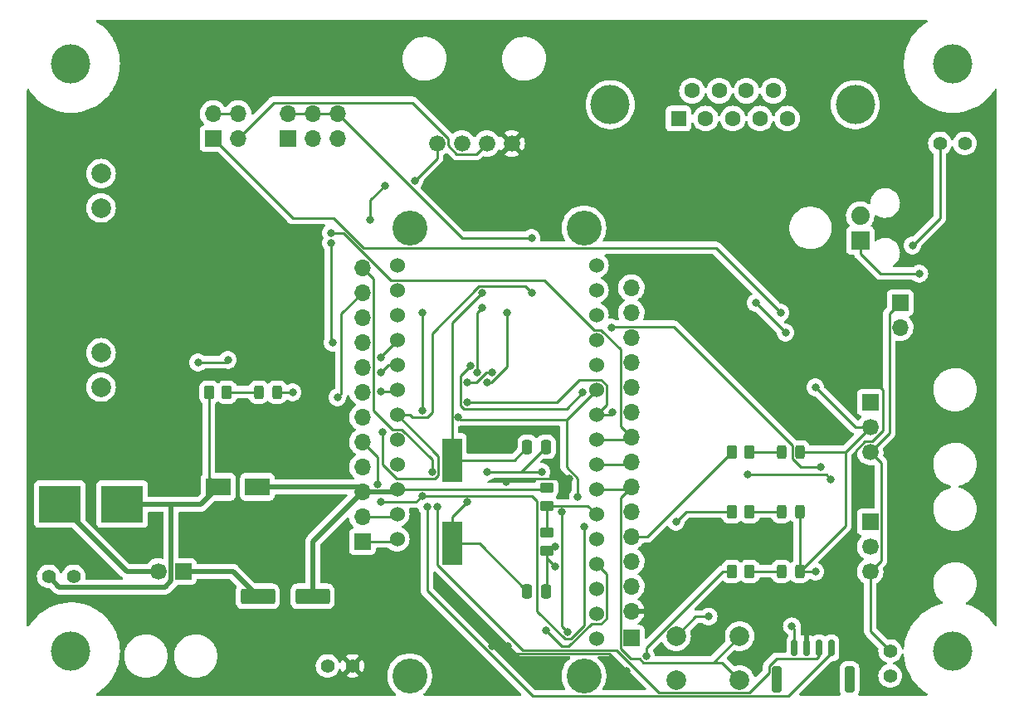
<source format=gtl>
%TF.GenerationSoftware,KiCad,Pcbnew,(6.0.7-1)-1*%
%TF.CreationDate,2022-11-19T17:58:52-08:00*%
%TF.ProjectId,telemetry-pcb,74656c65-6d65-4747-9279-2d7063622e6b,rev?*%
%TF.SameCoordinates,Original*%
%TF.FileFunction,Copper,L1,Top*%
%TF.FilePolarity,Positive*%
%FSLAX46Y46*%
G04 Gerber Fmt 4.6, Leading zero omitted, Abs format (unit mm)*
G04 Created by KiCad (PCBNEW (6.0.7-1)-1) date 2022-11-19 17:58:52*
%MOMM*%
%LPD*%
G01*
G04 APERTURE LIST*
G04 Aperture macros list*
%AMRoundRect*
0 Rectangle with rounded corners*
0 $1 Rounding radius*
0 $2 $3 $4 $5 $6 $7 $8 $9 X,Y pos of 4 corners*
0 Add a 4 corners polygon primitive as box body*
4,1,4,$2,$3,$4,$5,$6,$7,$8,$9,$2,$3,0*
0 Add four circle primitives for the rounded corners*
1,1,$1+$1,$2,$3*
1,1,$1+$1,$4,$5*
1,1,$1+$1,$6,$7*
1,1,$1+$1,$8,$9*
0 Add four rect primitives between the rounded corners*
20,1,$1+$1,$2,$3,$4,$5,0*
20,1,$1+$1,$4,$5,$6,$7,0*
20,1,$1+$1,$6,$7,$8,$9,0*
20,1,$1+$1,$8,$9,$2,$3,0*%
G04 Aperture macros list end*
%TA.AperFunction,SMDPad,CuDef*%
%ADD10RoundRect,0.250000X-0.250000X-0.475000X0.250000X-0.475000X0.250000X0.475000X-0.250000X0.475000X0*%
%TD*%
%TA.AperFunction,ComponentPad*%
%ADD11C,2.000000*%
%TD*%
%TA.AperFunction,SMDPad,CuDef*%
%ADD12RoundRect,0.243750X0.243750X0.456250X-0.243750X0.456250X-0.243750X-0.456250X0.243750X-0.456250X0*%
%TD*%
%TA.AperFunction,SMDPad,CuDef*%
%ADD13RoundRect,0.249999X-0.262501X-0.450001X0.262501X-0.450001X0.262501X0.450001X-0.262501X0.450001X0*%
%TD*%
%TA.AperFunction,SMDPad,CuDef*%
%ADD14RoundRect,0.249999X0.262501X0.450001X-0.262501X0.450001X-0.262501X-0.450001X0.262501X-0.450001X0*%
%TD*%
%TA.AperFunction,ComponentPad*%
%ADD15C,1.400000*%
%TD*%
%TA.AperFunction,ComponentPad*%
%ADD16R,1.700000X1.700000*%
%TD*%
%TA.AperFunction,ComponentPad*%
%ADD17O,1.700000X1.700000*%
%TD*%
%TA.AperFunction,SMDPad,CuDef*%
%ADD18R,2.000000X4.500000*%
%TD*%
%TA.AperFunction,WasherPad*%
%ADD19C,3.556000*%
%TD*%
%TA.AperFunction,ComponentPad*%
%ADD20C,1.524000*%
%TD*%
%TA.AperFunction,SMDPad,CuDef*%
%ADD21RoundRect,0.250000X1.500000X0.550000X-1.500000X0.550000X-1.500000X-0.550000X1.500000X-0.550000X0*%
%TD*%
%TA.AperFunction,ComponentPad*%
%ADD22R,1.690000X1.690000*%
%TD*%
%TA.AperFunction,ComponentPad*%
%ADD23C,1.690000*%
%TD*%
%TA.AperFunction,ComponentPad*%
%ADD24C,1.676400*%
%TD*%
%TA.AperFunction,SMDPad,CuDef*%
%ADD25R,2.500000X1.800000*%
%TD*%
%TA.AperFunction,SMDPad,CuDef*%
%ADD26R,4.241800X3.810000*%
%TD*%
%TA.AperFunction,ComponentPad*%
%ADD27C,4.000000*%
%TD*%
%TA.AperFunction,ComponentPad*%
%ADD28R,1.879600X1.879600*%
%TD*%
%TA.AperFunction,ComponentPad*%
%ADD29C,1.879600*%
%TD*%
%TA.AperFunction,SMDPad,CuDef*%
%ADD30RoundRect,0.249999X0.450001X-0.262501X0.450001X0.262501X-0.450001X0.262501X-0.450001X-0.262501X0*%
%TD*%
%TA.AperFunction,SMDPad,CuDef*%
%ADD31RoundRect,0.150000X-0.150000X-0.700000X0.150000X-0.700000X0.150000X0.700000X-0.150000X0.700000X0*%
%TD*%
%TA.AperFunction,SMDPad,CuDef*%
%ADD32RoundRect,0.250000X-0.250000X-1.100000X0.250000X-1.100000X0.250000X1.100000X-0.250000X1.100000X0*%
%TD*%
%TA.AperFunction,ComponentPad*%
%ADD33R,1.600000X1.600000*%
%TD*%
%TA.AperFunction,ComponentPad*%
%ADD34C,1.600000*%
%TD*%
%TA.AperFunction,ViaPad*%
%ADD35C,0.800000*%
%TD*%
%TA.AperFunction,Conductor*%
%ADD36C,0.250000*%
%TD*%
%TA.AperFunction,Conductor*%
%ADD37C,0.500000*%
%TD*%
G04 APERTURE END LIST*
D10*
X141569400Y-113855500D03*
X143469400Y-113855500D03*
X141569400Y-99123500D03*
X143469400Y-99123500D03*
D11*
X98069400Y-89499500D03*
X98069400Y-92999500D03*
X98069400Y-71211500D03*
X98069400Y-74711500D03*
D12*
X169364900Y-111823500D03*
X167489900Y-111823500D03*
X169364900Y-105727500D03*
X167489900Y-105727500D03*
X169364900Y-99631500D03*
X167489900Y-99631500D03*
D13*
X162434900Y-111823500D03*
X164259900Y-111823500D03*
X162434900Y-105727500D03*
X164259900Y-105727500D03*
D14*
X164259900Y-99631500D03*
X162434900Y-99631500D03*
D15*
X123723400Y-121475500D03*
X121183400Y-121475500D03*
D16*
X152171400Y-118645500D03*
D17*
X152171400Y-115887500D03*
X152171400Y-113347500D03*
X152171400Y-110807500D03*
X152171400Y-108267500D03*
X152171400Y-105727500D03*
X152171400Y-103187500D03*
X152171400Y-100647500D03*
X152171400Y-98107500D03*
X152171400Y-95567500D03*
X152171400Y-93027500D03*
X152171400Y-90487500D03*
X152171400Y-87947500D03*
X152171400Y-85407500D03*
X152171400Y-82867500D03*
D16*
X124739400Y-108775500D03*
D17*
X124739400Y-106235500D03*
X124739400Y-103695500D03*
X124739400Y-101155500D03*
X124739400Y-98615500D03*
X124739400Y-96075500D03*
X124739400Y-93535500D03*
X124739400Y-90995500D03*
X124739400Y-88455500D03*
X124739400Y-85915500D03*
X124739400Y-83375500D03*
X124739400Y-80835500D03*
D15*
X186207400Y-68135500D03*
X183667400Y-68135500D03*
D18*
X133883400Y-108961500D03*
X133883400Y-100461500D03*
D19*
X147345400Y-122491500D03*
X129565400Y-76771500D03*
X147345400Y-76771500D03*
X129565400Y-122491500D03*
D20*
X148615400Y-116141500D03*
X148615400Y-80581500D03*
X148615400Y-108521500D03*
X148615400Y-105981500D03*
X148615400Y-103441500D03*
X148615400Y-100901500D03*
X148615400Y-98361500D03*
X148615400Y-95821500D03*
X128295400Y-85661500D03*
X128295400Y-88201500D03*
X128295400Y-90741500D03*
X128295400Y-93281500D03*
X128295400Y-95821500D03*
X128295400Y-98361500D03*
X128295400Y-100901500D03*
X128295400Y-105981500D03*
X148615400Y-111061500D03*
X128295400Y-108521500D03*
X148615400Y-113601500D03*
X148615400Y-88201500D03*
X148615400Y-90741500D03*
X148615400Y-118681500D03*
X148615400Y-85661500D03*
X148615400Y-93281500D03*
X128295400Y-83121500D03*
X128295400Y-80581500D03*
X148615400Y-83121500D03*
X128295400Y-103441500D03*
D21*
X119665400Y-114363500D03*
X114065400Y-114363500D03*
D22*
X106451400Y-111824500D03*
D23*
X103911400Y-111824500D03*
D24*
X132359400Y-68135500D03*
X134899400Y-68135500D03*
X137439400Y-68135500D03*
X139979400Y-68135500D03*
D22*
X176556400Y-106743500D03*
D23*
X176556400Y-109283500D03*
X176556400Y-111823500D03*
D22*
X176556400Y-94551500D03*
D23*
X176556400Y-97091500D03*
X176556400Y-99631500D03*
D25*
X114039400Y-103187500D03*
X110039400Y-103187500D03*
D26*
X93865700Y-104965500D03*
X100241100Y-104965500D03*
D16*
X109499400Y-67627500D03*
D17*
X109499400Y-65087500D03*
X112039400Y-67627500D03*
X112039400Y-65087500D03*
D16*
X117119400Y-67627500D03*
D17*
X117119400Y-65087500D03*
X119659400Y-67627500D03*
X119659400Y-65087500D03*
X122199400Y-67627500D03*
X122199400Y-65087500D03*
D12*
X116024900Y-93535500D03*
X114149900Y-93535500D03*
D27*
X95000000Y-60000000D03*
X95000000Y-120000000D03*
X185000000Y-60000000D03*
X185000000Y-120000000D03*
D28*
X175539400Y-78041500D03*
D29*
X175539400Y-75501500D03*
D30*
X143535400Y-109688000D03*
X143535400Y-107863000D03*
D13*
X109094900Y-93535500D03*
X110919900Y-93535500D03*
D30*
X143535400Y-105116000D03*
X143535400Y-103291000D03*
D11*
X156743400Y-122927500D03*
X156743400Y-118427500D03*
X163243400Y-118427500D03*
X163243400Y-122927500D03*
D15*
X92735400Y-112331500D03*
X95275400Y-112331500D03*
X178587400Y-122491500D03*
X178587400Y-119951500D03*
D16*
X179603400Y-84391500D03*
D17*
X179603400Y-86931500D03*
D31*
X168838400Y-119625500D03*
X170088400Y-119625500D03*
X171338400Y-119625500D03*
X172588400Y-119625500D03*
D32*
X166988400Y-122825500D03*
X174438400Y-122825500D03*
D27*
X175037400Y-64175500D03*
X150037400Y-64175500D03*
D33*
X156997400Y-65595500D03*
D34*
X159767400Y-65595500D03*
X162537400Y-65595500D03*
X165307400Y-65595500D03*
X168077400Y-65595500D03*
X158382400Y-62755500D03*
X161152400Y-62755500D03*
X163922400Y-62755500D03*
X166692400Y-62755500D03*
D35*
X130063400Y-71923500D03*
X170967400Y-93027500D03*
X144407400Y-111315500D03*
X111023400Y-90233500D03*
X143497346Y-117881446D03*
X160063400Y-116423500D03*
X107975400Y-90487500D03*
X127063400Y-72423500D03*
X139471400Y-85407500D03*
X125563400Y-75923500D03*
X117627400Y-93535500D03*
X168563400Y-117423500D03*
X144407400Y-109283500D03*
X164063400Y-101923500D03*
X143027400Y-101663500D03*
X137439400Y-92519500D03*
X170967400Y-111823500D03*
X172563400Y-102423500D03*
X137439400Y-101663500D03*
X151663400Y-121983500D03*
X175793400Y-87693500D03*
X177317400Y-92773500D03*
X181563400Y-75423500D03*
X137947400Y-119443500D03*
X137947400Y-76263500D03*
X169189400Y-115125500D03*
X139440842Y-102648942D03*
X145868366Y-102378534D03*
X106451400Y-75755500D03*
X139549400Y-119443500D03*
X106451400Y-87439500D03*
X142011400Y-77787500D03*
X126629399Y-93497551D03*
X126771400Y-97599500D03*
X142011400Y-83375500D03*
X126629399Y-104711500D03*
X156743400Y-106743500D03*
X130835400Y-104093500D03*
X126263400Y-102918500D03*
X147379400Y-107251500D03*
X121547400Y-77279500D03*
X135407400Y-94551500D03*
X150281401Y-95567500D03*
X135407400Y-104745500D03*
X136423400Y-91503500D03*
X136931400Y-84899500D03*
X136931400Y-83375500D03*
X122199400Y-94043500D03*
X131343400Y-105219500D03*
X131851400Y-101663500D03*
X132359400Y-105219500D03*
X121691400Y-88455500D03*
X121547400Y-78295500D03*
X130835400Y-95423500D03*
X134535400Y-96075500D03*
X146727400Y-104203500D03*
X130835400Y-85407500D03*
X126629399Y-91503500D03*
X126629399Y-89999823D03*
X153695400Y-120459500D03*
X145702001Y-118054101D03*
X145059400Y-105768000D03*
X135407400Y-92519500D03*
X150139400Y-86931500D03*
X137947400Y-91503500D03*
X171475400Y-101155500D03*
X147235400Y-93532458D03*
X135767911Y-90848011D03*
X180873400Y-78549500D03*
X164871400Y-84391500D03*
X167919400Y-87439500D03*
X167411400Y-85407500D03*
X181563400Y-81423500D03*
D36*
X169364900Y-99631500D02*
X174016400Y-99631500D01*
X169364900Y-111823500D02*
X170967400Y-111823500D01*
X137896362Y-92519500D02*
X137439400Y-92519500D01*
X139471400Y-85407500D02*
X139471400Y-90944462D01*
D37*
X106451400Y-111824500D02*
X111526400Y-111824500D01*
D36*
X143535400Y-113789500D02*
X143469400Y-113855500D01*
X143535400Y-109688000D02*
X143535400Y-113789500D01*
X145777983Y-119476253D02*
X148098735Y-117155501D01*
X149629401Y-116628221D02*
X149629401Y-112075501D01*
X168838400Y-119625500D02*
X168838400Y-117698500D01*
X140929400Y-101663500D02*
X137439400Y-101663500D01*
X143535400Y-110443500D02*
X144407400Y-111315500D01*
X174016400Y-99631500D02*
X176556400Y-97091500D01*
X164063400Y-101923500D02*
X172063400Y-101923500D01*
X132359400Y-68135500D02*
X132359400Y-69627500D01*
X143939900Y-109283500D02*
X143535400Y-109688000D01*
X149102121Y-117155501D02*
X149629401Y-116628221D01*
X169364900Y-105727500D02*
X169364900Y-111823500D01*
D37*
X111526400Y-111824500D02*
X114065400Y-114363500D01*
D36*
X143535400Y-109688000D02*
X143535400Y-110443500D01*
X139471400Y-90944462D02*
X137896362Y-92519500D01*
X176556400Y-97091500D02*
X175031400Y-97091500D01*
X172063400Y-101923500D02*
X172563400Y-102423500D01*
X168838400Y-117698500D02*
X168563400Y-117423500D01*
X132359400Y-69627500D02*
X130063400Y-71923500D01*
X127063400Y-72423500D02*
X125563400Y-73923500D01*
X110769400Y-90487500D02*
X111023400Y-90233500D01*
X125563400Y-73923500D02*
X125563400Y-75923500D01*
X149629401Y-112075501D02*
X148615400Y-111061500D01*
X174016400Y-99631500D02*
X174016400Y-107172000D01*
X175031400Y-97091500D02*
X170967400Y-93027500D01*
X148098735Y-117155501D02*
X149102121Y-117155501D01*
X145092153Y-119476253D02*
X145777983Y-119476253D01*
X144407400Y-109283500D02*
X143939900Y-109283500D01*
X140929400Y-101663500D02*
X143027400Y-101663500D01*
X156743400Y-118427500D02*
X158747400Y-116423500D01*
X116024900Y-93535500D02*
X117627400Y-93535500D01*
X174016400Y-107172000D02*
X169364900Y-111823500D01*
X143497346Y-117881446D02*
X145092153Y-119476253D01*
X107975400Y-90487500D02*
X110769400Y-90487500D01*
X143469400Y-99123500D02*
X140929400Y-101663500D01*
X158747400Y-116423500D02*
X160063400Y-116423500D01*
X149910173Y-120230273D02*
X151663400Y-121983500D01*
X177825400Y-97446062D02*
X176736963Y-98534499D01*
X176029839Y-98534499D02*
X175031400Y-99532938D01*
X139549400Y-119443500D02*
X140336173Y-120230273D01*
X176736963Y-98534499D02*
X176029839Y-98534499D01*
X175031400Y-99532938D02*
X175031400Y-99631500D01*
X139711250Y-102378534D02*
X145868366Y-102378534D01*
X139440842Y-102648942D02*
X139711250Y-102378534D01*
X177825400Y-93281500D02*
X177825400Y-97446062D01*
X140336173Y-120230273D02*
X149910173Y-120230273D01*
X139549400Y-119443500D02*
X137947400Y-119443500D01*
X177317400Y-92773500D02*
X177825400Y-93281500D01*
X143384900Y-103441500D02*
X143535400Y-103291000D01*
D37*
X119665400Y-114363500D02*
X119665400Y-108769500D01*
X124231400Y-103187500D02*
X124739400Y-103695500D01*
X119665400Y-108769500D02*
X124739400Y-103695500D01*
X114039400Y-103187500D02*
X124231400Y-103187500D01*
D36*
X128295400Y-103441500D02*
X143384900Y-103441500D01*
D37*
X128041400Y-103695500D02*
X128295400Y-103441500D01*
X124739400Y-103695500D02*
X128041400Y-103695500D01*
D36*
X109499400Y-65087500D02*
X112039400Y-65087500D01*
X117119400Y-65087500D02*
X119659400Y-65087500D01*
X134899400Y-77787500D02*
X142011400Y-77787500D01*
X122199400Y-65087500D02*
X134899400Y-77787500D01*
X122199400Y-65087500D02*
X119659400Y-65087500D01*
X126629399Y-93497551D02*
X128079349Y-93497551D01*
X128079349Y-93497551D02*
X128295400Y-93281500D01*
X131851400Y-95567500D02*
X131851400Y-87490538D01*
X132503401Y-100029501D02*
X128295400Y-95821500D01*
X136618439Y-82723499D02*
X141359399Y-82723499D01*
X131343400Y-96075500D02*
X131851400Y-95567500D01*
X132503401Y-101976461D02*
X132503401Y-100029501D01*
X128295400Y-95821500D02*
X129565400Y-95821500D01*
X129565400Y-95821500D02*
X129819400Y-96075500D01*
X129819400Y-96075500D02*
X131343400Y-96075500D01*
X126771400Y-100878222D02*
X128208679Y-102315501D01*
X128208679Y-102315501D02*
X132164361Y-102315501D01*
X141359399Y-82723499D02*
X142011400Y-83375500D01*
X132164361Y-102315501D02*
X132503401Y-101976461D01*
X126771400Y-97599500D02*
X126771400Y-100878222D01*
X131851400Y-87490538D02*
X136618439Y-82723499D01*
X147379400Y-107251500D02*
X147379400Y-117341664D01*
X147379400Y-117341664D02*
X146014962Y-118706102D01*
X146014962Y-118706102D02*
X145389040Y-118706102D01*
X130217400Y-104711500D02*
X130835400Y-104093500D01*
X142583390Y-104645558D02*
X142031332Y-104093500D01*
X124739400Y-98615500D02*
X126263400Y-100139500D01*
X162434900Y-105727500D02*
X157759400Y-105727500D01*
X142583390Y-115900452D02*
X142583390Y-104645558D01*
X126263400Y-100139500D02*
X126263400Y-102918500D01*
X142031332Y-104093500D02*
X130835400Y-104093500D01*
X157759400Y-105727500D02*
X156743400Y-106743500D01*
X145389040Y-118706102D02*
X142583390Y-115900452D01*
X126629399Y-104711500D02*
X130217400Y-104711500D01*
X152171400Y-108267500D02*
X153798900Y-108267500D01*
X153798900Y-108267500D02*
X162434900Y-99631500D01*
X143535400Y-105116000D02*
X147749900Y-105116000D01*
X143535400Y-105116000D02*
X143535400Y-107863000D01*
X147749900Y-105116000D02*
X148615400Y-105981500D01*
X152101866Y-120729568D02*
X153043400Y-120729568D01*
X160559400Y-121111500D02*
X162976821Y-118694079D01*
X151069399Y-119697101D02*
X152101866Y-120729568D01*
X151917400Y-103441500D02*
X152171400Y-103187500D01*
X153425332Y-121111500D02*
X160559400Y-121111500D01*
X151069399Y-119697101D02*
X151069399Y-104289501D01*
X151069399Y-104289501D02*
X152171400Y-103187500D01*
X163243400Y-122927500D02*
X161427400Y-121111500D01*
X148615400Y-103441500D02*
X151917400Y-103441500D01*
X153043400Y-120729568D02*
X153425332Y-121111500D01*
X161427400Y-121111500D02*
X160559400Y-121111500D01*
X148615400Y-100901500D02*
X151917400Y-100901500D01*
X151917400Y-100901500D02*
X152171400Y-100647500D01*
X127642361Y-82107499D02*
X143283399Y-82107499D01*
X121547400Y-77279500D02*
X122814362Y-77279500D01*
X151069399Y-89154777D02*
X151069399Y-97005499D01*
X148363399Y-87187499D02*
X149102121Y-87187499D01*
X151069399Y-97005499D02*
X152171400Y-98107500D01*
X122814362Y-77279500D02*
X127642361Y-82107499D01*
X148615400Y-98361500D02*
X151917400Y-98361500D01*
X143283399Y-82107499D02*
X148363399Y-87187499D01*
X151917400Y-98361500D02*
X152171400Y-98107500D01*
X149102121Y-87187499D02*
X151069399Y-89154777D01*
X148615400Y-95821500D02*
X150027401Y-95821500D01*
X149629401Y-92794779D02*
X149629401Y-94807499D01*
X149629401Y-94807499D02*
X148615400Y-95821500D01*
X150027401Y-95821500D02*
X150281401Y-95567500D01*
X144551400Y-94551500D02*
X146835401Y-92267499D01*
X135407400Y-94551500D02*
X144551400Y-94551500D01*
X149102121Y-92267499D02*
X149629401Y-92794779D01*
X146835401Y-92267499D02*
X149102121Y-92267499D01*
X136423400Y-91503500D02*
X136423400Y-85407500D01*
X136423400Y-85407500D02*
X136931400Y-84899500D01*
X136675400Y-108961500D02*
X141569400Y-113855500D01*
X133883400Y-108961500D02*
X133883400Y-106269500D01*
X133883400Y-106269500D02*
X135407400Y-104745500D01*
X133883400Y-108961500D02*
X136675400Y-108961500D01*
X140231400Y-100461500D02*
X141569400Y-99123500D01*
X133883400Y-100461500D02*
X133883400Y-86423500D01*
X133883400Y-100461500D02*
X140231400Y-100461500D01*
X133883400Y-86423500D02*
X136931400Y-83375500D01*
X172588400Y-120131452D02*
X172588400Y-119625500D01*
X168163341Y-124556511D02*
X172588400Y-120131452D01*
X122199400Y-94043500D02*
X122599399Y-93643501D01*
X142095449Y-124556511D02*
X131343400Y-113804462D01*
X122599399Y-93643501D02*
X122599399Y-85515501D01*
X122599399Y-85515501D02*
X124739400Y-83375500D01*
X168163341Y-124556511D02*
X142095449Y-124556511D01*
X131343400Y-113804462D02*
X131343400Y-105219500D01*
X166236390Y-122142510D02*
X166236390Y-121517558D01*
X127808679Y-97347499D02*
X125841401Y-95380221D01*
X131851400Y-100416778D02*
X128782121Y-97347499D01*
X128782121Y-97347499D02*
X127808679Y-97347499D01*
X132359400Y-105219500D02*
X132359400Y-111141102D01*
X164199399Y-124179501D02*
X166236390Y-122142510D01*
X166236390Y-121517558D02*
X167026438Y-120727510D01*
X131851400Y-101663500D02*
X131851400Y-100416778D01*
X141071561Y-119853263D02*
X150692389Y-119853263D01*
X150692389Y-119853263D02*
X155018627Y-124179501D01*
X171086390Y-120727510D02*
X171338400Y-120475500D01*
X125841401Y-81937501D02*
X124739400Y-80835500D01*
X125841401Y-95380221D02*
X125841401Y-81937501D01*
X167026438Y-120727510D02*
X171086390Y-120727510D01*
X132359400Y-111141102D02*
X141071561Y-119853263D01*
X155018627Y-124179501D02*
X164199399Y-124179501D01*
X171338400Y-120475500D02*
X171338400Y-119625500D01*
X121547400Y-78295500D02*
X121547400Y-88311500D01*
X121547400Y-88311500D02*
X121691400Y-88455500D01*
X145567400Y-96329500D02*
X148615400Y-93281500D01*
X146727400Y-102315500D02*
X145567400Y-101155500D01*
X145567400Y-96329500D02*
X134789400Y-96329500D01*
X146727400Y-104203500D02*
X146727400Y-102315500D01*
X134789400Y-96329500D02*
X134535400Y-96075500D01*
X145567400Y-101155500D02*
X145567400Y-96329500D01*
X130835400Y-95423500D02*
X130835400Y-85407500D01*
X127391399Y-90741500D02*
X126629399Y-91503500D01*
X128295400Y-90741500D02*
X127391399Y-90741500D01*
X126629399Y-89867501D02*
X128295400Y-88201500D01*
X126629399Y-89999823D02*
X126629399Y-89867501D01*
X161494438Y-111823500D02*
X153695400Y-119622538D01*
X162434900Y-111823500D02*
X161494438Y-111823500D01*
X153695400Y-119622538D02*
X153695400Y-120459500D01*
X124739400Y-106235500D02*
X128041400Y-106235500D01*
X128041400Y-106235500D02*
X128295400Y-105981500D01*
X128041400Y-108775500D02*
X128295400Y-108521500D01*
X124739400Y-108775500D02*
X128041400Y-108775500D01*
X145702001Y-118054101D02*
X145059400Y-117411500D01*
X145059400Y-117411500D02*
X145059400Y-105768000D01*
X110919900Y-93535500D02*
X114149900Y-93535500D01*
X164259900Y-99631500D02*
X167489900Y-99631500D01*
X164259900Y-105727500D02*
X167489900Y-105727500D01*
X164259900Y-111823500D02*
X167489900Y-111823500D01*
X176556400Y-111823500D02*
X176556400Y-117920500D01*
X178501399Y-85493501D02*
X178501399Y-97686501D01*
X176556400Y-117920500D02*
X178587400Y-119951500D01*
X178501399Y-97686501D02*
X176556400Y-99631500D01*
X179603400Y-84391500D02*
X178501399Y-85493501D01*
X177653401Y-100728501D02*
X177653401Y-110726499D01*
X177653401Y-110726499D02*
X176556400Y-111823500D01*
X176556400Y-99631500D02*
X177653401Y-100728501D01*
X156500991Y-86845499D02*
X150225401Y-86845499D01*
X171475400Y-101155500D02*
X169487788Y-101155500D01*
X168625390Y-98969898D02*
X156500991Y-86845499D01*
X136365715Y-92519500D02*
X135407400Y-92519500D01*
X137947400Y-91503500D02*
X137381715Y-91503500D01*
X169487788Y-101155500D02*
X168625390Y-100293102D01*
X168625390Y-100293102D02*
X168625390Y-98969898D01*
X150225401Y-86845499D02*
X150139400Y-86931500D01*
X137381715Y-91503500D02*
X136365715Y-92519500D01*
X134755399Y-91860523D02*
X135767911Y-90848011D01*
X135094439Y-95203501D02*
X134755399Y-94864461D01*
X147235400Y-93532458D02*
X145564357Y-95203501D01*
X134755399Y-94864461D02*
X134755399Y-91860523D01*
X145564357Y-95203501D02*
X135094439Y-95203501D01*
X180873400Y-78549500D02*
X183667400Y-75755500D01*
X183667400Y-75755500D02*
X183667400Y-68135500D01*
X115681401Y-63985499D02*
X112039400Y-67627500D01*
X129822897Y-63985499D02*
X115681401Y-63985499D01*
X133449601Y-67612203D02*
X129822897Y-63985499D01*
X134376103Y-69225701D02*
X133449601Y-68299199D01*
X136349199Y-69225701D02*
X134376103Y-69225701D01*
X137439400Y-68135500D02*
X136349199Y-69225701D01*
X133449601Y-68299199D02*
X133449601Y-67612203D01*
D37*
X108261400Y-104965500D02*
X110039400Y-103187500D01*
X105229399Y-105171501D02*
X105435400Y-104965500D01*
X104612399Y-113408501D02*
X105229399Y-112791501D01*
X105229399Y-112791501D02*
X105229399Y-105171501D01*
X93812401Y-113408501D02*
X104612399Y-113408501D01*
X92735400Y-112331500D02*
X93812401Y-113408501D01*
D36*
X109094900Y-102243000D02*
X110039400Y-103187500D01*
D37*
X100241100Y-104965500D02*
X105435400Y-104965500D01*
X105435400Y-104965500D02*
X108261400Y-104965500D01*
D36*
X109094900Y-93535500D02*
X109094900Y-102243000D01*
X164871400Y-84391500D02*
X167919400Y-87439500D01*
X117627400Y-75755500D02*
X109499400Y-67627500D01*
X124869535Y-78801501D02*
X121823534Y-75755500D01*
X160805401Y-78801501D02*
X124869535Y-78801501D01*
X121823534Y-75755500D02*
X117627400Y-75755500D01*
X167411400Y-85407500D02*
X160805401Y-78801501D01*
X177563400Y-81423500D02*
X175539400Y-79399500D01*
X175539400Y-79399500D02*
X175539400Y-78041500D01*
X181563400Y-81423500D02*
X177563400Y-81423500D01*
D37*
X100724700Y-111824500D02*
X103911400Y-111824500D01*
X93865700Y-104965500D02*
X100724700Y-111824500D01*
%TA.AperFunction,Conductor*%
G36*
X175119281Y-99528689D02*
G01*
X175176117Y-99571236D01*
X175201040Y-99639492D01*
X175204555Y-99700459D01*
X175211478Y-99820516D01*
X175212615Y-99825562D01*
X175212616Y-99825568D01*
X175234177Y-99921238D01*
X175260409Y-100037639D01*
X175262351Y-100042421D01*
X175262352Y-100042425D01*
X175342200Y-100239067D01*
X175344144Y-100243854D01*
X175460436Y-100433625D01*
X175463820Y-100437531D01*
X175463821Y-100437533D01*
X175481094Y-100457473D01*
X175606160Y-100601853D01*
X175610135Y-100605153D01*
X175610139Y-100605157D01*
X175629214Y-100620993D01*
X175777403Y-100744022D01*
X175781855Y-100746624D01*
X175781860Y-100746627D01*
X175963985Y-100853052D01*
X175969567Y-100856314D01*
X176177491Y-100935712D01*
X176182557Y-100936743D01*
X176182558Y-100936743D01*
X176216679Y-100943685D01*
X176395591Y-100980085D01*
X176520779Y-100984676D01*
X176612845Y-100988052D01*
X176612849Y-100988052D01*
X176618009Y-100988241D01*
X176623129Y-100987585D01*
X176623131Y-100987585D01*
X176833645Y-100960617D01*
X176833646Y-100960617D01*
X176838773Y-100959960D01*
X176843726Y-100958474D01*
X176843731Y-100958473D01*
X176857695Y-100954284D01*
X176928691Y-100953868D01*
X176988641Y-100991901D01*
X177018511Y-101056308D01*
X177019901Y-101074970D01*
X177019901Y-105264000D01*
X176999899Y-105332121D01*
X176946243Y-105378614D01*
X176893901Y-105390000D01*
X175663266Y-105390000D01*
X175601084Y-105396755D01*
X175464695Y-105447885D01*
X175348139Y-105535239D01*
X175260785Y-105651795D01*
X175209655Y-105788184D01*
X175202900Y-105850366D01*
X175202900Y-107636634D01*
X175209655Y-107698816D01*
X175260785Y-107835205D01*
X175348139Y-107951761D01*
X175464695Y-108039115D01*
X175473103Y-108042267D01*
X175586780Y-108084883D01*
X175643544Y-108127525D01*
X175668244Y-108194086D01*
X175653036Y-108263435D01*
X175633645Y-108289915D01*
X175577833Y-108348319D01*
X175505223Y-108424301D01*
X175500928Y-108428795D01*
X175498014Y-108433067D01*
X175498013Y-108433068D01*
X175460426Y-108488169D01*
X175375505Y-108612658D01*
X175373329Y-108617347D01*
X175373325Y-108617353D01*
X175289670Y-108797573D01*
X175281796Y-108814537D01*
X175222317Y-109029010D01*
X175198666Y-109250318D01*
X175198963Y-109255470D01*
X175198963Y-109255474D01*
X175203651Y-109336770D01*
X175211478Y-109472516D01*
X175212615Y-109477562D01*
X175212616Y-109477568D01*
X175226528Y-109539297D01*
X175260409Y-109689639D01*
X175262351Y-109694421D01*
X175262352Y-109694425D01*
X175309506Y-109810551D01*
X175344144Y-109895854D01*
X175460436Y-110085625D01*
X175463820Y-110089531D01*
X175463821Y-110089533D01*
X175494086Y-110124471D01*
X175606160Y-110253853D01*
X175610135Y-110257153D01*
X175610139Y-110257157D01*
X175682126Y-110316921D01*
X175777403Y-110396022D01*
X175781855Y-110398624D01*
X175781860Y-110398627D01*
X175858188Y-110443229D01*
X175906911Y-110494868D01*
X175919982Y-110564651D01*
X175893250Y-110630423D01*
X175852798Y-110663779D01*
X175832680Y-110674252D01*
X175828547Y-110677355D01*
X175828544Y-110677357D01*
X175659677Y-110804146D01*
X175654696Y-110807886D01*
X175629049Y-110834724D01*
X175522428Y-110946297D01*
X175500928Y-110968795D01*
X175498014Y-110973067D01*
X175498013Y-110973068D01*
X175434644Y-111065964D01*
X175375505Y-111152658D01*
X175373329Y-111157347D01*
X175373325Y-111157353D01*
X175283975Y-111349842D01*
X175281796Y-111354537D01*
X175222317Y-111569010D01*
X175198666Y-111790318D01*
X175198963Y-111795470D01*
X175198963Y-111795474D01*
X175202442Y-111855803D01*
X175211478Y-112012516D01*
X175212615Y-112017562D01*
X175212616Y-112017568D01*
X175243421Y-112154258D01*
X175260409Y-112229639D01*
X175262351Y-112234421D01*
X175262352Y-112234425D01*
X175340945Y-112427977D01*
X175344144Y-112435854D01*
X175460436Y-112625625D01*
X175606160Y-112793853D01*
X175610135Y-112797153D01*
X175610139Y-112797157D01*
X175664954Y-112842665D01*
X175777403Y-112936022D01*
X175781860Y-112938626D01*
X175781865Y-112938630D01*
X175860470Y-112984563D01*
X175909194Y-113036202D01*
X175922900Y-113093351D01*
X175922900Y-117841733D01*
X175922373Y-117852916D01*
X175920698Y-117860409D01*
X175920947Y-117868335D01*
X175920947Y-117868336D01*
X175922838Y-117928486D01*
X175922900Y-117932445D01*
X175922900Y-117960356D01*
X175923397Y-117964290D01*
X175923397Y-117964291D01*
X175923405Y-117964356D01*
X175924338Y-117976193D01*
X175925727Y-118020389D01*
X175931378Y-118039839D01*
X175935387Y-118059200D01*
X175937926Y-118079297D01*
X175940845Y-118086668D01*
X175940845Y-118086670D01*
X175954204Y-118120412D01*
X175958049Y-118131642D01*
X175970382Y-118174093D01*
X175974415Y-118180912D01*
X175974417Y-118180917D01*
X175980693Y-118191528D01*
X175989388Y-118209276D01*
X175996848Y-118228117D01*
X176001510Y-118234533D01*
X176001510Y-118234534D01*
X176022836Y-118263887D01*
X176029352Y-118273807D01*
X176038114Y-118288622D01*
X176051858Y-118311862D01*
X176066179Y-118326183D01*
X176079019Y-118341216D01*
X176090928Y-118357607D01*
X176097034Y-118362658D01*
X176125005Y-118385798D01*
X176133784Y-118393788D01*
X177359957Y-119619962D01*
X177393983Y-119682274D01*
X177394947Y-119730939D01*
X177394136Y-119735539D01*
X177392714Y-119740845D01*
X177392236Y-119746312D01*
X177392235Y-119746316D01*
X177381579Y-119868114D01*
X177374284Y-119951500D01*
X177392714Y-120162155D01*
X177394138Y-120167468D01*
X177394138Y-120167470D01*
X177438919Y-120334593D01*
X177447444Y-120366410D01*
X177449766Y-120371391D01*
X177449767Y-120371392D01*
X177520775Y-120523668D01*
X177536811Y-120558058D01*
X177658099Y-120731276D01*
X177807624Y-120880801D01*
X177980842Y-121002089D01*
X177985820Y-121004410D01*
X177985823Y-121004412D01*
X178143743Y-121078051D01*
X178172490Y-121091456D01*
X178177798Y-121092878D01*
X178177800Y-121092879D01*
X178203604Y-121099793D01*
X178264227Y-121136745D01*
X178295248Y-121200606D01*
X178286820Y-121271100D01*
X178241617Y-121325847D01*
X178203604Y-121343207D01*
X178177800Y-121350121D01*
X178177798Y-121350122D01*
X178172490Y-121351544D01*
X178167509Y-121353866D01*
X178167508Y-121353867D01*
X177985823Y-121438588D01*
X177985820Y-121438590D01*
X177980842Y-121440911D01*
X177807624Y-121562199D01*
X177658099Y-121711724D01*
X177536811Y-121884942D01*
X177534490Y-121889920D01*
X177534488Y-121889923D01*
X177449767Y-122071608D01*
X177447444Y-122076590D01*
X177446022Y-122081898D01*
X177446021Y-122081900D01*
X177397870Y-122261603D01*
X177392714Y-122280845D01*
X177374284Y-122491500D01*
X177392714Y-122702155D01*
X177447444Y-122906410D01*
X177449766Y-122911391D01*
X177449767Y-122911392D01*
X177530517Y-123084560D01*
X177536811Y-123098058D01*
X177658099Y-123271276D01*
X177807624Y-123420801D01*
X177980842Y-123542089D01*
X177985820Y-123544410D01*
X177985823Y-123544412D01*
X178167508Y-123629133D01*
X178172490Y-123631456D01*
X178177798Y-123632878D01*
X178177800Y-123632879D01*
X178371430Y-123684762D01*
X178371432Y-123684762D01*
X178376745Y-123686186D01*
X178587400Y-123704616D01*
X178798055Y-123686186D01*
X178803368Y-123684762D01*
X178803370Y-123684762D01*
X178997000Y-123632879D01*
X178997002Y-123632878D01*
X179002310Y-123631456D01*
X179007292Y-123629133D01*
X179188977Y-123544412D01*
X179188980Y-123544410D01*
X179193958Y-123542089D01*
X179367176Y-123420801D01*
X179516701Y-123271276D01*
X179637989Y-123098058D01*
X179644284Y-123084560D01*
X179725033Y-122911392D01*
X179725034Y-122911391D01*
X179727356Y-122906410D01*
X179782086Y-122702155D01*
X179800516Y-122491500D01*
X179782086Y-122280845D01*
X179776930Y-122261603D01*
X179728779Y-122081900D01*
X179728778Y-122081898D01*
X179727356Y-122076590D01*
X179725033Y-122071608D01*
X179640312Y-121889923D01*
X179640310Y-121889920D01*
X179637989Y-121884942D01*
X179516701Y-121711724D01*
X179367176Y-121562199D01*
X179193958Y-121440911D01*
X179188980Y-121438590D01*
X179188977Y-121438588D01*
X179007292Y-121353867D01*
X179007291Y-121353866D01*
X179002310Y-121351544D01*
X178997002Y-121350122D01*
X178997000Y-121350121D01*
X178971196Y-121343207D01*
X178910573Y-121306255D01*
X178879552Y-121242394D01*
X178887980Y-121171900D01*
X178933183Y-121117153D01*
X178971196Y-121099793D01*
X178997000Y-121092879D01*
X178997002Y-121092878D01*
X179002310Y-121091456D01*
X179031057Y-121078051D01*
X179188977Y-121004412D01*
X179188980Y-121004410D01*
X179193958Y-121002089D01*
X179367176Y-120880801D01*
X179516701Y-120731276D01*
X179637989Y-120558058D01*
X179654026Y-120523668D01*
X179725033Y-120371392D01*
X179725034Y-120371391D01*
X179727356Y-120366410D01*
X179756189Y-120258802D01*
X179793141Y-120198180D01*
X179857001Y-120167159D01*
X179927496Y-120175587D01*
X179982243Y-120220790D01*
X180003875Y-120289104D01*
X180004337Y-120314300D01*
X180004636Y-120317075D01*
X180049687Y-120735171D01*
X180052054Y-120757142D01*
X180052599Y-120759883D01*
X180052600Y-120759888D01*
X180077280Y-120883960D01*
X180138949Y-121193989D01*
X180139734Y-121196664D01*
X180139735Y-121196669D01*
X180176158Y-121320824D01*
X180264332Y-121621382D01*
X180265359Y-121623995D01*
X180265359Y-121623996D01*
X180419360Y-122015952D01*
X180427212Y-122035937D01*
X180467172Y-122115910D01*
X180619403Y-122420571D01*
X180626298Y-122434371D01*
X180860015Y-122813531D01*
X181126512Y-123170413D01*
X181128373Y-123172491D01*
X181128374Y-123172492D01*
X181391692Y-123466481D01*
X181423678Y-123502193D01*
X181425715Y-123504096D01*
X181425722Y-123504103D01*
X181619118Y-123684762D01*
X181749162Y-123806242D01*
X182100385Y-124080155D01*
X182372219Y-124255676D01*
X182378371Y-124259648D01*
X182424748Y-124313403D01*
X182434702Y-124383699D01*
X182405071Y-124448216D01*
X182345262Y-124486472D01*
X182310023Y-124491500D01*
X175456248Y-124491500D01*
X175388127Y-124471498D01*
X175341634Y-124417842D01*
X175331530Y-124347568D01*
X175348988Y-124299384D01*
X175376675Y-124254468D01*
X175376676Y-124254466D01*
X175380515Y-124248238D01*
X175424881Y-124114478D01*
X175434032Y-124086889D01*
X175434032Y-124086887D01*
X175436197Y-124080361D01*
X175446900Y-123975900D01*
X175446900Y-121675100D01*
X175446563Y-121671850D01*
X175436638Y-121576192D01*
X175436637Y-121576188D01*
X175435926Y-121569334D01*
X175430603Y-121553377D01*
X175382268Y-121408502D01*
X175379950Y-121401554D01*
X175286878Y-121251152D01*
X175268790Y-121233095D01*
X175166883Y-121131366D01*
X175161703Y-121126195D01*
X175136989Y-121110961D01*
X175017368Y-121037225D01*
X175017366Y-121037224D01*
X175011138Y-121033385D01*
X174916783Y-121002089D01*
X174849789Y-120979868D01*
X174849787Y-120979868D01*
X174843261Y-120977703D01*
X174836425Y-120977003D01*
X174836422Y-120977002D01*
X174793369Y-120972591D01*
X174738800Y-120967000D01*
X174138000Y-120967000D01*
X174134754Y-120967337D01*
X174134750Y-120967337D01*
X174039092Y-120977262D01*
X174039088Y-120977263D01*
X174032234Y-120977974D01*
X174025698Y-120980155D01*
X174025696Y-120980155D01*
X173900587Y-121021895D01*
X173864454Y-121033950D01*
X173714052Y-121127022D01*
X173589095Y-121252197D01*
X173585255Y-121258427D01*
X173585254Y-121258428D01*
X173504801Y-121388947D01*
X173496285Y-121402762D01*
X173472159Y-121475500D01*
X173446329Y-121553377D01*
X173440603Y-121570639D01*
X173439903Y-121577475D01*
X173439902Y-121577478D01*
X173436476Y-121610919D01*
X173429900Y-121675100D01*
X173429900Y-123975900D01*
X173430237Y-123979146D01*
X173430237Y-123979150D01*
X173438232Y-124056200D01*
X173440874Y-124081666D01*
X173443055Y-124088202D01*
X173443055Y-124088204D01*
X173450917Y-124111769D01*
X173496850Y-124249446D01*
X173510045Y-124270768D01*
X173527637Y-124299197D01*
X173546475Y-124367649D01*
X173525314Y-124435418D01*
X173470873Y-124480990D01*
X173420493Y-124491500D01*
X169428446Y-124491500D01*
X169360325Y-124471498D01*
X169313832Y-124417842D01*
X169303728Y-124347568D01*
X169333222Y-124282988D01*
X169339351Y-124276405D01*
X172594851Y-121020905D01*
X172657163Y-120986879D01*
X172683946Y-120984000D01*
X172804902Y-120984000D01*
X172807350Y-120983807D01*
X172807358Y-120983807D01*
X172835821Y-120981567D01*
X172835826Y-120981566D01*
X172842231Y-120981062D01*
X172942169Y-120952028D01*
X172994388Y-120936857D01*
X172994390Y-120936856D01*
X173002001Y-120934645D01*
X173047994Y-120907445D01*
X173138380Y-120853991D01*
X173138383Y-120853989D01*
X173145207Y-120849953D01*
X173262853Y-120732307D01*
X173266889Y-120725483D01*
X173266891Y-120725480D01*
X173343508Y-120595927D01*
X173347545Y-120589101D01*
X173358878Y-120550094D01*
X173371373Y-120507084D01*
X173393962Y-120429331D01*
X173394515Y-120422315D01*
X173396707Y-120394458D01*
X173396707Y-120394450D01*
X173396900Y-120392002D01*
X173396900Y-118858998D01*
X173396707Y-118856542D01*
X173394467Y-118828079D01*
X173394466Y-118828074D01*
X173393962Y-118821669D01*
X173351649Y-118676025D01*
X173349757Y-118669512D01*
X173349756Y-118669510D01*
X173347545Y-118661899D01*
X173309124Y-118596932D01*
X173266891Y-118525520D01*
X173266889Y-118525517D01*
X173262853Y-118518693D01*
X173145207Y-118401047D01*
X173138383Y-118397011D01*
X173138380Y-118397009D01*
X173008827Y-118320392D01*
X173008828Y-118320392D01*
X173002001Y-118316355D01*
X172994390Y-118314144D01*
X172994388Y-118314143D01*
X172906542Y-118288622D01*
X172842231Y-118269938D01*
X172835826Y-118269434D01*
X172835821Y-118269433D01*
X172807358Y-118267193D01*
X172807350Y-118267193D01*
X172804902Y-118267000D01*
X172371898Y-118267000D01*
X172369450Y-118267193D01*
X172369442Y-118267193D01*
X172340979Y-118269433D01*
X172340974Y-118269434D01*
X172334569Y-118269938D01*
X172270258Y-118288622D01*
X172182412Y-118314143D01*
X172182410Y-118314144D01*
X172174799Y-118316355D01*
X172031593Y-118401047D01*
X172030536Y-118399259D01*
X171974549Y-118421245D01*
X171904925Y-118407349D01*
X171895366Y-118401206D01*
X171895207Y-118401047D01*
X171752001Y-118316355D01*
X171744390Y-118314144D01*
X171744388Y-118314143D01*
X171656542Y-118288622D01*
X171592231Y-118269938D01*
X171585826Y-118269434D01*
X171585821Y-118269433D01*
X171557358Y-118267193D01*
X171557350Y-118267193D01*
X171554902Y-118267000D01*
X171121898Y-118267000D01*
X171119450Y-118267193D01*
X171119442Y-118267193D01*
X171090979Y-118269433D01*
X171090974Y-118269434D01*
X171084569Y-118269938D01*
X171020258Y-118288622D01*
X170932412Y-118314143D01*
X170932410Y-118314144D01*
X170924799Y-118316355D01*
X170781593Y-118401047D01*
X170780612Y-118399389D01*
X170724123Y-118421564D01*
X170654501Y-118407660D01*
X170644073Y-118400957D01*
X170508621Y-118320852D01*
X170494190Y-118314607D01*
X170359795Y-118275561D01*
X170345694Y-118275601D01*
X170342400Y-118282870D01*
X170342400Y-119753500D01*
X170322398Y-119821621D01*
X170268742Y-119868114D01*
X170216400Y-119879500D01*
X169960400Y-119879500D01*
X169892279Y-119859498D01*
X169845786Y-119805842D01*
X169834400Y-119753500D01*
X169834400Y-118288622D01*
X169830427Y-118275091D01*
X169822529Y-118273956D01*
X169682610Y-118314607D01*
X169668179Y-118320852D01*
X169662039Y-118324483D01*
X169593222Y-118341942D01*
X169525891Y-118319425D01*
X169481422Y-118264080D01*
X169471900Y-118216029D01*
X169471900Y-117777268D01*
X169472427Y-117766085D01*
X169474102Y-117758592D01*
X169473643Y-117743969D01*
X169471962Y-117690502D01*
X169471900Y-117686544D01*
X169471900Y-117658644D01*
X169471396Y-117654653D01*
X169470463Y-117642811D01*
X169469323Y-117606530D01*
X169469323Y-117606529D01*
X169469074Y-117598611D01*
X169466863Y-117591001D01*
X169465623Y-117583172D01*
X169467072Y-117582942D01*
X169463893Y-117547300D01*
X169476214Y-117430065D01*
X169476904Y-117423500D01*
X169472922Y-117385613D01*
X169457632Y-117240135D01*
X169457632Y-117240133D01*
X169456942Y-117233572D01*
X169397927Y-117051944D01*
X169388593Y-117035776D01*
X169340952Y-116953261D01*
X169302440Y-116886556D01*
X169279185Y-116860728D01*
X169179075Y-116749545D01*
X169179074Y-116749544D01*
X169174653Y-116744634D01*
X169020152Y-116632382D01*
X169014124Y-116629698D01*
X169014122Y-116629697D01*
X168851719Y-116557391D01*
X168851718Y-116557391D01*
X168845688Y-116554706D01*
X168752288Y-116534853D01*
X168665344Y-116516372D01*
X168665339Y-116516372D01*
X168658887Y-116515000D01*
X168467913Y-116515000D01*
X168461461Y-116516372D01*
X168461456Y-116516372D01*
X168374512Y-116534853D01*
X168281112Y-116554706D01*
X168275082Y-116557391D01*
X168275081Y-116557391D01*
X168112678Y-116629697D01*
X168112676Y-116629698D01*
X168106648Y-116632382D01*
X167952147Y-116744634D01*
X167947726Y-116749544D01*
X167947725Y-116749545D01*
X167847616Y-116860728D01*
X167824360Y-116886556D01*
X167785848Y-116953261D01*
X167738208Y-117035776D01*
X167728873Y-117051944D01*
X167669858Y-117233572D01*
X167669168Y-117240133D01*
X167669168Y-117240135D01*
X167653878Y-117385613D01*
X167649896Y-117423500D01*
X167650586Y-117430065D01*
X167668301Y-117598611D01*
X167669858Y-117613428D01*
X167728873Y-117795056D01*
X167824360Y-117960444D01*
X167828778Y-117965351D01*
X167828779Y-117965352D01*
X167938014Y-118086670D01*
X167952147Y-118102366D01*
X167990781Y-118130435D01*
X168099311Y-118209287D01*
X168106648Y-118214618D01*
X168112684Y-118217305D01*
X168112685Y-118217306D01*
X168130149Y-118225082D01*
X168184245Y-118271062D01*
X168204900Y-118340188D01*
X168204900Y-118425550D01*
X168184898Y-118493671D01*
X168174341Y-118506771D01*
X168174411Y-118506825D01*
X168169556Y-118513084D01*
X168163947Y-118518693D01*
X168159911Y-118525517D01*
X168159909Y-118525520D01*
X168117676Y-118596932D01*
X168079255Y-118661899D01*
X168077044Y-118669510D01*
X168077043Y-118669512D01*
X168075151Y-118676025D01*
X168032838Y-118821669D01*
X168032334Y-118828074D01*
X168032333Y-118828079D01*
X168030093Y-118856542D01*
X168029900Y-118858998D01*
X168029900Y-119968010D01*
X168009898Y-120036131D01*
X167956242Y-120082624D01*
X167903900Y-120094010D01*
X167105206Y-120094010D01*
X167094023Y-120093483D01*
X167086530Y-120091808D01*
X167078604Y-120092057D01*
X167078603Y-120092057D01*
X167018440Y-120093948D01*
X167014482Y-120094010D01*
X166986582Y-120094010D01*
X166982592Y-120094514D01*
X166970758Y-120095446D01*
X166926549Y-120096836D01*
X166918933Y-120099049D01*
X166918931Y-120099049D01*
X166907090Y-120102489D01*
X166887731Y-120106498D01*
X166886421Y-120106664D01*
X166867641Y-120109036D01*
X166860275Y-120111952D01*
X166860269Y-120111954D01*
X166826536Y-120125310D01*
X166815306Y-120129155D01*
X166780455Y-120139280D01*
X166772845Y-120141491D01*
X166766022Y-120145526D01*
X166755404Y-120151805D01*
X166737651Y-120160502D01*
X166733477Y-120162155D01*
X166718821Y-120167958D01*
X166712406Y-120172619D01*
X166683050Y-120193947D01*
X166673133Y-120200461D01*
X166635076Y-120222968D01*
X166620755Y-120237289D01*
X166605722Y-120250129D01*
X166589331Y-120262038D01*
X166584280Y-120268143D01*
X166584275Y-120268148D01*
X166561139Y-120296114D01*
X166553151Y-120304892D01*
X165844137Y-121013906D01*
X165835851Y-121021446D01*
X165829372Y-121025558D01*
X165823947Y-121031335D01*
X165782747Y-121075209D01*
X165779992Y-121078051D01*
X165760255Y-121097788D01*
X165757775Y-121100985D01*
X165750072Y-121110005D01*
X165719804Y-121142237D01*
X165715985Y-121149183D01*
X165715983Y-121149186D01*
X165710042Y-121159992D01*
X165699191Y-121176511D01*
X165686776Y-121192517D01*
X165683631Y-121199786D01*
X165683628Y-121199790D01*
X165669216Y-121233095D01*
X165663999Y-121243745D01*
X165642695Y-121282498D01*
X165640724Y-121290173D01*
X165640724Y-121290174D01*
X165637657Y-121302120D01*
X165631253Y-121320824D01*
X165623209Y-121339413D01*
X165621970Y-121347236D01*
X165621967Y-121347246D01*
X165616291Y-121383082D01*
X165613885Y-121394702D01*
X165608745Y-121414723D01*
X165602890Y-121437528D01*
X165602890Y-121457782D01*
X165601339Y-121477492D01*
X165598170Y-121497501D01*
X165598916Y-121505393D01*
X165602331Y-121541519D01*
X165602890Y-121553377D01*
X165602890Y-121827915D01*
X165582888Y-121896036D01*
X165565985Y-121917010D01*
X164907533Y-122575462D01*
X164845221Y-122609488D01*
X164774406Y-122604423D01*
X164717570Y-122561876D01*
X164695919Y-122515780D01*
X164689673Y-122489761D01*
X164682505Y-122459906D01*
X164680611Y-122455333D01*
X164593535Y-122245111D01*
X164593533Y-122245107D01*
X164591640Y-122240537D01*
X164520914Y-122125123D01*
X164470159Y-122042298D01*
X164470155Y-122042292D01*
X164467576Y-122038084D01*
X164313369Y-121857531D01*
X164132816Y-121703324D01*
X164128608Y-121700745D01*
X164128602Y-121700741D01*
X163934583Y-121581846D01*
X163930363Y-121579260D01*
X163925793Y-121577367D01*
X163925789Y-121577365D01*
X163715567Y-121490289D01*
X163715565Y-121490288D01*
X163710994Y-121488395D01*
X163617379Y-121465920D01*
X163484924Y-121434120D01*
X163484918Y-121434119D01*
X163480111Y-121432965D01*
X163243400Y-121414335D01*
X163006689Y-121432965D01*
X163001882Y-121434119D01*
X163001876Y-121434120D01*
X162869421Y-121465920D01*
X162783449Y-121486560D01*
X162712542Y-121483013D01*
X162664940Y-121453136D01*
X162322897Y-121111092D01*
X161978399Y-120766594D01*
X161944374Y-120704282D01*
X161949439Y-120633466D01*
X161978400Y-120588404D01*
X162664940Y-119901864D01*
X162727252Y-119867838D01*
X162783449Y-119868440D01*
X163001876Y-119920880D01*
X163001882Y-119920881D01*
X163006689Y-119922035D01*
X163243400Y-119940665D01*
X163480111Y-119922035D01*
X163484918Y-119920881D01*
X163484924Y-119920880D01*
X163657282Y-119879500D01*
X163710994Y-119866605D01*
X163757775Y-119847228D01*
X163925789Y-119777635D01*
X163925793Y-119777633D01*
X163930363Y-119775740D01*
X163966655Y-119753500D01*
X164128602Y-119654259D01*
X164128608Y-119654255D01*
X164132816Y-119651676D01*
X164313369Y-119497469D01*
X164467576Y-119316916D01*
X164470155Y-119312708D01*
X164470159Y-119312702D01*
X164589054Y-119118683D01*
X164591640Y-119114463D01*
X164600215Y-119093763D01*
X164680611Y-118899667D01*
X164680612Y-118899665D01*
X164682505Y-118895094D01*
X164717056Y-118751179D01*
X164736780Y-118669024D01*
X164736781Y-118669018D01*
X164737935Y-118664211D01*
X164756565Y-118427500D01*
X164737935Y-118190789D01*
X164724699Y-118135654D01*
X164695124Y-118012470D01*
X164682505Y-117959906D01*
X164680611Y-117955333D01*
X164593535Y-117745111D01*
X164593533Y-117745107D01*
X164591640Y-117740537D01*
X164585235Y-117730085D01*
X164470159Y-117542298D01*
X164470155Y-117542292D01*
X164467576Y-117538084D01*
X164313369Y-117357531D01*
X164132816Y-117203324D01*
X164128608Y-117200745D01*
X164128602Y-117200741D01*
X163934583Y-117081846D01*
X163930363Y-117079260D01*
X163925793Y-117077367D01*
X163925789Y-117077365D01*
X163715567Y-116990289D01*
X163715565Y-116990288D01*
X163710994Y-116988395D01*
X163615013Y-116965352D01*
X163484924Y-116934120D01*
X163484918Y-116934119D01*
X163480111Y-116932965D01*
X163243400Y-116914335D01*
X163006689Y-116932965D01*
X163001882Y-116934119D01*
X163001876Y-116934120D01*
X162871787Y-116965352D01*
X162775806Y-116988395D01*
X162771235Y-116990288D01*
X162771233Y-116990289D01*
X162561011Y-117077365D01*
X162561007Y-117077367D01*
X162556437Y-117079260D01*
X162552217Y-117081846D01*
X162358198Y-117200741D01*
X162358192Y-117200745D01*
X162353984Y-117203324D01*
X162173431Y-117357531D01*
X162019224Y-117538084D01*
X162016645Y-117542292D01*
X162016641Y-117542298D01*
X161901565Y-117730085D01*
X161895160Y-117740537D01*
X161893267Y-117745107D01*
X161893265Y-117745111D01*
X161806189Y-117955333D01*
X161804295Y-117959906D01*
X161791676Y-118012470D01*
X161762102Y-118135654D01*
X161748865Y-118190789D01*
X161730235Y-118427500D01*
X161748865Y-118664211D01*
X161750019Y-118669018D01*
X161750020Y-118669024D01*
X161802460Y-118887451D01*
X161798913Y-118958359D01*
X161769036Y-119005960D01*
X161044176Y-119730819D01*
X160333900Y-120441095D01*
X160271588Y-120475121D01*
X160244805Y-120478000D01*
X154724300Y-120478000D01*
X154656179Y-120457998D01*
X154609686Y-120404342D01*
X154598990Y-120365171D01*
X154589632Y-120276135D01*
X154589632Y-120276133D01*
X154588942Y-120269572D01*
X154529927Y-120087944D01*
X154490427Y-120019528D01*
X154437744Y-119928278D01*
X154437742Y-119928275D01*
X154434440Y-119922556D01*
X154435156Y-119922143D01*
X154413101Y-119860334D01*
X154429179Y-119791182D01*
X154449800Y-119764042D01*
X155175187Y-119038655D01*
X155237499Y-119004629D01*
X155308314Y-119009694D01*
X155365150Y-119052241D01*
X155380691Y-119079532D01*
X155395160Y-119114463D01*
X155397746Y-119118683D01*
X155516641Y-119312702D01*
X155516645Y-119312708D01*
X155519224Y-119316916D01*
X155673431Y-119497469D01*
X155853984Y-119651676D01*
X155858192Y-119654255D01*
X155858198Y-119654259D01*
X156020145Y-119753500D01*
X156056437Y-119775740D01*
X156061007Y-119777633D01*
X156061011Y-119777635D01*
X156229025Y-119847228D01*
X156275806Y-119866605D01*
X156329518Y-119879500D01*
X156501876Y-119920880D01*
X156501882Y-119920881D01*
X156506689Y-119922035D01*
X156743400Y-119940665D01*
X156980111Y-119922035D01*
X156984918Y-119920881D01*
X156984924Y-119920880D01*
X157157282Y-119879500D01*
X157210994Y-119866605D01*
X157257775Y-119847228D01*
X157425789Y-119777635D01*
X157425793Y-119777633D01*
X157430363Y-119775740D01*
X157466655Y-119753500D01*
X157628602Y-119654259D01*
X157628608Y-119654255D01*
X157632816Y-119651676D01*
X157813369Y-119497469D01*
X157967576Y-119316916D01*
X157970155Y-119312708D01*
X157970159Y-119312702D01*
X158089054Y-119118683D01*
X158091640Y-119114463D01*
X158100215Y-119093763D01*
X158180611Y-118899667D01*
X158180612Y-118899665D01*
X158182505Y-118895094D01*
X158217056Y-118751179D01*
X158236780Y-118669024D01*
X158236781Y-118669018D01*
X158237935Y-118664211D01*
X158256565Y-118427500D01*
X158237935Y-118190789D01*
X158224699Y-118135654D01*
X158195124Y-118012470D01*
X158184340Y-117967549D01*
X158187887Y-117896642D01*
X158217764Y-117849040D01*
X158972901Y-117093904D01*
X159035213Y-117059879D01*
X159061996Y-117057000D01*
X159355200Y-117057000D01*
X159423321Y-117077002D01*
X159442547Y-117093343D01*
X159442820Y-117093040D01*
X159447732Y-117097463D01*
X159452147Y-117102366D01*
X159468771Y-117114444D01*
X159595523Y-117206535D01*
X159606648Y-117214618D01*
X159612676Y-117217302D01*
X159612678Y-117217303D01*
X159656840Y-117236965D01*
X159781112Y-117292294D01*
X159859039Y-117308858D01*
X159961456Y-117330628D01*
X159961461Y-117330628D01*
X159967913Y-117332000D01*
X160158887Y-117332000D01*
X160165339Y-117330628D01*
X160165344Y-117330628D01*
X160267761Y-117308858D01*
X160345688Y-117292294D01*
X160469960Y-117236965D01*
X160514122Y-117217303D01*
X160514124Y-117217302D01*
X160520152Y-117214618D01*
X160531278Y-117206535D01*
X160617462Y-117143918D01*
X160674653Y-117102366D01*
X160679075Y-117097455D01*
X160798021Y-116965352D01*
X160798022Y-116965351D01*
X160802440Y-116960444D01*
X160897927Y-116795056D01*
X160956942Y-116613428D01*
X160959035Y-116593520D01*
X160976214Y-116430065D01*
X160976904Y-116423500D01*
X160971674Y-116373740D01*
X160957632Y-116240135D01*
X160957632Y-116240133D01*
X160956942Y-116233572D01*
X160897927Y-116051944D01*
X160885630Y-116030644D01*
X160816212Y-115910410D01*
X160802440Y-115886556D01*
X160767984Y-115848288D01*
X160679075Y-115749545D01*
X160679074Y-115749544D01*
X160674653Y-115744634D01*
X160520152Y-115632382D01*
X160514124Y-115629698D01*
X160514122Y-115629697D01*
X160351719Y-115557391D01*
X160351718Y-115557391D01*
X160345688Y-115554706D01*
X160252287Y-115534853D01*
X160165344Y-115516372D01*
X160165339Y-115516372D01*
X160158887Y-115515000D01*
X159967913Y-115515000D01*
X159961461Y-115516372D01*
X159961456Y-115516372D01*
X159874513Y-115534853D01*
X159781112Y-115554706D01*
X159775082Y-115557391D01*
X159775081Y-115557391D01*
X159612678Y-115629697D01*
X159612676Y-115629698D01*
X159606648Y-115632382D01*
X159601307Y-115636262D01*
X159601306Y-115636263D01*
X159525446Y-115691379D01*
X159452147Y-115744634D01*
X159447732Y-115749537D01*
X159442820Y-115753960D01*
X159441695Y-115752711D01*
X159388386Y-115785551D01*
X159355200Y-115790000D01*
X158826167Y-115790000D01*
X158814984Y-115789473D01*
X158807491Y-115787798D01*
X158799565Y-115788047D01*
X158799564Y-115788047D01*
X158739401Y-115789938D01*
X158735443Y-115790000D01*
X158728032Y-115790000D01*
X158659911Y-115769998D01*
X158613418Y-115716342D01*
X158603314Y-115646068D01*
X158632808Y-115581488D01*
X158638937Y-115574905D01*
X161430893Y-112782949D01*
X161493205Y-112748923D01*
X161564020Y-112753988D01*
X161609001Y-112782868D01*
X161699097Y-112872806D01*
X161705327Y-112876646D01*
X161796875Y-112933077D01*
X161849661Y-112965615D01*
X161922749Y-112989857D01*
X162011010Y-113019132D01*
X162011012Y-113019132D01*
X162017538Y-113021297D01*
X162024374Y-113021997D01*
X162024377Y-113021998D01*
X162067430Y-113026409D01*
X162121999Y-113032000D01*
X162432487Y-113032000D01*
X162747800Y-113031999D01*
X162853567Y-113021026D01*
X162888353Y-113009420D01*
X163014402Y-112967367D01*
X163014404Y-112967366D01*
X163021346Y-112965050D01*
X163171749Y-112871979D01*
X163258186Y-112785390D01*
X163320466Y-112751312D01*
X163391286Y-112756315D01*
X163436371Y-112785233D01*
X163524097Y-112872806D01*
X163530327Y-112876646D01*
X163621875Y-112933077D01*
X163674661Y-112965615D01*
X163747749Y-112989857D01*
X163836010Y-113019132D01*
X163836012Y-113019132D01*
X163842538Y-113021297D01*
X163849374Y-113021997D01*
X163849377Y-113021998D01*
X163892430Y-113026409D01*
X163946999Y-113032000D01*
X164257487Y-113032000D01*
X164572800Y-113031999D01*
X164678567Y-113021026D01*
X164713353Y-113009420D01*
X164839402Y-112967367D01*
X164839404Y-112967366D01*
X164846346Y-112965050D01*
X164996749Y-112871979D01*
X165121706Y-112746803D01*
X165181376Y-112650001D01*
X165210675Y-112602469D01*
X165210676Y-112602467D01*
X165214515Y-112596239D01*
X165232063Y-112543333D01*
X165272493Y-112484973D01*
X165338058Y-112457736D01*
X165351656Y-112457000D01*
X166421456Y-112457000D01*
X166489577Y-112477002D01*
X166536070Y-112530658D01*
X166540979Y-112543123D01*
X166552063Y-112576343D01*
X166560298Y-112601026D01*
X166652603Y-112750189D01*
X166776747Y-112874117D01*
X166926071Y-112966161D01*
X166933019Y-112968466D01*
X166933020Y-112968466D01*
X167086034Y-113019219D01*
X167086036Y-113019219D01*
X167092565Y-113021385D01*
X167196169Y-113032000D01*
X167487634Y-113032000D01*
X167783630Y-113031999D01*
X167888529Y-113021116D01*
X167895060Y-113018937D01*
X167895065Y-113018936D01*
X168047978Y-112967920D01*
X168054926Y-112965602D01*
X168204089Y-112873297D01*
X168328017Y-112749153D01*
X168329819Y-112746230D01*
X168386429Y-112706092D01*
X168457352Y-112702858D01*
X168518764Y-112738482D01*
X168524316Y-112744878D01*
X168527603Y-112750189D01*
X168651747Y-112874117D01*
X168801071Y-112966161D01*
X168808019Y-112968466D01*
X168808020Y-112968466D01*
X168961034Y-113019219D01*
X168961036Y-113019219D01*
X168967565Y-113021385D01*
X169071169Y-113032000D01*
X169362634Y-113032000D01*
X169658630Y-113031999D01*
X169763529Y-113021116D01*
X169770060Y-113018937D01*
X169770065Y-113018936D01*
X169922978Y-112967920D01*
X169929926Y-112965602D01*
X170079089Y-112873297D01*
X170203017Y-112749153D01*
X170220352Y-112721031D01*
X170284114Y-112617589D01*
X170336886Y-112570096D01*
X170406958Y-112558672D01*
X170465435Y-112581769D01*
X170491940Y-112601026D01*
X170510648Y-112614618D01*
X170516676Y-112617302D01*
X170516678Y-112617303D01*
X170622858Y-112664577D01*
X170685112Y-112692294D01*
X170769207Y-112710169D01*
X170865456Y-112730628D01*
X170865461Y-112730628D01*
X170871913Y-112732000D01*
X171062887Y-112732000D01*
X171069339Y-112730628D01*
X171069344Y-112730628D01*
X171165593Y-112710169D01*
X171249688Y-112692294D01*
X171311942Y-112664577D01*
X171418122Y-112617303D01*
X171418124Y-112617302D01*
X171424152Y-112614618D01*
X171449449Y-112596239D01*
X171501155Y-112558672D01*
X171578653Y-112502366D01*
X171603983Y-112474234D01*
X171702021Y-112365352D01*
X171702022Y-112365351D01*
X171706440Y-112360444D01*
X171779675Y-112233597D01*
X171798623Y-112200779D01*
X171798624Y-112200778D01*
X171801927Y-112195056D01*
X171860942Y-112013428D01*
X171862037Y-112003016D01*
X171880214Y-111830065D01*
X171880904Y-111823500D01*
X171877958Y-111795474D01*
X171861632Y-111640135D01*
X171861632Y-111640133D01*
X171860942Y-111633572D01*
X171801927Y-111451944D01*
X171706440Y-111286556D01*
X171690281Y-111268609D01*
X171583075Y-111149545D01*
X171583074Y-111149544D01*
X171578653Y-111144634D01*
X171471765Y-111066975D01*
X171429494Y-111036263D01*
X171429493Y-111036262D01*
X171424152Y-111032382D01*
X171418124Y-111029698D01*
X171418122Y-111029697D01*
X171334075Y-110992277D01*
X171279979Y-110946297D01*
X171259330Y-110878369D01*
X171278682Y-110810061D01*
X171296229Y-110788075D01*
X174408647Y-107675657D01*
X174416937Y-107668113D01*
X174423418Y-107664000D01*
X174470059Y-107614332D01*
X174472813Y-107611491D01*
X174492534Y-107591770D01*
X174495012Y-107588575D01*
X174502718Y-107579553D01*
X174527558Y-107553101D01*
X174532986Y-107547321D01*
X174539132Y-107536142D01*
X174542746Y-107529568D01*
X174553599Y-107513045D01*
X174561153Y-107503306D01*
X174566013Y-107497041D01*
X174583576Y-107456457D01*
X174588783Y-107445827D01*
X174610095Y-107407060D01*
X174612066Y-107399383D01*
X174612068Y-107399378D01*
X174615132Y-107387442D01*
X174621538Y-107368730D01*
X174622852Y-107365695D01*
X174629581Y-107350145D01*
X174636497Y-107306481D01*
X174638904Y-107294860D01*
X174647928Y-107259711D01*
X174647928Y-107259710D01*
X174649900Y-107252030D01*
X174649900Y-107231769D01*
X174651451Y-107212058D01*
X174653379Y-107199885D01*
X174654619Y-107192057D01*
X174650459Y-107148046D01*
X174649900Y-107136189D01*
X174649900Y-99946094D01*
X174669902Y-99877973D01*
X174686805Y-99856999D01*
X174986154Y-99557650D01*
X175048466Y-99523624D01*
X175119281Y-99528689D01*
G37*
%TD.AperFunction*%
%TA.AperFunction,Conductor*%
G36*
X182375406Y-55528502D02*
G01*
X182421899Y-55582158D01*
X182432003Y-55652432D01*
X182402509Y-55717012D01*
X182369999Y-55743784D01*
X182317898Y-55773683D01*
X182315595Y-55775292D01*
X182315588Y-55775297D01*
X182074493Y-55943800D01*
X181952820Y-56028838D01*
X181950672Y-56030644D01*
X181670678Y-56266004D01*
X181611870Y-56315437D01*
X181297747Y-56631209D01*
X181012938Y-56973655D01*
X181011344Y-56975962D01*
X181011342Y-56975964D01*
X180765024Y-57332356D01*
X180759697Y-57340063D01*
X180540031Y-57727532D01*
X180538872Y-57730081D01*
X180538870Y-57730085D01*
X180480057Y-57859439D01*
X180355679Y-58132995D01*
X180354747Y-58135650D01*
X180354745Y-58135654D01*
X180348561Y-58153264D01*
X180208099Y-58553240D01*
X180098461Y-58984940D01*
X180098018Y-58987690D01*
X180098016Y-58987700D01*
X180028079Y-59421906D01*
X180027633Y-59424677D01*
X179996175Y-59868970D01*
X180004337Y-60314300D01*
X180004636Y-60317075D01*
X180046467Y-60705287D01*
X180052054Y-60757142D01*
X180138949Y-61193989D01*
X180264332Y-61621382D01*
X180265359Y-61623995D01*
X180265359Y-61623996D01*
X180407320Y-61985308D01*
X180427212Y-62035937D01*
X180461090Y-62103738D01*
X180616379Y-62414519D01*
X180626298Y-62434371D01*
X180860015Y-62813531D01*
X181126512Y-63170413D01*
X181128373Y-63172491D01*
X181128374Y-63172492D01*
X181409679Y-63486563D01*
X181423678Y-63502193D01*
X181425715Y-63504096D01*
X181425722Y-63504103D01*
X181521150Y-63593246D01*
X181749162Y-63806242D01*
X182100385Y-64080155D01*
X182474567Y-64321761D01*
X182477046Y-64323065D01*
X182477049Y-64323067D01*
X182866245Y-64527833D01*
X182866251Y-64527836D01*
X182868745Y-64529148D01*
X182871343Y-64530232D01*
X182871347Y-64530234D01*
X183277214Y-64699596D01*
X183277219Y-64699598D01*
X183279798Y-64700674D01*
X183282463Y-64701517D01*
X183282469Y-64701519D01*
X183439560Y-64751200D01*
X183704471Y-64834980D01*
X184139402Y-64931004D01*
X184142176Y-64931362D01*
X184142177Y-64931362D01*
X184578377Y-64987628D01*
X184578384Y-64987629D01*
X184581147Y-64987985D01*
X184583934Y-64988094D01*
X184583940Y-64988095D01*
X184841744Y-64998224D01*
X185026209Y-65005471D01*
X185029001Y-65005332D01*
X185029006Y-65005332D01*
X185468259Y-64983465D01*
X185468268Y-64983464D01*
X185471063Y-64983325D01*
X185473840Y-64982937D01*
X185473842Y-64982937D01*
X185550225Y-64972270D01*
X185912187Y-64921722D01*
X186346089Y-64821149D01*
X186701154Y-64704753D01*
X186766679Y-64683273D01*
X186766685Y-64683271D01*
X186769332Y-64682403D01*
X187097039Y-64541609D01*
X187175993Y-64507688D01*
X187175995Y-64507687D01*
X187178567Y-64506582D01*
X187268648Y-64457977D01*
X187349817Y-64414180D01*
X187570551Y-64295078D01*
X187942183Y-64049567D01*
X188290518Y-63771992D01*
X188612800Y-63464550D01*
X188614637Y-63462456D01*
X188614645Y-63462447D01*
X188904629Y-63131783D01*
X188906476Y-63129677D01*
X188930728Y-63096481D01*
X189048968Y-62934630D01*
X189169221Y-62770024D01*
X189257553Y-62623304D01*
X189309825Y-62575261D01*
X189379773Y-62563104D01*
X189445190Y-62590694D01*
X189485305Y-62649271D01*
X189491500Y-62688293D01*
X189491500Y-117308858D01*
X189471498Y-117376979D01*
X189417842Y-117423472D01*
X189347568Y-117433576D01*
X189282988Y-117404082D01*
X189260007Y-117377759D01*
X189258359Y-117375235D01*
X189108377Y-117145601D01*
X189066441Y-117081394D01*
X189066438Y-117081390D01*
X189064917Y-117079061D01*
X189048983Y-117058848D01*
X188790898Y-116731470D01*
X188790896Y-116731468D01*
X188789169Y-116729277D01*
X188483419Y-116405390D01*
X188481328Y-116403537D01*
X188481320Y-116403529D01*
X188152188Y-116111826D01*
X188152186Y-116111824D01*
X188150088Y-116109965D01*
X188144562Y-116105883D01*
X187933800Y-115950212D01*
X187791815Y-115845340D01*
X187411437Y-115613612D01*
X187408923Y-115612372D01*
X187408919Y-115612370D01*
X187014471Y-115417849D01*
X187014465Y-115417846D01*
X187011966Y-115416614D01*
X186596564Y-115255907D01*
X186396136Y-115198246D01*
X186336201Y-115160190D01*
X186306355Y-115095771D01*
X186316074Y-115025443D01*
X186360150Y-114972945D01*
X186555673Y-114840068D01*
X186555676Y-114840066D01*
X186559132Y-114837717D01*
X186761779Y-114656530D01*
X186774728Y-114644952D01*
X186774729Y-114644951D01*
X186777845Y-114642165D01*
X186968773Y-114419405D01*
X187060765Y-114277750D01*
X187126284Y-114176860D01*
X187126287Y-114176855D01*
X187128563Y-114173350D01*
X187133140Y-114163712D01*
X187209120Y-114003698D01*
X187254407Y-113908323D01*
X187273673Y-113848318D01*
X187332789Y-113664192D01*
X187344094Y-113628980D01*
X187396049Y-113340230D01*
X187403849Y-113168471D01*
X187409169Y-113051315D01*
X187409169Y-113051310D01*
X187409358Y-113047145D01*
X187408571Y-113038142D01*
X187385969Y-112779816D01*
X187383787Y-112754875D01*
X187381895Y-112746410D01*
X187320699Y-112472631D01*
X187320697Y-112472624D01*
X187319787Y-112468553D01*
X187316875Y-112460637D01*
X187267347Y-112326025D01*
X187218481Y-112193212D01*
X187188102Y-112135592D01*
X187083602Y-111937391D01*
X187083601Y-111937390D01*
X187081649Y-111933687D01*
X186911695Y-111694539D01*
X186711606Y-111479969D01*
X186484896Y-111293748D01*
X186235549Y-111139146D01*
X186231732Y-111137430D01*
X186231729Y-111137429D01*
X186138585Y-111095569D01*
X185967944Y-111018880D01*
X185845653Y-110982423D01*
X185690782Y-110936253D01*
X185690774Y-110936251D01*
X185686785Y-110935062D01*
X185682669Y-110934410D01*
X185682664Y-110934409D01*
X185400478Y-110889716D01*
X185400473Y-110889716D01*
X185397010Y-110889167D01*
X185347914Y-110886937D01*
X185306668Y-110885064D01*
X185306649Y-110885064D01*
X185305249Y-110885000D01*
X185121980Y-110885000D01*
X184903658Y-110899501D01*
X184616059Y-110957491D01*
X184570820Y-110973068D01*
X184359015Y-111045998D01*
X184338656Y-111053008D01*
X184334914Y-111054882D01*
X184334909Y-111054884D01*
X184093694Y-111175676D01*
X184076323Y-111184375D01*
X184018152Y-111223908D01*
X183857213Y-111333282D01*
X183833668Y-111349283D01*
X183830552Y-111352069D01*
X183672498Y-111493386D01*
X183614955Y-111544835D01*
X183424027Y-111767595D01*
X183412604Y-111785185D01*
X183267694Y-112008327D01*
X183264237Y-112013650D01*
X183262443Y-112017429D01*
X183262442Y-112017430D01*
X183221270Y-112104138D01*
X183138393Y-112278677D01*
X183137114Y-112282660D01*
X183137113Y-112282663D01*
X183110565Y-112365352D01*
X183048706Y-112558020D01*
X182996751Y-112846770D01*
X182991275Y-112967367D01*
X182983889Y-113130022D01*
X182983442Y-113139855D01*
X182983805Y-113144003D01*
X182983805Y-113144007D01*
X182988073Y-113192785D01*
X183009013Y-113432125D01*
X183009923Y-113436197D01*
X183009924Y-113436202D01*
X183070231Y-113705999D01*
X183073013Y-113718447D01*
X183074457Y-113722370D01*
X183074457Y-113722372D01*
X183089442Y-113763100D01*
X183174319Y-113993788D01*
X183176266Y-113997481D01*
X183176267Y-113997483D01*
X183258385Y-114153234D01*
X183311151Y-114253313D01*
X183481105Y-114492461D01*
X183681194Y-114707031D01*
X183907904Y-114893252D01*
X183911457Y-114895455D01*
X183912342Y-114896004D01*
X183912553Y-114896240D01*
X183914851Y-114897885D01*
X183914484Y-114898397D01*
X183959695Y-114948901D01*
X183970933Y-115019003D01*
X183942487Y-115084051D01*
X183877597Y-115125046D01*
X183528169Y-115215740D01*
X183525533Y-115216681D01*
X183525524Y-115216684D01*
X183111352Y-115364572D01*
X183108703Y-115365518D01*
X182704211Y-115551991D01*
X182701788Y-115553381D01*
X182701785Y-115553383D01*
X182617459Y-115601775D01*
X182317898Y-115773683D01*
X182315595Y-115775292D01*
X182315588Y-115775297D01*
X181955129Y-116027224D01*
X181952820Y-116028838D01*
X181784487Y-116170337D01*
X181648095Y-116284987D01*
X181611870Y-116315437D01*
X181609896Y-116317421D01*
X181609892Y-116317425D01*
X181561753Y-116365817D01*
X181297747Y-116631209D01*
X181012938Y-116973655D01*
X181011344Y-116975962D01*
X181011342Y-116975964D01*
X180791703Y-117293755D01*
X180759697Y-117340063D01*
X180540031Y-117727532D01*
X180538872Y-117730081D01*
X180538870Y-117730085D01*
X180398034Y-118039839D01*
X180355679Y-118132995D01*
X180354747Y-118135650D01*
X180354745Y-118135654D01*
X180209033Y-118550580D01*
X180208099Y-118553240D01*
X180098461Y-118984940D01*
X180098018Y-118987690D01*
X180098016Y-118987700D01*
X180034645Y-119381140D01*
X180027633Y-119424677D01*
X180027435Y-119427478D01*
X180027434Y-119427484D01*
X180011640Y-119650559D01*
X179986877Y-119717097D01*
X179930072Y-119759684D01*
X179859260Y-119764800D01*
X179796923Y-119730819D01*
X179764248Y-119674272D01*
X179728778Y-119541897D01*
X179727356Y-119536590D01*
X179725033Y-119531608D01*
X179640312Y-119349923D01*
X179640310Y-119349920D01*
X179637989Y-119344942D01*
X179516701Y-119171724D01*
X179367176Y-119022199D01*
X179193958Y-118900911D01*
X179188980Y-118898590D01*
X179188977Y-118898588D01*
X179007292Y-118813867D01*
X179007291Y-118813866D01*
X179002310Y-118811544D01*
X178997002Y-118810122D01*
X178997000Y-118810121D01*
X178803370Y-118758238D01*
X178803368Y-118758238D01*
X178798055Y-118756814D01*
X178587400Y-118738384D01*
X178581925Y-118738863D01*
X178382216Y-118756335D01*
X178382212Y-118756336D01*
X178376745Y-118756814D01*
X178371439Y-118758236D01*
X178366839Y-118759047D01*
X178296279Y-118751179D01*
X178255862Y-118724057D01*
X177226805Y-117695000D01*
X177192779Y-117632688D01*
X177189900Y-117605905D01*
X177189900Y-113098087D01*
X177209902Y-113029966D01*
X177250449Y-112990761D01*
X177251825Y-112990087D01*
X177259570Y-112984563D01*
X177428818Y-112863839D01*
X177433021Y-112860841D01*
X177590675Y-112703737D01*
X177663782Y-112601998D01*
X177717534Y-112527193D01*
X177720552Y-112522993D01*
X177724119Y-112515777D01*
X177816872Y-112328106D01*
X177816873Y-112328104D01*
X177819166Y-112323464D01*
X177876246Y-112135592D01*
X177882365Y-112115452D01*
X177882365Y-112115451D01*
X177883867Y-112110508D01*
X177887976Y-112079297D01*
X177912481Y-111893166D01*
X177912481Y-111893162D01*
X177912918Y-111889845D01*
X177913413Y-111869601D01*
X177914457Y-111826865D01*
X177914457Y-111826861D01*
X177914539Y-111823500D01*
X177896302Y-111601681D01*
X177869100Y-111493386D01*
X177871904Y-111422444D01*
X177902209Y-111373595D01*
X178045648Y-111230156D01*
X178053938Y-111222612D01*
X178060419Y-111218499D01*
X178087068Y-111190121D01*
X178107059Y-111168832D01*
X178109814Y-111165990D01*
X178129536Y-111146268D01*
X178132020Y-111143066D01*
X178139718Y-111134054D01*
X178164562Y-111107597D01*
X178169987Y-111101820D01*
X178179748Y-111084065D01*
X178190599Y-111067546D01*
X178203015Y-111051540D01*
X178206567Y-111043331D01*
X178220575Y-111010962D01*
X178225792Y-111000312D01*
X178247096Y-110961559D01*
X178252134Y-110941936D01*
X178258538Y-110923233D01*
X178263434Y-110911919D01*
X178263434Y-110911918D01*
X178266582Y-110904644D01*
X178267821Y-110896821D01*
X178267824Y-110896811D01*
X178273500Y-110860975D01*
X178275906Y-110849355D01*
X178284930Y-110814206D01*
X178286901Y-110806529D01*
X178286901Y-110786275D01*
X178288452Y-110766564D01*
X178290381Y-110754385D01*
X178291621Y-110746556D01*
X178287460Y-110702537D01*
X178286901Y-110690680D01*
X178286901Y-105519855D01*
X182983442Y-105519855D01*
X182983805Y-105524003D01*
X182983805Y-105524007D01*
X182995058Y-105652628D01*
X183009013Y-105812125D01*
X183009923Y-105816197D01*
X183009924Y-105816202D01*
X183071428Y-106091355D01*
X183073013Y-106098447D01*
X183174319Y-106373788D01*
X183176266Y-106377481D01*
X183176267Y-106377483D01*
X183281748Y-106577545D01*
X183311151Y-106633313D01*
X183481105Y-106872461D01*
X183681194Y-107087031D01*
X183907904Y-107273252D01*
X184157251Y-107427854D01*
X184161068Y-107429570D01*
X184161071Y-107429571D01*
X184201424Y-107447706D01*
X184424856Y-107548120D01*
X184512806Y-107574339D01*
X184702018Y-107630747D01*
X184702026Y-107630749D01*
X184706015Y-107631938D01*
X184710131Y-107632590D01*
X184710136Y-107632591D01*
X184992322Y-107677284D01*
X184992327Y-107677284D01*
X184995790Y-107677833D01*
X185044886Y-107680063D01*
X185086132Y-107681936D01*
X185086151Y-107681936D01*
X185087551Y-107682000D01*
X185270820Y-107682000D01*
X185489142Y-107667499D01*
X185776741Y-107609509D01*
X185986444Y-107537303D01*
X186050180Y-107515357D01*
X186050181Y-107515356D01*
X186054144Y-107513992D01*
X186057886Y-107512118D01*
X186057891Y-107512116D01*
X186312733Y-107384500D01*
X186312735Y-107384499D01*
X186316477Y-107382625D01*
X186472381Y-107276673D01*
X186555673Y-107220068D01*
X186555676Y-107220066D01*
X186559132Y-107217717D01*
X186657681Y-107129604D01*
X186774728Y-107024952D01*
X186774729Y-107024951D01*
X186777845Y-107022165D01*
X186968773Y-106799405D01*
X187031671Y-106702551D01*
X187126284Y-106556860D01*
X187126287Y-106556855D01*
X187128563Y-106553350D01*
X187254407Y-106288323D01*
X187263217Y-106260885D01*
X187340388Y-106020523D01*
X187344094Y-106008980D01*
X187396049Y-105720230D01*
X187404387Y-105536618D01*
X187409169Y-105431315D01*
X187409169Y-105431310D01*
X187409358Y-105427145D01*
X187406141Y-105390369D01*
X187384151Y-105139037D01*
X187383787Y-105134875D01*
X187382876Y-105130798D01*
X187320699Y-104852631D01*
X187320697Y-104852624D01*
X187319787Y-104848553D01*
X187302603Y-104801847D01*
X187274520Y-104725522D01*
X187218481Y-104573212D01*
X187204128Y-104545988D01*
X187083602Y-104317391D01*
X187083601Y-104317390D01*
X187081649Y-104313687D01*
X186911695Y-104074539D01*
X186711606Y-103859969D01*
X186484896Y-103673748D01*
X186235549Y-103519146D01*
X186231732Y-103517430D01*
X186231729Y-103517429D01*
X186138585Y-103475569D01*
X185967944Y-103398880D01*
X185879994Y-103372661D01*
X185690782Y-103316253D01*
X185690774Y-103316251D01*
X185686785Y-103315062D01*
X185682669Y-103314410D01*
X185682664Y-103314409D01*
X185657886Y-103310485D01*
X185593733Y-103280073D01*
X185556205Y-103219805D01*
X185557219Y-103148816D01*
X185596451Y-103089643D01*
X185652691Y-103062522D01*
X185772644Y-103038335D01*
X185772643Y-103038335D01*
X185776741Y-103037509D01*
X186054144Y-102941992D01*
X186057886Y-102940118D01*
X186057891Y-102940116D01*
X186312733Y-102812500D01*
X186312735Y-102812499D01*
X186316477Y-102810625D01*
X186428724Y-102734342D01*
X186555673Y-102648068D01*
X186555676Y-102648066D01*
X186559132Y-102645717D01*
X186653406Y-102561426D01*
X186774728Y-102452952D01*
X186774729Y-102452951D01*
X186777845Y-102450165D01*
X186968773Y-102227405D01*
X187065085Y-102079098D01*
X187126284Y-101984860D01*
X187126287Y-101984855D01*
X187128563Y-101981350D01*
X187137660Y-101962193D01*
X187194249Y-101843016D01*
X187254407Y-101716323D01*
X187263285Y-101688673D01*
X187324218Y-101498887D01*
X187344094Y-101436980D01*
X187396049Y-101148230D01*
X187403731Y-100979055D01*
X187409169Y-100859315D01*
X187409169Y-100859310D01*
X187409358Y-100855145D01*
X187408004Y-100839661D01*
X187388003Y-100611068D01*
X187383787Y-100562875D01*
X187381983Y-100554803D01*
X187320699Y-100280631D01*
X187320697Y-100280624D01*
X187319787Y-100276553D01*
X187316939Y-100268811D01*
X187266981Y-100133030D01*
X187218481Y-100001212D01*
X187215334Y-99995242D01*
X187083602Y-99745391D01*
X187083601Y-99745390D01*
X187081649Y-99741687D01*
X186911695Y-99502539D01*
X186711606Y-99287969D01*
X186484896Y-99101748D01*
X186235549Y-98947146D01*
X186231732Y-98945430D01*
X186231729Y-98945429D01*
X186156609Y-98911669D01*
X185967944Y-98826880D01*
X185864796Y-98796130D01*
X185690782Y-98744253D01*
X185690774Y-98744251D01*
X185686785Y-98743062D01*
X185682669Y-98742410D01*
X185682664Y-98742409D01*
X185400478Y-98697716D01*
X185400473Y-98697716D01*
X185397010Y-98697167D01*
X185347914Y-98694937D01*
X185306668Y-98693064D01*
X185306649Y-98693064D01*
X185305249Y-98693000D01*
X185121980Y-98693000D01*
X184903658Y-98707501D01*
X184616059Y-98765491D01*
X184441419Y-98825624D01*
X184377181Y-98847743D01*
X184338656Y-98861008D01*
X184334914Y-98862882D01*
X184334909Y-98862884D01*
X184105033Y-98977998D01*
X184076323Y-98992375D01*
X184024013Y-99027925D01*
X183841926Y-99151671D01*
X183833668Y-99157283D01*
X183830552Y-99160069D01*
X183631014Y-99338477D01*
X183614955Y-99352835D01*
X183424027Y-99575595D01*
X183415037Y-99589438D01*
X183270532Y-99811957D01*
X183264237Y-99821650D01*
X183262443Y-99825429D01*
X183262442Y-99825430D01*
X183227576Y-99898857D01*
X183138393Y-100086677D01*
X183048706Y-100366020D01*
X182996751Y-100654770D01*
X182991275Y-100775367D01*
X182983947Y-100936743D01*
X182983442Y-100947855D01*
X182983805Y-100952003D01*
X182983805Y-100952007D01*
X182994558Y-101074905D01*
X183009013Y-101240125D01*
X183009923Y-101244197D01*
X183009924Y-101244202D01*
X183067927Y-101503692D01*
X183073013Y-101526447D01*
X183074457Y-101530370D01*
X183074457Y-101530372D01*
X183085793Y-101561183D01*
X183174319Y-101801788D01*
X183176266Y-101805481D01*
X183176267Y-101805483D01*
X183306292Y-102052098D01*
X183311151Y-102061313D01*
X183481105Y-102300461D01*
X183681194Y-102515031D01*
X183907904Y-102701252D01*
X184157251Y-102855854D01*
X184161068Y-102857570D01*
X184161071Y-102857571D01*
X184209192Y-102879197D01*
X184424856Y-102976120D01*
X184442457Y-102981367D01*
X184702018Y-103058747D01*
X184702026Y-103058749D01*
X184706015Y-103059938D01*
X184710131Y-103060590D01*
X184710136Y-103060591D01*
X184734914Y-103064515D01*
X184799067Y-103094927D01*
X184836595Y-103155195D01*
X184835581Y-103226184D01*
X184796349Y-103285357D01*
X184740109Y-103312478D01*
X184661218Y-103328385D01*
X184616059Y-103337491D01*
X184338656Y-103433008D01*
X184334914Y-103434882D01*
X184334909Y-103434884D01*
X184106343Y-103549342D01*
X184076323Y-103564375D01*
X183974906Y-103633298D01*
X183854847Y-103714890D01*
X183833668Y-103729283D01*
X183830552Y-103732069D01*
X183631297Y-103910224D01*
X183614955Y-103924835D01*
X183424027Y-104147595D01*
X183385449Y-104207000D01*
X183269609Y-104385378D01*
X183264237Y-104393650D01*
X183262443Y-104397429D01*
X183262442Y-104397430D01*
X183231546Y-104462498D01*
X183138393Y-104658677D01*
X183137114Y-104662660D01*
X183137113Y-104662663D01*
X183115317Y-104730551D01*
X183048706Y-104938020D01*
X182996751Y-105226770D01*
X182991134Y-105350471D01*
X182983889Y-105510022D01*
X182983442Y-105519855D01*
X178286901Y-105519855D01*
X178286901Y-100807269D01*
X178287428Y-100796086D01*
X178289103Y-100788593D01*
X178288650Y-100774161D01*
X178286963Y-100720503D01*
X178286901Y-100716545D01*
X178286901Y-100688645D01*
X178286396Y-100684646D01*
X178285464Y-100672812D01*
X178284775Y-100650865D01*
X178284075Y-100628612D01*
X178281863Y-100620998D01*
X178281862Y-100620993D01*
X178278424Y-100609160D01*
X178274413Y-100589796D01*
X178272868Y-100577565D01*
X178271875Y-100569704D01*
X178268958Y-100562337D01*
X178268957Y-100562332D01*
X178255599Y-100528593D01*
X178251755Y-100517366D01*
X178242627Y-100485950D01*
X178239419Y-100474908D01*
X178229108Y-100457473D01*
X178220413Y-100439725D01*
X178212953Y-100420884D01*
X178186965Y-100385114D01*
X178180449Y-100375194D01*
X178161981Y-100343966D01*
X178161979Y-100343963D01*
X178157943Y-100337139D01*
X178143622Y-100322818D01*
X178130781Y-100307784D01*
X178123532Y-100297807D01*
X178118873Y-100291394D01*
X178084796Y-100263203D01*
X178076017Y-100255213D01*
X177903610Y-100082806D01*
X177869584Y-100020494D01*
X177872147Y-99957082D01*
X177882363Y-99923459D01*
X177882364Y-99923456D01*
X177883867Y-99918508D01*
X177901325Y-99785901D01*
X177912481Y-99701166D01*
X177912481Y-99701162D01*
X177912918Y-99697845D01*
X177914152Y-99647348D01*
X177914457Y-99634865D01*
X177914457Y-99634861D01*
X177914539Y-99631500D01*
X177896302Y-99409681D01*
X177869100Y-99301386D01*
X177871904Y-99230444D01*
X177902209Y-99181595D01*
X178376304Y-98707501D01*
X178893652Y-98190153D01*
X178901938Y-98182613D01*
X178908417Y-98178501D01*
X178955043Y-98128849D01*
X178957797Y-98126008D01*
X178977534Y-98106271D01*
X178980014Y-98103074D01*
X178987719Y-98094052D01*
X179012558Y-98067601D01*
X179017985Y-98061822D01*
X179021804Y-98054876D01*
X179021806Y-98054873D01*
X179027747Y-98044067D01*
X179038598Y-98027548D01*
X179046157Y-98017802D01*
X179051013Y-98011542D01*
X179054158Y-98004273D01*
X179054161Y-98004269D01*
X179068573Y-97970964D01*
X179073790Y-97960314D01*
X179095094Y-97921561D01*
X179100132Y-97901938D01*
X179106536Y-97883235D01*
X179111432Y-97871921D01*
X179111432Y-97871920D01*
X179114580Y-97864646D01*
X179115819Y-97856823D01*
X179115822Y-97856813D01*
X179121498Y-97820977D01*
X179123904Y-97809357D01*
X179132927Y-97774212D01*
X179132927Y-97774211D01*
X179134899Y-97766531D01*
X179134899Y-97746277D01*
X179136450Y-97726566D01*
X179138379Y-97714387D01*
X179139619Y-97706558D01*
X179135458Y-97662539D01*
X179134899Y-97650682D01*
X179134899Y-93327855D01*
X182983442Y-93327855D01*
X182983805Y-93332003D01*
X182983805Y-93332007D01*
X182995203Y-93462282D01*
X183009013Y-93620125D01*
X183009923Y-93624197D01*
X183009924Y-93624202D01*
X183070744Y-93896294D01*
X183073013Y-93906447D01*
X183074457Y-93910370D01*
X183074457Y-93910372D01*
X183076026Y-93914637D01*
X183174319Y-94181788D01*
X183176266Y-94185481D01*
X183176267Y-94185483D01*
X183306292Y-94432098D01*
X183311151Y-94441313D01*
X183481105Y-94680461D01*
X183681194Y-94895031D01*
X183907904Y-95081252D01*
X184157251Y-95235854D01*
X184161068Y-95237570D01*
X184161071Y-95237571D01*
X184161236Y-95237645D01*
X184424856Y-95356120D01*
X184506039Y-95380322D01*
X184702018Y-95438747D01*
X184702026Y-95438749D01*
X184706015Y-95439938D01*
X184710131Y-95440590D01*
X184710136Y-95440591D01*
X184992322Y-95485284D01*
X184992327Y-95485284D01*
X184995790Y-95485833D01*
X185044886Y-95488063D01*
X185086132Y-95489936D01*
X185086151Y-95489936D01*
X185087551Y-95490000D01*
X185270820Y-95490000D01*
X185489142Y-95475499D01*
X185776741Y-95417509D01*
X186054144Y-95321992D01*
X186057886Y-95320118D01*
X186057891Y-95320116D01*
X186312733Y-95192500D01*
X186312735Y-95192499D01*
X186316477Y-95190625D01*
X186511292Y-95058229D01*
X186555673Y-95028068D01*
X186555676Y-95028066D01*
X186559132Y-95025717D01*
X186641580Y-94952000D01*
X186774728Y-94832952D01*
X186774729Y-94832951D01*
X186777845Y-94830165D01*
X186968773Y-94607405D01*
X187062348Y-94463312D01*
X187126284Y-94364860D01*
X187126287Y-94364855D01*
X187128563Y-94361350D01*
X187135026Y-94347740D01*
X187252611Y-94100105D01*
X187254407Y-94096323D01*
X187263285Y-94068673D01*
X187323231Y-93881960D01*
X187344094Y-93816980D01*
X187396049Y-93528230D01*
X187403654Y-93360751D01*
X187409169Y-93239315D01*
X187409169Y-93239310D01*
X187409358Y-93235145D01*
X187406141Y-93198369D01*
X187389635Y-93009721D01*
X187383787Y-92942875D01*
X187382876Y-92938798D01*
X187320699Y-92660631D01*
X187320697Y-92660624D01*
X187319787Y-92656553D01*
X187316939Y-92648811D01*
X187256906Y-92485648D01*
X187218481Y-92381212D01*
X187212364Y-92369609D01*
X187083602Y-92125391D01*
X187083601Y-92125390D01*
X187081649Y-92121687D01*
X186911695Y-91882539D01*
X186711606Y-91667969D01*
X186484896Y-91481748D01*
X186235549Y-91327146D01*
X186231732Y-91325430D01*
X186231729Y-91325429D01*
X186107287Y-91269503D01*
X185967944Y-91206880D01*
X185870049Y-91177696D01*
X185690782Y-91124253D01*
X185690774Y-91124251D01*
X185686785Y-91123062D01*
X185682669Y-91122410D01*
X185682664Y-91122409D01*
X185400478Y-91077716D01*
X185400473Y-91077716D01*
X185397010Y-91077167D01*
X185347914Y-91074937D01*
X185306668Y-91073064D01*
X185306649Y-91073064D01*
X185305249Y-91073000D01*
X185121980Y-91073000D01*
X184903658Y-91087501D01*
X184616059Y-91145491D01*
X184508060Y-91182678D01*
X184389582Y-91223473D01*
X184338656Y-91241008D01*
X184334914Y-91242882D01*
X184334909Y-91242884D01*
X184080067Y-91370500D01*
X184076323Y-91372375D01*
X184055081Y-91386811D01*
X183841926Y-91531671D01*
X183833668Y-91537283D01*
X183830552Y-91540069D01*
X183631014Y-91718477D01*
X183614955Y-91732835D01*
X183424027Y-91955595D01*
X183415037Y-91969438D01*
X183270532Y-92191957D01*
X183264237Y-92201650D01*
X183262443Y-92205429D01*
X183262442Y-92205430D01*
X183227576Y-92278857D01*
X183138393Y-92466677D01*
X183137114Y-92470660D01*
X183137113Y-92470663D01*
X183098784Y-92590046D01*
X183048706Y-92746020D01*
X182996751Y-93034770D01*
X182991282Y-93155202D01*
X182984103Y-93313303D01*
X182983442Y-93327855D01*
X179134899Y-93327855D01*
X179134899Y-88376803D01*
X179154901Y-88308682D01*
X179208557Y-88262189D01*
X179278831Y-88252085D01*
X179286019Y-88253333D01*
X179436918Y-88284034D01*
X179436922Y-88284034D01*
X179441997Y-88285067D01*
X179447172Y-88285257D01*
X179447174Y-88285257D01*
X179660073Y-88293064D01*
X179660077Y-88293064D01*
X179665237Y-88293253D01*
X179670357Y-88292597D01*
X179670359Y-88292597D01*
X179881688Y-88265525D01*
X179881689Y-88265525D01*
X179886816Y-88264868D01*
X179891766Y-88263383D01*
X180095829Y-88202161D01*
X180095834Y-88202159D01*
X180100784Y-88200674D01*
X180301394Y-88102396D01*
X180483260Y-87972673D01*
X180499404Y-87956586D01*
X180637835Y-87818637D01*
X180641496Y-87814989D01*
X180673383Y-87770614D01*
X180768835Y-87637777D01*
X180771853Y-87633577D01*
X180808556Y-87559315D01*
X180868536Y-87437953D01*
X180868537Y-87437951D01*
X180870830Y-87433311D01*
X180935770Y-87219569D01*
X180964929Y-86998090D01*
X180965441Y-86977133D01*
X180966474Y-86934865D01*
X180966474Y-86934861D01*
X180966556Y-86931500D01*
X180948252Y-86708861D01*
X180893831Y-86492202D01*
X180804754Y-86287340D01*
X180725416Y-86164702D01*
X180686222Y-86104117D01*
X180686220Y-86104114D01*
X180683414Y-86099777D01*
X180676689Y-86092386D01*
X180536198Y-85937988D01*
X180505146Y-85874142D01*
X180513541Y-85803643D01*
X180558717Y-85748875D01*
X180585161Y-85735206D01*
X180691697Y-85695267D01*
X180700105Y-85692115D01*
X180816661Y-85604761D01*
X180904015Y-85488205D01*
X180955145Y-85351816D01*
X180961900Y-85289634D01*
X180961900Y-83493366D01*
X180955145Y-83431184D01*
X180904015Y-83294795D01*
X180816661Y-83178239D01*
X180700105Y-83090885D01*
X180563716Y-83039755D01*
X180501534Y-83033000D01*
X178705266Y-83033000D01*
X178643084Y-83039755D01*
X178506695Y-83090885D01*
X178390139Y-83178239D01*
X178302785Y-83294795D01*
X178251655Y-83431184D01*
X178244900Y-83493366D01*
X178244900Y-84801905D01*
X178224898Y-84870026D01*
X178207995Y-84891000D01*
X178109146Y-84989849D01*
X178100860Y-84997389D01*
X178094381Y-85001501D01*
X178088956Y-85007278D01*
X178047756Y-85051152D01*
X178045001Y-85053994D01*
X178025264Y-85073731D01*
X178022784Y-85076928D01*
X178015081Y-85085948D01*
X177984813Y-85118180D01*
X177980994Y-85125126D01*
X177980992Y-85125129D01*
X177975051Y-85135935D01*
X177964200Y-85152454D01*
X177951785Y-85168460D01*
X177948640Y-85175729D01*
X177948637Y-85175733D01*
X177934225Y-85209038D01*
X177929008Y-85219688D01*
X177907704Y-85258441D01*
X177905733Y-85266116D01*
X177905733Y-85266117D01*
X177902666Y-85278063D01*
X177896262Y-85296767D01*
X177888218Y-85315356D01*
X177886979Y-85323179D01*
X177886976Y-85323189D01*
X177881300Y-85359025D01*
X177878894Y-85370645D01*
X177870293Y-85404146D01*
X177867899Y-85413471D01*
X177867899Y-85433725D01*
X177866348Y-85453435D01*
X177863179Y-85473444D01*
X177863925Y-85481336D01*
X177867340Y-85517462D01*
X177867899Y-85529320D01*
X177867899Y-93168721D01*
X177847897Y-93236842D01*
X177794241Y-93283335D01*
X177723967Y-93293439D01*
X177666334Y-93269547D01*
X177648105Y-93255885D01*
X177511716Y-93204755D01*
X177449534Y-93198000D01*
X175663266Y-93198000D01*
X175601084Y-93204755D01*
X175464695Y-93255885D01*
X175348139Y-93343239D01*
X175260785Y-93459795D01*
X175209655Y-93596184D01*
X175202900Y-93658366D01*
X175202900Y-95444634D01*
X175209655Y-95506816D01*
X175260785Y-95643205D01*
X175348139Y-95759761D01*
X175464695Y-95847115D01*
X175473103Y-95850267D01*
X175586780Y-95892883D01*
X175643544Y-95935525D01*
X175668244Y-96002086D01*
X175653036Y-96071435D01*
X175633645Y-96097915D01*
X175500928Y-96236795D01*
X175498014Y-96241067D01*
X175498013Y-96241068D01*
X175412907Y-96365829D01*
X175357996Y-96410832D01*
X175287471Y-96419003D01*
X175219724Y-96383920D01*
X173582419Y-94746614D01*
X171914522Y-93078717D01*
X171880496Y-93016405D01*
X171878307Y-93002792D01*
X171861632Y-92844135D01*
X171861632Y-92844133D01*
X171860942Y-92837572D01*
X171801927Y-92655944D01*
X171706440Y-92490556D01*
X171622930Y-92397808D01*
X171583075Y-92353545D01*
X171583074Y-92353544D01*
X171578653Y-92348634D01*
X171424152Y-92236382D01*
X171418124Y-92233698D01*
X171418122Y-92233697D01*
X171255719Y-92161391D01*
X171255718Y-92161391D01*
X171249688Y-92158706D01*
X171156288Y-92138853D01*
X171069344Y-92120372D01*
X171069339Y-92120372D01*
X171062887Y-92119000D01*
X170871913Y-92119000D01*
X170865461Y-92120372D01*
X170865456Y-92120372D01*
X170778512Y-92138853D01*
X170685112Y-92158706D01*
X170679082Y-92161391D01*
X170679081Y-92161391D01*
X170516678Y-92233697D01*
X170516676Y-92233698D01*
X170510648Y-92236382D01*
X170356147Y-92348634D01*
X170351726Y-92353544D01*
X170351725Y-92353545D01*
X170311871Y-92397808D01*
X170228360Y-92490556D01*
X170132873Y-92655944D01*
X170073858Y-92837572D01*
X170073168Y-92844133D01*
X170073168Y-92844135D01*
X170062353Y-92947037D01*
X170053896Y-93027500D01*
X170054586Y-93034065D01*
X170072818Y-93207529D01*
X170073858Y-93217428D01*
X170132873Y-93399056D01*
X170228360Y-93564444D01*
X170232778Y-93569351D01*
X170232779Y-93569352D01*
X170320000Y-93666221D01*
X170356147Y-93706366D01*
X170510648Y-93818618D01*
X170516676Y-93821302D01*
X170516678Y-93821303D01*
X170679081Y-93893609D01*
X170685112Y-93896294D01*
X170769301Y-93914189D01*
X170865456Y-93934628D01*
X170865461Y-93934628D01*
X170871913Y-93936000D01*
X170927806Y-93936000D01*
X170995927Y-93956002D01*
X171016901Y-93972905D01*
X174527748Y-97483753D01*
X174535288Y-97492039D01*
X174539400Y-97498518D01*
X174545177Y-97503943D01*
X174589051Y-97545143D01*
X174591893Y-97547898D01*
X174611630Y-97567635D01*
X174614827Y-97570115D01*
X174623847Y-97577818D01*
X174656079Y-97608086D01*
X174663025Y-97611905D01*
X174663028Y-97611907D01*
X174673834Y-97617848D01*
X174690353Y-97628699D01*
X174706359Y-97641114D01*
X174713628Y-97644259D01*
X174713632Y-97644262D01*
X174746937Y-97658674D01*
X174757587Y-97663891D01*
X174796340Y-97685195D01*
X174804016Y-97687166D01*
X174811387Y-97690084D01*
X174810222Y-97693027D01*
X174858629Y-97721871D01*
X174890289Y-97785417D01*
X174882567Y-97855992D01*
X174855344Y-97896651D01*
X173790900Y-98961095D01*
X173728588Y-98995121D01*
X173701805Y-98998000D01*
X170433344Y-98998000D01*
X170365223Y-98977998D01*
X170318730Y-98924342D01*
X170313821Y-98911877D01*
X170296822Y-98860927D01*
X170296821Y-98860925D01*
X170294502Y-98853974D01*
X170202197Y-98704811D01*
X170078053Y-98580883D01*
X169928729Y-98488839D01*
X169824185Y-98454163D01*
X169768766Y-98435781D01*
X169768764Y-98435781D01*
X169762235Y-98433615D01*
X169658631Y-98423000D01*
X169367166Y-98423000D01*
X169071170Y-98423001D01*
X169058861Y-98424278D01*
X169043166Y-98425906D01*
X168973345Y-98413040D01*
X168941070Y-98389674D01*
X157004643Y-86453246D01*
X156997103Y-86444960D01*
X156992991Y-86438481D01*
X156943339Y-86391855D01*
X156940498Y-86389101D01*
X156920761Y-86369364D01*
X156917564Y-86366884D01*
X156908542Y-86359179D01*
X156895678Y-86347099D01*
X156876312Y-86328913D01*
X156869366Y-86325094D01*
X156869363Y-86325092D01*
X156858557Y-86319151D01*
X156842038Y-86308300D01*
X156836088Y-86303685D01*
X156826032Y-86295885D01*
X156818763Y-86292740D01*
X156818759Y-86292737D01*
X156785454Y-86278325D01*
X156774804Y-86273108D01*
X156736051Y-86251804D01*
X156716428Y-86246766D01*
X156697725Y-86240362D01*
X156686411Y-86235466D01*
X156686410Y-86235466D01*
X156679136Y-86232318D01*
X156671313Y-86231079D01*
X156671303Y-86231076D01*
X156635467Y-86225400D01*
X156623847Y-86222994D01*
X156588702Y-86213971D01*
X156588701Y-86213971D01*
X156581021Y-86211999D01*
X156560767Y-86211999D01*
X156541056Y-86210448D01*
X156528877Y-86208519D01*
X156521048Y-86207279D01*
X156513156Y-86208025D01*
X156477030Y-86211440D01*
X156465172Y-86211999D01*
X153492054Y-86211999D01*
X153423933Y-86191997D01*
X153377440Y-86138341D01*
X153367336Y-86068067D01*
X153379097Y-86030172D01*
X153382928Y-86022420D01*
X153438830Y-85909311D01*
X153503770Y-85695569D01*
X153532929Y-85474090D01*
X153533989Y-85430726D01*
X153534474Y-85410865D01*
X153534474Y-85410861D01*
X153534556Y-85407500D01*
X153516252Y-85184861D01*
X153461831Y-84968202D01*
X153372754Y-84763340D01*
X153319721Y-84681364D01*
X153254222Y-84580117D01*
X153254220Y-84580114D01*
X153251414Y-84575777D01*
X153101070Y-84410551D01*
X153097019Y-84407352D01*
X153097015Y-84407348D01*
X152929814Y-84275300D01*
X152929810Y-84275298D01*
X152925759Y-84272098D01*
X152884453Y-84249296D01*
X152834484Y-84198864D01*
X152819712Y-84129421D01*
X152844828Y-84063016D01*
X152872180Y-84036409D01*
X152916003Y-84005150D01*
X153051260Y-83908673D01*
X153099829Y-83860274D01*
X153179498Y-83780882D01*
X153209496Y-83750989D01*
X153268994Y-83668189D01*
X153336835Y-83573777D01*
X153339853Y-83569577D01*
X153348350Y-83552386D01*
X153436536Y-83373953D01*
X153436537Y-83373951D01*
X153438830Y-83369311D01*
X153503770Y-83155569D01*
X153532929Y-82934090D01*
X153534556Y-82867500D01*
X153516252Y-82644861D01*
X153461831Y-82428202D01*
X153372754Y-82223340D01*
X153305161Y-82118857D01*
X153254222Y-82040117D01*
X153254220Y-82040114D01*
X153251414Y-82035777D01*
X153101070Y-81870551D01*
X153097019Y-81867352D01*
X153097015Y-81867348D01*
X152929814Y-81735300D01*
X152929810Y-81735298D01*
X152925759Y-81732098D01*
X152730189Y-81624138D01*
X152725320Y-81622414D01*
X152725316Y-81622412D01*
X152524487Y-81551295D01*
X152524483Y-81551294D01*
X152519612Y-81549569D01*
X152514519Y-81548662D01*
X152514516Y-81548661D01*
X152304773Y-81511300D01*
X152304767Y-81511299D01*
X152299684Y-81510394D01*
X152225852Y-81509492D01*
X152081481Y-81507728D01*
X152081479Y-81507728D01*
X152076311Y-81507665D01*
X151855491Y-81541455D01*
X151643156Y-81610857D01*
X151445007Y-81714007D01*
X151440874Y-81717110D01*
X151440871Y-81717112D01*
X151280380Y-81837612D01*
X151266365Y-81848135D01*
X151112029Y-82009638D01*
X151109115Y-82013910D01*
X151109114Y-82013911D01*
X151078663Y-82058551D01*
X150986143Y-82194180D01*
X150971785Y-82225112D01*
X150912408Y-82353030D01*
X150892088Y-82396805D01*
X150832389Y-82612070D01*
X150808651Y-82834195D01*
X150808948Y-82839348D01*
X150808948Y-82839351D01*
X150818108Y-82998221D01*
X150821510Y-83057215D01*
X150822647Y-83062261D01*
X150822648Y-83062267D01*
X150835675Y-83120070D01*
X150870622Y-83275139D01*
X150954666Y-83482116D01*
X150961560Y-83493366D01*
X151029518Y-83604263D01*
X151071387Y-83672588D01*
X151217650Y-83841438D01*
X151389526Y-83984132D01*
X151450811Y-84019944D01*
X151462845Y-84026976D01*
X151511569Y-84078614D01*
X151524640Y-84148397D01*
X151497909Y-84214169D01*
X151457455Y-84247527D01*
X151445007Y-84254007D01*
X151440874Y-84257110D01*
X151440871Y-84257112D01*
X151270627Y-84384935D01*
X151266365Y-84388135D01*
X151112029Y-84549638D01*
X150986143Y-84734180D01*
X150970403Y-84768090D01*
X150912452Y-84892935D01*
X150892088Y-84936805D01*
X150832389Y-85152070D01*
X150808651Y-85374195D01*
X150808948Y-85379348D01*
X150808948Y-85379351D01*
X150817595Y-85529320D01*
X150821510Y-85597215D01*
X150822647Y-85602261D01*
X150822648Y-85602267D01*
X150842897Y-85692115D01*
X150870622Y-85815139D01*
X150954666Y-86022116D01*
X150957365Y-86026520D01*
X150958713Y-86029189D01*
X150971573Y-86099011D01*
X150944643Y-86164702D01*
X150886473Y-86205405D01*
X150846247Y-86211999D01*
X150735664Y-86211999D01*
X150667543Y-86191997D01*
X150661603Y-86187935D01*
X150601494Y-86144263D01*
X150601493Y-86144262D01*
X150596152Y-86140382D01*
X150590124Y-86137698D01*
X150590122Y-86137697D01*
X150427719Y-86065391D01*
X150427718Y-86065391D01*
X150421688Y-86062706D01*
X150323818Y-86041903D01*
X150241344Y-86024372D01*
X150241339Y-86024372D01*
X150234887Y-86023000D01*
X150043913Y-86023000D01*
X150037456Y-86024372D01*
X150037451Y-86024373D01*
X150021219Y-86027823D01*
X149950428Y-86022420D01*
X149893796Y-85979603D01*
X149869304Y-85912965D01*
X149870810Y-85885083D01*
X149871378Y-85882963D01*
X149890753Y-85661500D01*
X149871378Y-85440037D01*
X149813840Y-85225304D01*
X149811226Y-85219699D01*
X149722214Y-85028811D01*
X149722211Y-85028806D01*
X149719888Y-85023824D01*
X149715876Y-85018094D01*
X149595536Y-84846230D01*
X149595534Y-84846227D01*
X149592377Y-84841719D01*
X149435181Y-84684523D01*
X149430673Y-84681366D01*
X149430670Y-84681364D01*
X149354905Y-84628313D01*
X149253077Y-84557012D01*
X149248095Y-84554689D01*
X149248090Y-84554686D01*
X149143027Y-84505695D01*
X149089742Y-84458778D01*
X149070281Y-84390501D01*
X149090823Y-84322541D01*
X149143027Y-84277305D01*
X149248090Y-84228314D01*
X149248095Y-84228311D01*
X149253077Y-84225988D01*
X149390989Y-84129421D01*
X149430670Y-84101636D01*
X149430673Y-84101634D01*
X149435181Y-84098477D01*
X149592377Y-83941281D01*
X149609133Y-83917352D01*
X149716731Y-83763685D01*
X149716732Y-83763683D01*
X149719888Y-83759176D01*
X149722211Y-83754194D01*
X149722214Y-83754189D01*
X149811517Y-83562678D01*
X149811518Y-83562677D01*
X149813840Y-83557696D01*
X149871378Y-83342963D01*
X149890753Y-83121500D01*
X149871378Y-82900037D01*
X149818362Y-82702180D01*
X149815263Y-82690614D01*
X149815262Y-82690612D01*
X149813840Y-82685304D01*
X149782086Y-82617207D01*
X149722214Y-82488811D01*
X149722211Y-82488806D01*
X149719888Y-82483824D01*
X149716731Y-82479315D01*
X149595536Y-82306230D01*
X149595534Y-82306227D01*
X149592377Y-82301719D01*
X149435181Y-82144523D01*
X149430673Y-82141366D01*
X149430670Y-82141364D01*
X149315861Y-82060974D01*
X149253077Y-82017012D01*
X149248095Y-82014689D01*
X149248090Y-82014686D01*
X149143027Y-81965695D01*
X149089742Y-81918778D01*
X149070281Y-81850501D01*
X149090823Y-81782541D01*
X149143027Y-81737305D01*
X149248090Y-81688314D01*
X149248095Y-81688311D01*
X149253077Y-81685988D01*
X149394315Y-81587092D01*
X149430670Y-81561636D01*
X149430673Y-81561634D01*
X149435181Y-81558477D01*
X149592377Y-81401281D01*
X149642242Y-81330067D01*
X149716731Y-81223685D01*
X149716732Y-81223683D01*
X149719888Y-81219176D01*
X149722211Y-81214194D01*
X149722214Y-81214189D01*
X149811517Y-81022678D01*
X149811518Y-81022677D01*
X149813840Y-81017696D01*
X149871378Y-80802963D01*
X149890753Y-80581500D01*
X149871378Y-80360037D01*
X149818007Y-80160854D01*
X149815263Y-80150614D01*
X149815262Y-80150612D01*
X149813840Y-80145304D01*
X149811517Y-80140322D01*
X149722214Y-79948811D01*
X149722211Y-79948806D01*
X149719888Y-79943824D01*
X149633097Y-79819873D01*
X149595536Y-79766230D01*
X149595534Y-79766227D01*
X149592377Y-79761719D01*
X149480754Y-79650096D01*
X149446728Y-79587784D01*
X149451793Y-79516969D01*
X149494340Y-79460133D01*
X149560860Y-79435322D01*
X149569849Y-79435001D01*
X160490807Y-79435001D01*
X160558928Y-79455003D01*
X160579902Y-79471906D01*
X164488254Y-83380258D01*
X164522280Y-83442570D01*
X164517215Y-83513385D01*
X164474668Y-83570221D01*
X164450409Y-83584459D01*
X164420683Y-83597694D01*
X164420675Y-83597699D01*
X164414648Y-83600382D01*
X164260147Y-83712634D01*
X164255726Y-83717544D01*
X164255725Y-83717545D01*
X164214181Y-83763685D01*
X164132360Y-83854556D01*
X164036873Y-84019944D01*
X163977858Y-84201572D01*
X163977168Y-84208133D01*
X163977168Y-84208135D01*
X163965417Y-84319940D01*
X163957896Y-84391500D01*
X163958586Y-84398065D01*
X163976863Y-84571957D01*
X163977858Y-84581428D01*
X164036873Y-84763056D01*
X164040176Y-84768778D01*
X164040177Y-84768779D01*
X164063638Y-84809414D01*
X164132360Y-84928444D01*
X164136778Y-84933351D01*
X164136779Y-84933352D01*
X164255725Y-85065455D01*
X164260147Y-85070366D01*
X164350395Y-85135935D01*
X164405172Y-85175733D01*
X164414648Y-85182618D01*
X164420676Y-85185302D01*
X164420678Y-85185303D01*
X164522449Y-85230614D01*
X164589112Y-85260294D01*
X164672708Y-85278063D01*
X164769456Y-85298628D01*
X164769461Y-85298628D01*
X164775913Y-85300000D01*
X164831806Y-85300000D01*
X164899927Y-85320002D01*
X164920901Y-85336905D01*
X166972278Y-87388283D01*
X167006304Y-87450595D01*
X167008493Y-87464206D01*
X167010118Y-87479671D01*
X167023855Y-87610366D01*
X167025858Y-87629428D01*
X167084873Y-87811056D01*
X167180360Y-87976444D01*
X167184778Y-87981351D01*
X167184779Y-87981352D01*
X167295818Y-88104673D01*
X167308147Y-88118366D01*
X167462648Y-88230618D01*
X167468676Y-88233302D01*
X167468678Y-88233303D01*
X167603329Y-88293253D01*
X167637112Y-88308294D01*
X167730512Y-88328147D01*
X167817456Y-88346628D01*
X167817461Y-88346628D01*
X167823913Y-88348000D01*
X168014887Y-88348000D01*
X168021339Y-88346628D01*
X168021344Y-88346628D01*
X168108287Y-88328147D01*
X168201688Y-88308294D01*
X168235471Y-88293253D01*
X168370122Y-88233303D01*
X168370124Y-88233302D01*
X168376152Y-88230618D01*
X168530653Y-88118366D01*
X168542982Y-88104673D01*
X168654021Y-87981352D01*
X168654022Y-87981351D01*
X168658440Y-87976444D01*
X168753927Y-87811056D01*
X168812942Y-87629428D01*
X168814946Y-87610366D01*
X168832214Y-87446065D01*
X168832904Y-87439500D01*
X168826831Y-87381719D01*
X168813632Y-87256135D01*
X168813632Y-87256133D01*
X168812942Y-87249572D01*
X168753927Y-87067944D01*
X168658440Y-86902556D01*
X168622411Y-86862541D01*
X168535075Y-86765545D01*
X168535074Y-86765544D01*
X168530653Y-86760634D01*
X168376152Y-86648382D01*
X168370124Y-86645698D01*
X168370122Y-86645697D01*
X168207719Y-86573391D01*
X168207718Y-86573391D01*
X168201688Y-86570706D01*
X168108287Y-86550853D01*
X168021344Y-86532372D01*
X168021339Y-86532372D01*
X168014887Y-86531000D01*
X167958994Y-86531000D01*
X167890873Y-86510998D01*
X167869899Y-86494095D01*
X167794546Y-86418742D01*
X167760520Y-86356430D01*
X167765585Y-86285615D01*
X167808132Y-86228779D01*
X167832391Y-86214541D01*
X167862117Y-86201306D01*
X167862125Y-86201301D01*
X167868152Y-86198618D01*
X168022653Y-86086366D01*
X168028527Y-86079842D01*
X168146021Y-85949352D01*
X168146025Y-85949347D01*
X168150440Y-85944444D01*
X168222331Y-85819925D01*
X168242623Y-85784779D01*
X168242624Y-85784778D01*
X168245927Y-85779056D01*
X168304942Y-85597428D01*
X168306538Y-85582249D01*
X168324214Y-85414065D01*
X168324904Y-85407500D01*
X168319809Y-85359025D01*
X168305632Y-85224135D01*
X168305632Y-85224133D01*
X168304942Y-85217572D01*
X168245927Y-85035944D01*
X168223927Y-84997838D01*
X168167151Y-84899500D01*
X168150440Y-84870556D01*
X168135619Y-84854095D01*
X168027075Y-84733545D01*
X168027074Y-84733544D01*
X168022653Y-84728634D01*
X167868152Y-84616382D01*
X167862124Y-84613698D01*
X167862122Y-84613697D01*
X167699719Y-84541391D01*
X167699718Y-84541391D01*
X167693688Y-84538706D01*
X167600287Y-84518853D01*
X167513344Y-84500372D01*
X167513339Y-84500372D01*
X167506887Y-84499000D01*
X167450995Y-84499000D01*
X167382874Y-84478998D01*
X167361900Y-84462095D01*
X161309053Y-78409248D01*
X161301513Y-78400962D01*
X161297401Y-78394483D01*
X161247749Y-78347857D01*
X161244908Y-78345103D01*
X161225171Y-78325366D01*
X161221974Y-78322886D01*
X161212952Y-78315181D01*
X161186501Y-78290342D01*
X161180722Y-78284915D01*
X161173776Y-78281096D01*
X161173773Y-78281094D01*
X161162967Y-78275153D01*
X161146448Y-78264302D01*
X161145984Y-78263942D01*
X161130442Y-78251887D01*
X161123173Y-78248742D01*
X161123169Y-78248739D01*
X161089864Y-78234327D01*
X161079214Y-78229110D01*
X161040461Y-78207806D01*
X161020838Y-78202768D01*
X161002135Y-78196364D01*
X160990821Y-78191468D01*
X160990820Y-78191468D01*
X160983546Y-78188320D01*
X160975723Y-78187081D01*
X160975713Y-78187078D01*
X160939877Y-78181402D01*
X160928257Y-78178996D01*
X160893112Y-78169973D01*
X160893111Y-78169973D01*
X160885431Y-78168001D01*
X160865177Y-78168001D01*
X160845466Y-78166450D01*
X160833287Y-78164521D01*
X160825458Y-78163281D01*
X160817566Y-78164027D01*
X160781440Y-78167442D01*
X160769582Y-78168001D01*
X149397968Y-78168001D01*
X149329847Y-78147999D01*
X149283354Y-78094343D01*
X149273250Y-78024069D01*
X149293202Y-77972000D01*
X149327524Y-77920633D01*
X149329816Y-77917203D01*
X149350360Y-77875545D01*
X149446443Y-77680706D01*
X149462383Y-77648383D01*
X149463709Y-77644477D01*
X149557400Y-77368473D01*
X149557401Y-77368469D01*
X149558728Y-77364560D01*
X149581405Y-77250556D01*
X149616400Y-77074628D01*
X149616401Y-77074622D01*
X149617203Y-77070589D01*
X149618542Y-77050169D01*
X149628558Y-76897350D01*
X168300125Y-76897350D01*
X168300684Y-76901594D01*
X168300684Y-76901598D01*
X168311531Y-76983985D01*
X168338540Y-77189140D01*
X168339673Y-77193280D01*
X168339673Y-77193282D01*
X168387600Y-77368473D01*
X168416200Y-77473017D01*
X168417885Y-77476967D01*
X168529986Y-77739786D01*
X168529990Y-77739793D01*
X168531668Y-77743728D01*
X168682808Y-77996264D01*
X168866822Y-78225951D01*
X168869924Y-78228895D01*
X168869928Y-78228899D01*
X169077196Y-78425589D01*
X169080305Y-78428539D01*
X169319308Y-78600280D01*
X169579407Y-78737996D01*
X169665184Y-78769386D01*
X169850896Y-78837347D01*
X169855790Y-78839138D01*
X170143343Y-78901834D01*
X170175919Y-78904398D01*
X170371709Y-78919807D01*
X170371718Y-78919807D01*
X170374166Y-78920000D01*
X170533390Y-78920000D01*
X170535526Y-78919854D01*
X170535537Y-78919854D01*
X170748750Y-78905319D01*
X170748756Y-78905318D01*
X170753027Y-78905027D01*
X170757222Y-78904158D01*
X170757224Y-78904158D01*
X170897124Y-78875186D01*
X171041220Y-78845345D01*
X171318647Y-78747103D01*
X171580174Y-78612118D01*
X171583675Y-78609657D01*
X171583679Y-78609655D01*
X171817452Y-78445356D01*
X171817453Y-78445355D01*
X171820962Y-78442889D01*
X172036556Y-78242548D01*
X172050141Y-78225951D01*
X172148669Y-78105572D01*
X172222965Y-78014800D01*
X172358074Y-77794321D01*
X172374496Y-77767523D01*
X172374496Y-77767522D01*
X172376740Y-77763861D01*
X172380324Y-77755697D01*
X172493313Y-77498302D01*
X172493314Y-77498298D01*
X172495037Y-77494374D01*
X172575665Y-77211326D01*
X172579429Y-77184884D01*
X172616529Y-76924205D01*
X172617134Y-76919954D01*
X172618063Y-76742556D01*
X172618653Y-76629936D01*
X172618653Y-76629930D01*
X172618675Y-76625650D01*
X172615382Y-76600632D01*
X172594412Y-76441354D01*
X172580260Y-76333860D01*
X172578629Y-76327896D01*
X172503734Y-76054128D01*
X172503734Y-76054127D01*
X172502600Y-76049983D01*
X172454946Y-75938259D01*
X172388814Y-75783214D01*
X172388810Y-75783207D01*
X172387132Y-75779272D01*
X172265364Y-75575813D01*
X172238196Y-75530418D01*
X172238193Y-75530414D01*
X172235992Y-75526736D01*
X172187328Y-75465994D01*
X174086570Y-75465994D01*
X174086867Y-75471146D01*
X174086867Y-75471150D01*
X174092902Y-75575813D01*
X174100279Y-75703755D01*
X174101416Y-75708801D01*
X174101417Y-75708807D01*
X174125411Y-75815276D01*
X174152637Y-75936085D01*
X174154579Y-75940867D01*
X174154580Y-75940871D01*
X174238586Y-76147753D01*
X174242237Y-76156744D01*
X174366674Y-76359806D01*
X174390255Y-76387028D01*
X174435172Y-76438882D01*
X174464655Y-76503468D01*
X174454540Y-76573740D01*
X174408039Y-76627389D01*
X174384166Y-76639362D01*
X174352895Y-76651085D01*
X174236339Y-76738439D01*
X174148985Y-76854995D01*
X174097855Y-76991384D01*
X174091100Y-77053566D01*
X174091100Y-79029434D01*
X174097855Y-79091616D01*
X174148985Y-79228005D01*
X174236339Y-79344561D01*
X174352895Y-79431915D01*
X174489284Y-79483045D01*
X174551466Y-79489800D01*
X174808176Y-79489800D01*
X174876297Y-79509802D01*
X174925328Y-79569416D01*
X174937204Y-79599411D01*
X174941049Y-79610642D01*
X174951171Y-79645483D01*
X174953382Y-79653093D01*
X174957415Y-79659912D01*
X174957417Y-79659917D01*
X174963693Y-79670528D01*
X174972388Y-79688276D01*
X174979848Y-79707117D01*
X174984510Y-79713533D01*
X174984510Y-79713534D01*
X175005836Y-79742887D01*
X175012352Y-79752807D01*
X175017623Y-79761719D01*
X175034858Y-79790862D01*
X175049179Y-79805183D01*
X175062019Y-79820216D01*
X175073928Y-79836607D01*
X175080034Y-79841658D01*
X175108005Y-79864798D01*
X175116784Y-79872788D01*
X177059743Y-81815747D01*
X177067287Y-81824037D01*
X177071400Y-81830518D01*
X177077177Y-81835943D01*
X177121067Y-81877158D01*
X177123909Y-81879913D01*
X177143630Y-81899634D01*
X177146825Y-81902112D01*
X177155847Y-81909818D01*
X177188079Y-81940086D01*
X177195028Y-81943906D01*
X177205832Y-81949846D01*
X177222356Y-81960699D01*
X177238359Y-81973113D01*
X177278943Y-81990676D01*
X177289573Y-81995883D01*
X177328340Y-82017195D01*
X177336017Y-82019166D01*
X177336022Y-82019168D01*
X177347958Y-82022232D01*
X177366666Y-82028637D01*
X177385255Y-82036681D01*
X177393083Y-82037921D01*
X177393090Y-82037923D01*
X177428924Y-82043599D01*
X177440544Y-82046005D01*
X177475689Y-82055028D01*
X177483370Y-82057000D01*
X177503624Y-82057000D01*
X177523334Y-82058551D01*
X177543343Y-82061720D01*
X177551235Y-82060974D01*
X177587361Y-82057559D01*
X177599219Y-82057000D01*
X180855200Y-82057000D01*
X180923321Y-82077002D01*
X180942547Y-82093343D01*
X180942820Y-82093040D01*
X180947732Y-82097463D01*
X180952147Y-82102366D01*
X180971459Y-82116397D01*
X181084980Y-82198875D01*
X181106648Y-82214618D01*
X181112676Y-82217302D01*
X181112678Y-82217303D01*
X181275081Y-82289609D01*
X181281112Y-82292294D01*
X181374513Y-82312147D01*
X181461456Y-82330628D01*
X181461461Y-82330628D01*
X181467913Y-82332000D01*
X181658887Y-82332000D01*
X181665339Y-82330628D01*
X181665344Y-82330628D01*
X181752287Y-82312147D01*
X181845688Y-82292294D01*
X181851719Y-82289609D01*
X182014122Y-82217303D01*
X182014124Y-82217302D01*
X182020152Y-82214618D01*
X182048283Y-82194180D01*
X182155341Y-82116397D01*
X182174653Y-82102366D01*
X182211251Y-82061720D01*
X182298021Y-81965352D01*
X182298022Y-81965351D01*
X182302440Y-81960444D01*
X182377453Y-81830518D01*
X182394623Y-81800779D01*
X182394624Y-81800778D01*
X182397927Y-81795056D01*
X182456942Y-81613428D01*
X182459309Y-81590913D01*
X182476214Y-81430065D01*
X182476904Y-81423500D01*
X182456942Y-81233572D01*
X182397927Y-81051944D01*
X182302440Y-80886556D01*
X182231957Y-80808276D01*
X182179075Y-80749545D01*
X182179074Y-80749544D01*
X182174653Y-80744634D01*
X182020152Y-80632382D01*
X182014124Y-80629698D01*
X182014122Y-80629697D01*
X181851719Y-80557391D01*
X181851718Y-80557391D01*
X181845688Y-80554706D01*
X181752287Y-80534853D01*
X181665344Y-80516372D01*
X181665339Y-80516372D01*
X181658887Y-80515000D01*
X181467913Y-80515000D01*
X181461461Y-80516372D01*
X181461456Y-80516372D01*
X181374512Y-80534853D01*
X181281112Y-80554706D01*
X181275082Y-80557391D01*
X181275081Y-80557391D01*
X181112678Y-80629697D01*
X181112676Y-80629698D01*
X181106648Y-80632382D01*
X180952147Y-80744634D01*
X180947732Y-80749537D01*
X180942820Y-80753960D01*
X180941695Y-80752711D01*
X180888386Y-80785551D01*
X180855200Y-80790000D01*
X178983165Y-80790000D01*
X178915044Y-80769998D01*
X178868551Y-80716342D01*
X178858447Y-80646068D01*
X178887941Y-80581488D01*
X178916022Y-80557380D01*
X178981688Y-80516028D01*
X178981691Y-80516026D01*
X178985967Y-80513333D01*
X179107784Y-80405938D01*
X179164258Y-80356150D01*
X179164261Y-80356147D01*
X179168055Y-80352802D01*
X179322134Y-80165222D01*
X179444241Y-79955422D01*
X179475961Y-79872788D01*
X179529420Y-79733522D01*
X179529421Y-79733518D01*
X179531233Y-79728798D01*
X179534422Y-79713534D01*
X179579840Y-79496131D01*
X179579840Y-79496127D01*
X179580874Y-79491180D01*
X179591886Y-79248683D01*
X179589985Y-79232249D01*
X179564567Y-79012571D01*
X179564566Y-79012567D01*
X179563985Y-79007544D01*
X179539512Y-78921056D01*
X179499266Y-78778831D01*
X179497890Y-78773968D01*
X179495756Y-78769392D01*
X179495754Y-78769386D01*
X179397438Y-78558546D01*
X179397436Y-78558542D01*
X179395301Y-78553964D01*
X179392267Y-78549500D01*
X179959896Y-78549500D01*
X179960586Y-78556065D01*
X179964970Y-78597772D01*
X179979858Y-78739428D01*
X180038873Y-78921056D01*
X180134360Y-79086444D01*
X180262147Y-79228366D01*
X180416648Y-79340618D01*
X180422676Y-79343302D01*
X180422678Y-79343303D01*
X180425504Y-79344561D01*
X180591112Y-79418294D01*
X180671222Y-79435322D01*
X180771456Y-79456628D01*
X180771461Y-79456628D01*
X180777913Y-79458000D01*
X180968887Y-79458000D01*
X180975339Y-79456628D01*
X180975344Y-79456628D01*
X181075578Y-79435322D01*
X181155688Y-79418294D01*
X181321296Y-79344561D01*
X181324122Y-79343303D01*
X181324124Y-79343302D01*
X181330152Y-79340618D01*
X181484653Y-79228366D01*
X181612440Y-79086444D01*
X181707927Y-78921056D01*
X181766942Y-78739428D01*
X181784307Y-78574206D01*
X181811320Y-78508550D01*
X181820522Y-78498282D01*
X184059647Y-76259157D01*
X184067937Y-76251613D01*
X184074418Y-76247500D01*
X184121059Y-76197832D01*
X184123813Y-76194991D01*
X184143535Y-76175269D01*
X184146019Y-76172067D01*
X184153717Y-76163055D01*
X184178561Y-76136598D01*
X184183986Y-76130821D01*
X184193747Y-76113066D01*
X184204598Y-76096547D01*
X184217014Y-76080541D01*
X184220164Y-76073262D01*
X184234574Y-76039963D01*
X184239791Y-76029313D01*
X184261095Y-75990560D01*
X184266133Y-75970937D01*
X184272537Y-75952234D01*
X184277433Y-75940920D01*
X184277433Y-75940919D01*
X184280581Y-75933645D01*
X184281820Y-75925822D01*
X184281823Y-75925812D01*
X184287499Y-75889976D01*
X184289905Y-75878356D01*
X184298928Y-75843211D01*
X184298928Y-75843210D01*
X184300900Y-75835530D01*
X184300900Y-75815276D01*
X184302451Y-75795565D01*
X184304380Y-75783386D01*
X184305620Y-75775557D01*
X184301459Y-75731538D01*
X184300900Y-75719681D01*
X184300900Y-69232815D01*
X184320902Y-69164694D01*
X184354630Y-69129602D01*
X184357588Y-69127531D01*
X184447176Y-69064801D01*
X184596701Y-68915276D01*
X184717989Y-68742058D01*
X184782022Y-68604740D01*
X184805033Y-68555392D01*
X184805034Y-68555391D01*
X184807356Y-68550410D01*
X184813085Y-68529031D01*
X184815693Y-68519296D01*
X184852645Y-68458673D01*
X184916506Y-68427652D01*
X184987000Y-68436080D01*
X185041747Y-68481283D01*
X185059107Y-68519296D01*
X185061716Y-68529031D01*
X185067444Y-68550410D01*
X185069766Y-68555391D01*
X185069767Y-68555392D01*
X185092779Y-68604740D01*
X185156811Y-68742058D01*
X185278099Y-68915276D01*
X185427624Y-69064801D01*
X185600842Y-69186089D01*
X185605820Y-69188410D01*
X185605823Y-69188412D01*
X185763239Y-69261816D01*
X185792490Y-69275456D01*
X185797798Y-69276878D01*
X185797800Y-69276879D01*
X185991430Y-69328762D01*
X185991432Y-69328762D01*
X185996745Y-69330186D01*
X186207400Y-69348616D01*
X186418055Y-69330186D01*
X186423368Y-69328762D01*
X186423370Y-69328762D01*
X186617000Y-69276879D01*
X186617002Y-69276878D01*
X186622310Y-69275456D01*
X186651561Y-69261816D01*
X186808977Y-69188412D01*
X186808980Y-69188410D01*
X186813958Y-69186089D01*
X186987176Y-69064801D01*
X187136701Y-68915276D01*
X187257989Y-68742058D01*
X187322022Y-68604740D01*
X187345033Y-68555392D01*
X187345034Y-68555391D01*
X187347356Y-68550410D01*
X187353085Y-68529031D01*
X187400662Y-68351470D01*
X187400662Y-68351468D01*
X187402086Y-68346155D01*
X187420516Y-68135500D01*
X187402086Y-67924845D01*
X187397123Y-67906322D01*
X187348779Y-67725900D01*
X187348778Y-67725898D01*
X187347356Y-67720590D01*
X187322988Y-67668332D01*
X187260312Y-67533923D01*
X187260310Y-67533920D01*
X187257989Y-67528942D01*
X187136701Y-67355724D01*
X186987176Y-67206199D01*
X186813958Y-67084911D01*
X186808980Y-67082590D01*
X186808977Y-67082588D01*
X186627292Y-66997867D01*
X186627291Y-66997866D01*
X186622310Y-66995544D01*
X186617002Y-66994122D01*
X186617000Y-66994121D01*
X186423370Y-66942238D01*
X186423368Y-66942238D01*
X186418055Y-66940814D01*
X186207400Y-66922384D01*
X185996745Y-66940814D01*
X185991432Y-66942238D01*
X185991430Y-66942238D01*
X185797800Y-66994121D01*
X185797798Y-66994122D01*
X185792490Y-66995544D01*
X185787509Y-66997866D01*
X185787508Y-66997867D01*
X185605823Y-67082588D01*
X185605820Y-67082590D01*
X185600842Y-67084911D01*
X185427624Y-67206199D01*
X185278099Y-67355724D01*
X185156811Y-67528942D01*
X185154490Y-67533920D01*
X185154488Y-67533923D01*
X185091812Y-67668332D01*
X185067444Y-67720590D01*
X185066022Y-67725898D01*
X185066021Y-67725900D01*
X185059107Y-67751704D01*
X185022155Y-67812327D01*
X184958294Y-67843348D01*
X184887800Y-67834920D01*
X184833053Y-67789717D01*
X184815693Y-67751704D01*
X184808779Y-67725900D01*
X184808778Y-67725898D01*
X184807356Y-67720590D01*
X184782988Y-67668332D01*
X184720312Y-67533923D01*
X184720310Y-67533920D01*
X184717989Y-67528942D01*
X184596701Y-67355724D01*
X184447176Y-67206199D01*
X184273958Y-67084911D01*
X184268980Y-67082590D01*
X184268977Y-67082588D01*
X184087292Y-66997867D01*
X184087291Y-66997866D01*
X184082310Y-66995544D01*
X184077002Y-66994122D01*
X184077000Y-66994121D01*
X183883370Y-66942238D01*
X183883368Y-66942238D01*
X183878055Y-66940814D01*
X183667400Y-66922384D01*
X183456745Y-66940814D01*
X183451432Y-66942238D01*
X183451430Y-66942238D01*
X183257800Y-66994121D01*
X183257798Y-66994122D01*
X183252490Y-66995544D01*
X183247509Y-66997866D01*
X183247508Y-66997867D01*
X183065823Y-67082588D01*
X183065820Y-67082590D01*
X183060842Y-67084911D01*
X182887624Y-67206199D01*
X182738099Y-67355724D01*
X182616811Y-67528942D01*
X182614490Y-67533920D01*
X182614488Y-67533923D01*
X182551812Y-67668332D01*
X182527444Y-67720590D01*
X182526022Y-67725898D01*
X182526021Y-67725900D01*
X182477677Y-67906322D01*
X182472714Y-67924845D01*
X182454284Y-68135500D01*
X182472714Y-68346155D01*
X182474138Y-68351468D01*
X182474138Y-68351470D01*
X182521716Y-68529031D01*
X182527444Y-68550410D01*
X182529766Y-68555391D01*
X182529767Y-68555392D01*
X182552779Y-68604740D01*
X182616811Y-68742058D01*
X182738099Y-68915276D01*
X182887624Y-69064801D01*
X182977212Y-69127531D01*
X182980170Y-69129602D01*
X183024499Y-69185059D01*
X183033900Y-69232815D01*
X183033900Y-75440906D01*
X183013898Y-75509027D01*
X182996995Y-75530001D01*
X180922900Y-77604095D01*
X180860588Y-77638121D01*
X180833805Y-77641000D01*
X180777913Y-77641000D01*
X180771461Y-77642372D01*
X180771456Y-77642372D01*
X180703679Y-77656779D01*
X180591112Y-77680706D01*
X180585082Y-77683391D01*
X180585081Y-77683391D01*
X180422678Y-77755697D01*
X180422676Y-77755698D01*
X180416648Y-77758382D01*
X180411307Y-77762262D01*
X180411306Y-77762263D01*
X180368723Y-77793202D01*
X180262147Y-77870634D01*
X180257726Y-77875544D01*
X180257725Y-77875545D01*
X180147011Y-77998506D01*
X180134360Y-78012556D01*
X180092752Y-78084623D01*
X180044614Y-78168001D01*
X180038873Y-78177944D01*
X179979858Y-78359572D01*
X179979168Y-78366133D01*
X179979168Y-78366135D01*
X179971408Y-78439970D01*
X179959896Y-78549500D01*
X179392267Y-78549500D01*
X179258856Y-78353193D01*
X179092068Y-78176819D01*
X179080115Y-78167680D01*
X178903246Y-78032453D01*
X178903242Y-78032450D01*
X178899226Y-78029380D01*
X178878514Y-78018274D01*
X178689752Y-77917061D01*
X178685291Y-77914669D01*
X178455769Y-77835638D01*
X178356422Y-77818478D01*
X178220474Y-77794996D01*
X178220468Y-77794995D01*
X178216564Y-77794321D01*
X178212603Y-77794141D01*
X178212602Y-77794141D01*
X178188894Y-77793064D01*
X178188875Y-77793064D01*
X178187475Y-77793000D01*
X178018399Y-77793000D01*
X178015891Y-77793202D01*
X178015886Y-77793202D01*
X177842476Y-77807154D01*
X177842471Y-77807155D01*
X177837435Y-77807560D01*
X177832527Y-77808766D01*
X177832524Y-77808766D01*
X177716407Y-77837287D01*
X177601694Y-77865463D01*
X177597042Y-77867438D01*
X177597038Y-77867439D01*
X177577942Y-77875545D01*
X177378244Y-77960312D01*
X177180843Y-78084623D01*
X177112541Y-78103998D01*
X177044607Y-78083370D01*
X176998610Y-78029289D01*
X176987700Y-77978003D01*
X176987700Y-77053566D01*
X176980945Y-76991384D01*
X176929815Y-76854995D01*
X176842461Y-76738439D01*
X176725905Y-76651085D01*
X176716070Y-76647398D01*
X176699012Y-76641003D01*
X176642247Y-76598361D01*
X176617548Y-76531799D01*
X176632756Y-76462450D01*
X176645391Y-76444111D01*
X176646116Y-76443389D01*
X176649132Y-76439191D01*
X176649136Y-76439187D01*
X176737710Y-76315922D01*
X176785090Y-76249986D01*
X176792938Y-76234108D01*
X176888317Y-76041124D01*
X176888318Y-76041122D01*
X176890611Y-76036482D01*
X176949331Y-75843211D01*
X176958341Y-75813555D01*
X176958341Y-75813554D01*
X176959843Y-75808611D01*
X176963187Y-75783214D01*
X176990492Y-75575813D01*
X176990492Y-75575809D01*
X176990929Y-75572492D01*
X176991707Y-75540654D01*
X177013367Y-75473042D01*
X177068142Y-75427874D01*
X177138642Y-75419490D01*
X177194196Y-75443635D01*
X177259574Y-75493620D01*
X177264032Y-75496010D01*
X177264033Y-75496011D01*
X177288308Y-75509027D01*
X177473509Y-75608331D01*
X177703031Y-75687362D01*
X177797938Y-75703755D01*
X177938326Y-75728004D01*
X177938332Y-75728005D01*
X177942236Y-75728679D01*
X177946197Y-75728859D01*
X177946198Y-75728859D01*
X177969906Y-75729936D01*
X177969925Y-75729936D01*
X177971325Y-75730000D01*
X178140401Y-75730000D01*
X178142909Y-75729798D01*
X178142914Y-75729798D01*
X178316324Y-75715846D01*
X178316329Y-75715845D01*
X178321365Y-75715440D01*
X178326273Y-75714234D01*
X178326276Y-75714234D01*
X178552192Y-75658744D01*
X178557106Y-75657537D01*
X178561758Y-75655562D01*
X178561762Y-75655561D01*
X178775898Y-75564665D01*
X178780556Y-75562688D01*
X178886437Y-75496011D01*
X178981688Y-75436028D01*
X178981691Y-75436026D01*
X178985967Y-75433333D01*
X179032540Y-75392274D01*
X179164258Y-75276150D01*
X179164261Y-75276147D01*
X179168055Y-75272802D01*
X179195891Y-75238914D01*
X179318926Y-75089128D01*
X179318928Y-75089125D01*
X179322134Y-75085222D01*
X179423603Y-74910882D01*
X179441699Y-74879790D01*
X179441700Y-74879788D01*
X179444241Y-74875422D01*
X179477658Y-74788367D01*
X179529420Y-74653522D01*
X179529421Y-74653518D01*
X179531233Y-74648798D01*
X179537734Y-74617681D01*
X179579840Y-74416131D01*
X179579840Y-74416127D01*
X179580874Y-74411180D01*
X179591886Y-74168683D01*
X179591305Y-74163659D01*
X179564567Y-73932571D01*
X179564566Y-73932567D01*
X179563985Y-73927544D01*
X179559399Y-73911335D01*
X179499266Y-73698831D01*
X179497890Y-73693968D01*
X179495756Y-73689392D01*
X179495754Y-73689386D01*
X179397438Y-73478546D01*
X179397436Y-73478542D01*
X179395301Y-73473964D01*
X179358524Y-73419848D01*
X179300778Y-73334879D01*
X179258856Y-73273193D01*
X179092068Y-73096819D01*
X179088041Y-73093740D01*
X178903246Y-72952453D01*
X178903242Y-72952450D01*
X178899226Y-72949380D01*
X178685291Y-72834669D01*
X178455769Y-72755638D01*
X178356422Y-72738478D01*
X178220474Y-72714996D01*
X178220468Y-72714995D01*
X178216564Y-72714321D01*
X178212603Y-72714141D01*
X178212602Y-72714141D01*
X178188894Y-72713064D01*
X178188875Y-72713064D01*
X178187475Y-72713000D01*
X178018399Y-72713000D01*
X178015891Y-72713202D01*
X178015886Y-72713202D01*
X177842476Y-72727154D01*
X177842471Y-72727155D01*
X177837435Y-72727560D01*
X177832527Y-72728766D01*
X177832524Y-72728766D01*
X177716407Y-72757287D01*
X177601694Y-72785463D01*
X177597042Y-72787438D01*
X177597038Y-72787439D01*
X177489652Y-72833022D01*
X177378244Y-72880312D01*
X177373960Y-72883010D01*
X177177112Y-73006972D01*
X177177109Y-73006974D01*
X177172833Y-73009667D01*
X177169039Y-73013012D01*
X176994542Y-73166850D01*
X176994539Y-73166853D01*
X176990745Y-73170198D01*
X176987535Y-73174106D01*
X176987534Y-73174107D01*
X176907749Y-73271240D01*
X176836666Y-73357778D01*
X176830190Y-73368905D01*
X176725850Y-73548179D01*
X176714559Y-73567578D01*
X176712746Y-73572301D01*
X176629555Y-73789024D01*
X176627567Y-73794202D01*
X176626533Y-73799152D01*
X176626532Y-73799155D01*
X176595550Y-73947461D01*
X176577926Y-74031820D01*
X176571381Y-74175949D01*
X176569596Y-74215262D01*
X176546525Y-74282405D01*
X176490815Y-74326416D01*
X176420155Y-74333322D01*
X176365635Y-74308429D01*
X176347677Y-74294247D01*
X176343624Y-74291046D01*
X176339108Y-74288553D01*
X176339105Y-74288551D01*
X176139650Y-74178446D01*
X176139646Y-74178444D01*
X176135126Y-74175949D01*
X176130257Y-74174225D01*
X176130253Y-74174223D01*
X175915505Y-74098176D01*
X175915501Y-74098175D01*
X175910630Y-74096450D01*
X175905540Y-74095543D01*
X175905535Y-74095542D01*
X175778214Y-74072864D01*
X175676164Y-74054686D01*
X175587037Y-74053597D01*
X175443195Y-74051839D01*
X175443193Y-74051839D01*
X175438025Y-74051776D01*
X175202609Y-74087800D01*
X174976238Y-74161789D01*
X174764990Y-74271758D01*
X174760857Y-74274861D01*
X174760854Y-74274863D01*
X174586027Y-74406127D01*
X174574540Y-74414752D01*
X174410002Y-74586931D01*
X174407088Y-74591203D01*
X174407087Y-74591204D01*
X174356986Y-74664649D01*
X174275794Y-74783672D01*
X174235398Y-74870699D01*
X174195653Y-74956323D01*
X174175522Y-74999691D01*
X174111877Y-75229185D01*
X174111328Y-75234319D01*
X174111328Y-75234321D01*
X174107603Y-75269180D01*
X174086570Y-75465994D01*
X172187328Y-75465994D01*
X172051978Y-75297049D01*
X172048876Y-75294105D01*
X172048872Y-75294101D01*
X171841604Y-75097411D01*
X171841601Y-75097409D01*
X171838495Y-75094461D01*
X171599492Y-74922720D01*
X171339393Y-74785004D01*
X171198988Y-74733623D01*
X171067041Y-74685337D01*
X171067039Y-74685336D01*
X171063010Y-74683862D01*
X170775457Y-74621166D01*
X170734886Y-74617973D01*
X170547091Y-74603193D01*
X170547082Y-74603193D01*
X170544634Y-74603000D01*
X170385410Y-74603000D01*
X170383274Y-74603146D01*
X170383263Y-74603146D01*
X170170050Y-74617681D01*
X170170044Y-74617682D01*
X170165773Y-74617973D01*
X170161578Y-74618842D01*
X170161576Y-74618842D01*
X170040842Y-74643845D01*
X169877580Y-74677655D01*
X169600153Y-74775897D01*
X169338626Y-74910882D01*
X169335125Y-74913343D01*
X169335121Y-74913345D01*
X169278664Y-74953024D01*
X169097838Y-75080111D01*
X169032230Y-75141077D01*
X168886874Y-75276150D01*
X168882244Y-75280452D01*
X168879530Y-75283768D01*
X168879528Y-75283770D01*
X168826562Y-75348482D01*
X168695835Y-75508200D01*
X168623772Y-75625797D01*
X168557340Y-75734205D01*
X168542060Y-75759139D01*
X168540333Y-75763072D01*
X168540332Y-75763075D01*
X168508527Y-75835530D01*
X168423763Y-76028626D01*
X168343135Y-76311674D01*
X168342531Y-76315916D01*
X168342530Y-76315922D01*
X168321676Y-76462450D01*
X168301666Y-76603046D01*
X168300906Y-76748274D01*
X168300214Y-76880372D01*
X168300125Y-76897350D01*
X149628558Y-76897350D01*
X149636536Y-76775619D01*
X149636806Y-76771500D01*
X149633078Y-76714618D01*
X149617473Y-76476523D01*
X149617472Y-76476516D01*
X149617203Y-76472411D01*
X149613686Y-76454726D01*
X149559534Y-76182490D01*
X149559532Y-76182484D01*
X149558728Y-76178440D01*
X149553506Y-76163055D01*
X149463709Y-75898523D01*
X149463708Y-75898522D01*
X149462383Y-75894617D01*
X149381172Y-75729936D01*
X149331643Y-75629501D01*
X149331640Y-75629496D01*
X149329816Y-75625797D01*
X149163295Y-75376580D01*
X149160581Y-75373486D01*
X149160577Y-75373480D01*
X148968378Y-75154320D01*
X148965669Y-75151231D01*
X148934586Y-75123972D01*
X148743420Y-74956323D01*
X148743414Y-74956319D01*
X148740320Y-74953605D01*
X148491103Y-74787084D01*
X148487404Y-74785260D01*
X148487399Y-74785257D01*
X148281789Y-74683862D01*
X148222283Y-74654517D01*
X148218377Y-74653191D01*
X147942373Y-74559500D01*
X147942369Y-74559499D01*
X147938460Y-74558172D01*
X147934416Y-74557368D01*
X147934410Y-74557366D01*
X147648528Y-74500500D01*
X147648522Y-74500499D01*
X147644489Y-74499697D01*
X147640384Y-74499428D01*
X147640377Y-74499427D01*
X147349519Y-74480364D01*
X147345400Y-74480094D01*
X147341281Y-74480364D01*
X147050423Y-74499427D01*
X147050416Y-74499428D01*
X147046311Y-74499697D01*
X147042278Y-74500499D01*
X147042272Y-74500500D01*
X146756390Y-74557366D01*
X146756384Y-74557368D01*
X146752340Y-74558172D01*
X146748431Y-74559499D01*
X146748427Y-74559500D01*
X146472423Y-74653191D01*
X146468517Y-74654517D01*
X146409011Y-74683862D01*
X146203401Y-74785257D01*
X146203396Y-74785260D01*
X146199697Y-74787084D01*
X145950480Y-74953605D01*
X145947386Y-74956319D01*
X145947380Y-74956323D01*
X145756214Y-75123972D01*
X145725131Y-75151231D01*
X145722422Y-75154320D01*
X145530223Y-75373480D01*
X145530219Y-75373486D01*
X145527505Y-75376580D01*
X145360984Y-75625797D01*
X145359160Y-75629496D01*
X145359157Y-75629501D01*
X145309628Y-75729936D01*
X145228417Y-75894617D01*
X145227092Y-75898522D01*
X145227091Y-75898523D01*
X145137295Y-76163055D01*
X145132072Y-76178440D01*
X145131268Y-76182484D01*
X145131266Y-76182490D01*
X145077115Y-76454726D01*
X145073597Y-76472411D01*
X145073328Y-76476516D01*
X145073327Y-76476523D01*
X145057722Y-76714618D01*
X145053994Y-76771500D01*
X145054264Y-76775619D01*
X145072259Y-77050169D01*
X145073597Y-77070589D01*
X145074399Y-77074622D01*
X145074400Y-77074628D01*
X145109395Y-77250556D01*
X145132072Y-77364560D01*
X145133399Y-77368469D01*
X145133400Y-77368473D01*
X145227091Y-77644477D01*
X145228417Y-77648383D01*
X145244357Y-77680706D01*
X145340441Y-77875545D01*
X145360984Y-77917203D01*
X145363276Y-77920633D01*
X145397598Y-77972000D01*
X145418812Y-78039753D01*
X145400029Y-78108220D01*
X145347211Y-78155662D01*
X145292832Y-78168001D01*
X143016445Y-78168001D01*
X142948324Y-78147999D01*
X142901831Y-78094343D01*
X142891727Y-78024069D01*
X142896612Y-78003065D01*
X142902902Y-77983706D01*
X142904942Y-77977428D01*
X142906458Y-77963010D01*
X142924214Y-77794065D01*
X142924904Y-77787500D01*
X142913680Y-77680706D01*
X142905632Y-77604135D01*
X142905632Y-77604133D01*
X142904942Y-77597572D01*
X142845927Y-77415944D01*
X142750440Y-77250556D01*
X142622653Y-77108634D01*
X142468152Y-76996382D01*
X142462124Y-76993698D01*
X142462122Y-76993697D01*
X142299719Y-76921391D01*
X142299718Y-76921391D01*
X142293688Y-76918706D01*
X142200288Y-76898853D01*
X142113344Y-76880372D01*
X142113339Y-76880372D01*
X142106887Y-76879000D01*
X141915913Y-76879000D01*
X141909461Y-76880372D01*
X141909456Y-76880372D01*
X141822512Y-76898853D01*
X141729112Y-76918706D01*
X141723082Y-76921391D01*
X141723081Y-76921391D01*
X141560678Y-76993697D01*
X141560676Y-76993698D01*
X141554648Y-76996382D01*
X141400147Y-77108634D01*
X141395732Y-77113537D01*
X141390820Y-77117960D01*
X141389695Y-77116711D01*
X141336386Y-77149551D01*
X141303200Y-77154000D01*
X135213995Y-77154000D01*
X135145874Y-77133998D01*
X135124900Y-77117095D01*
X130728650Y-72720845D01*
X130694624Y-72658533D01*
X130699689Y-72587718D01*
X130724107Y-72547442D01*
X130802440Y-72460444D01*
X130897927Y-72295056D01*
X130956942Y-72113428D01*
X130974307Y-71948206D01*
X131001320Y-71882550D01*
X131010522Y-71872282D01*
X132751647Y-70131157D01*
X132759937Y-70123613D01*
X132766418Y-70119500D01*
X132813059Y-70069832D01*
X132815813Y-70066991D01*
X132835534Y-70047270D01*
X132838012Y-70044075D01*
X132845718Y-70035053D01*
X132870558Y-70008601D01*
X132875986Y-70002821D01*
X132882740Y-69990535D01*
X132885746Y-69985068D01*
X132896599Y-69968545D01*
X132904153Y-69958806D01*
X132909013Y-69952541D01*
X132926576Y-69911957D01*
X132931783Y-69901327D01*
X132953095Y-69862560D01*
X132955066Y-69854883D01*
X132955068Y-69854878D01*
X132958132Y-69842942D01*
X132964538Y-69824230D01*
X132969434Y-69812917D01*
X132972581Y-69805645D01*
X132977548Y-69774289D01*
X132979497Y-69761981D01*
X132981904Y-69750360D01*
X132990928Y-69715211D01*
X132990928Y-69715210D01*
X132992900Y-69707530D01*
X132992900Y-69687269D01*
X132994451Y-69667558D01*
X132996379Y-69655385D01*
X132997619Y-69647557D01*
X132993459Y-69603546D01*
X132992900Y-69591689D01*
X132992900Y-69401526D01*
X133012902Y-69333405D01*
X133046630Y-69298313D01*
X133077241Y-69276879D01*
X133228349Y-69171073D01*
X133237865Y-69161557D01*
X133300177Y-69127531D01*
X133370992Y-69132596D01*
X133416055Y-69161557D01*
X133872446Y-69617948D01*
X133879990Y-69626238D01*
X133884103Y-69632719D01*
X133889880Y-69638144D01*
X133933770Y-69679359D01*
X133936612Y-69682114D01*
X133956334Y-69701836D01*
X133959476Y-69704273D01*
X133959536Y-69704320D01*
X133968548Y-69712018D01*
X133981981Y-69724632D01*
X134000782Y-69742287D01*
X134007725Y-69746104D01*
X134018534Y-69752046D01*
X134035056Y-69762899D01*
X134051062Y-69775315D01*
X134058340Y-69778465D01*
X134058341Y-69778465D01*
X134091640Y-69792875D01*
X134102290Y-69798092D01*
X134141043Y-69819396D01*
X134148718Y-69821367D01*
X134148719Y-69821367D01*
X134160665Y-69824434D01*
X134179370Y-69830838D01*
X134197958Y-69838882D01*
X134205781Y-69840121D01*
X134205791Y-69840124D01*
X134241627Y-69845800D01*
X134253247Y-69848206D01*
X134279235Y-69854878D01*
X134296073Y-69859201D01*
X134316327Y-69859201D01*
X134336037Y-69860752D01*
X134356046Y-69863921D01*
X134363938Y-69863175D01*
X134383085Y-69861365D01*
X134400065Y-69859760D01*
X134411922Y-69859201D01*
X136270432Y-69859201D01*
X136281615Y-69859728D01*
X136289108Y-69861403D01*
X136297034Y-69861154D01*
X136297035Y-69861154D01*
X136357185Y-69859263D01*
X136361144Y-69859201D01*
X136389055Y-69859201D01*
X136392990Y-69858704D01*
X136393055Y-69858696D01*
X136404892Y-69857763D01*
X136437150Y-69856749D01*
X136441169Y-69856623D01*
X136449088Y-69856374D01*
X136468542Y-69850722D01*
X136487899Y-69846714D01*
X136500129Y-69845169D01*
X136500130Y-69845169D01*
X136507996Y-69844175D01*
X136515367Y-69841256D01*
X136515369Y-69841256D01*
X136549111Y-69827897D01*
X136560341Y-69824052D01*
X136595182Y-69813930D01*
X136595183Y-69813930D01*
X136602792Y-69811719D01*
X136609611Y-69807686D01*
X136609616Y-69807684D01*
X136620227Y-69801408D01*
X136637975Y-69792713D01*
X136656816Y-69785253D01*
X136692586Y-69759265D01*
X136702506Y-69752749D01*
X136733734Y-69734281D01*
X136733737Y-69734279D01*
X136740561Y-69730243D01*
X136754882Y-69715922D01*
X136769916Y-69703081D01*
X136774706Y-69699601D01*
X136786306Y-69691173D01*
X136791356Y-69685069D01*
X136791361Y-69685064D01*
X136814492Y-69657103D01*
X136822482Y-69648322D01*
X136994963Y-69475842D01*
X137057275Y-69441817D01*
X137116668Y-69443231D01*
X137190765Y-69463084D01*
X137204655Y-69466806D01*
X137439400Y-69487344D01*
X137674145Y-69466806D01*
X137679460Y-69465382D01*
X137896448Y-69407241D01*
X137896450Y-69407240D01*
X137901758Y-69405818D01*
X137907752Y-69403023D01*
X138110341Y-69308554D01*
X138110344Y-69308552D01*
X138115322Y-69306231D01*
X138197071Y-69248990D01*
X139230464Y-69248990D01*
X139239758Y-69261004D01*
X139299221Y-69302640D01*
X139308716Y-69308123D01*
X139512232Y-69403023D01*
X139522524Y-69406769D01*
X139739427Y-69464888D01*
X139750222Y-69466791D01*
X139973925Y-69486363D01*
X139984875Y-69486363D01*
X140208578Y-69466791D01*
X140219373Y-69464888D01*
X140436276Y-69406769D01*
X140446568Y-69403023D01*
X140650084Y-69308123D01*
X140659579Y-69302640D01*
X140719877Y-69260419D01*
X140728252Y-69249942D01*
X140721185Y-69236496D01*
X139992211Y-68507521D01*
X139978268Y-68499908D01*
X139976434Y-68500039D01*
X139969820Y-68504290D01*
X139236891Y-69237220D01*
X139230464Y-69248990D01*
X138197071Y-69248990D01*
X138308349Y-69171073D01*
X138474973Y-69004449D01*
X138606492Y-68816619D01*
X138661949Y-68772291D01*
X138732568Y-68764982D01*
X138795929Y-68797012D01*
X138812918Y-68816619D01*
X138854481Y-68875977D01*
X138864958Y-68884352D01*
X138878404Y-68877285D01*
X139607379Y-68148311D01*
X139613756Y-68136632D01*
X140343808Y-68136632D01*
X140343939Y-68138466D01*
X140348190Y-68145080D01*
X141081120Y-68878009D01*
X141092890Y-68884436D01*
X141104904Y-68875142D01*
X141146540Y-68815679D01*
X141152023Y-68806184D01*
X141246923Y-68602668D01*
X141250669Y-68592376D01*
X141308788Y-68375473D01*
X141310691Y-68364678D01*
X141330263Y-68140975D01*
X141330263Y-68130025D01*
X141310691Y-67906322D01*
X141308788Y-67895527D01*
X141250669Y-67678624D01*
X141246923Y-67668332D01*
X141152023Y-67464816D01*
X141146540Y-67455321D01*
X141104319Y-67395023D01*
X141093842Y-67386648D01*
X141080396Y-67393715D01*
X140351421Y-68122689D01*
X140343808Y-68136632D01*
X139613756Y-68136632D01*
X139614992Y-68134368D01*
X139614861Y-68132534D01*
X139610610Y-68125920D01*
X138877680Y-67392991D01*
X138865910Y-67386564D01*
X138853896Y-67395858D01*
X138812918Y-67454381D01*
X138757461Y-67498709D01*
X138686842Y-67506018D01*
X138623481Y-67473987D01*
X138606492Y-67454381D01*
X138571818Y-67404861D01*
X138474973Y-67266551D01*
X138308349Y-67099927D01*
X138195712Y-67021058D01*
X139230548Y-67021058D01*
X139237615Y-67034504D01*
X139966589Y-67763479D01*
X139980532Y-67771092D01*
X139982366Y-67770961D01*
X139988980Y-67766710D01*
X140721909Y-67033780D01*
X140728336Y-67022010D01*
X140719042Y-67009996D01*
X140659579Y-66968360D01*
X140650084Y-66962877D01*
X140446568Y-66867977D01*
X140436276Y-66864231D01*
X140219373Y-66806112D01*
X140208578Y-66804209D01*
X139984875Y-66784637D01*
X139973925Y-66784637D01*
X139750222Y-66804209D01*
X139739427Y-66806112D01*
X139522524Y-66864231D01*
X139512232Y-66867977D01*
X139308716Y-66962877D01*
X139299221Y-66968360D01*
X139238923Y-67010581D01*
X139230548Y-67021058D01*
X138195712Y-67021058D01*
X138115322Y-66964769D01*
X138110344Y-66962448D01*
X138110341Y-66962446D01*
X137906740Y-66867505D01*
X137906738Y-66867504D01*
X137901758Y-66865182D01*
X137896450Y-66863760D01*
X137896448Y-66863759D01*
X137679460Y-66805618D01*
X137679459Y-66805618D01*
X137674145Y-66804194D01*
X137439400Y-66783656D01*
X137204655Y-66804194D01*
X137199341Y-66805618D01*
X137199340Y-66805618D01*
X136982352Y-66863759D01*
X136982350Y-66863760D01*
X136977042Y-66865182D01*
X136972062Y-66867504D01*
X136972060Y-66867505D01*
X136768459Y-66962446D01*
X136768456Y-66962448D01*
X136763478Y-66964769D01*
X136570451Y-67099927D01*
X136403827Y-67266551D01*
X136344115Y-67351829D01*
X136272613Y-67453945D01*
X136217156Y-67498274D01*
X136146537Y-67505583D01*
X136083176Y-67473553D01*
X136066187Y-67453945D01*
X135994685Y-67351829D01*
X135934973Y-67266551D01*
X135768349Y-67099927D01*
X135575322Y-66964769D01*
X135570344Y-66962448D01*
X135570341Y-66962446D01*
X135366740Y-66867505D01*
X135366738Y-66867504D01*
X135361758Y-66865182D01*
X135356450Y-66863760D01*
X135356448Y-66863759D01*
X135139460Y-66805618D01*
X135139459Y-66805618D01*
X135134145Y-66804194D01*
X134899400Y-66783656D01*
X134664655Y-66804194D01*
X134659341Y-66805618D01*
X134659340Y-66805618D01*
X134442352Y-66863759D01*
X134442350Y-66863760D01*
X134437042Y-66865182D01*
X134432062Y-66867504D01*
X134432060Y-66867505D01*
X134228459Y-66962446D01*
X134228456Y-66962448D01*
X134223478Y-66964769D01*
X134030451Y-67099927D01*
X134020935Y-67109443D01*
X133958623Y-67143469D01*
X133887808Y-67138404D01*
X133842745Y-67109443D01*
X132095401Y-65362098D01*
X130908803Y-64175500D01*
X147523940Y-64175500D01*
X147543759Y-64490520D01*
X147602905Y-64800572D01*
X147700444Y-65100766D01*
X147702131Y-65104352D01*
X147702133Y-65104356D01*
X147833150Y-65382783D01*
X147833154Y-65382790D01*
X147834838Y-65386369D01*
X148003968Y-65652875D01*
X148006493Y-65655927D01*
X148202277Y-65892588D01*
X148205167Y-65896082D01*
X148435260Y-66112154D01*
X148438462Y-66114481D01*
X148438464Y-66114482D01*
X148462123Y-66131671D01*
X148690621Y-66297684D01*
X148694090Y-66299591D01*
X148694093Y-66299593D01*
X148963752Y-66447840D01*
X148967221Y-66449747D01*
X148970890Y-66451200D01*
X148970895Y-66451202D01*
X149257028Y-66564490D01*
X149260698Y-66565943D01*
X149566425Y-66644440D01*
X149879579Y-66684000D01*
X150195221Y-66684000D01*
X150508375Y-66644440D01*
X150814102Y-66565943D01*
X150817772Y-66564490D01*
X151103905Y-66451202D01*
X151103910Y-66451200D01*
X151107579Y-66449747D01*
X151111048Y-66447840D01*
X151118699Y-66443634D01*
X155688900Y-66443634D01*
X155695655Y-66505816D01*
X155746785Y-66642205D01*
X155834139Y-66758761D01*
X155950695Y-66846115D01*
X156087084Y-66897245D01*
X156149266Y-66904000D01*
X157845534Y-66904000D01*
X157907716Y-66897245D01*
X158044105Y-66846115D01*
X158160661Y-66758761D01*
X158248015Y-66642205D01*
X158299145Y-66505816D01*
X158305900Y-66443634D01*
X158305900Y-66125827D01*
X158325902Y-66057706D01*
X158379558Y-66011213D01*
X158449832Y-66001109D01*
X158514412Y-66030603D01*
X158546095Y-66072577D01*
X158627551Y-66247262D01*
X158627554Y-66247267D01*
X158629877Y-66252249D01*
X158761202Y-66439800D01*
X158923100Y-66601698D01*
X158927608Y-66604855D01*
X158927611Y-66604857D01*
X158991212Y-66649391D01*
X159110651Y-66733023D01*
X159115633Y-66735346D01*
X159115638Y-66735349D01*
X159313175Y-66827461D01*
X159318157Y-66829784D01*
X159323465Y-66831206D01*
X159323467Y-66831207D01*
X159533998Y-66887619D01*
X159534000Y-66887619D01*
X159539313Y-66889043D01*
X159767400Y-66908998D01*
X159995487Y-66889043D01*
X160000800Y-66887619D01*
X160000802Y-66887619D01*
X160211333Y-66831207D01*
X160211335Y-66831206D01*
X160216643Y-66829784D01*
X160221625Y-66827461D01*
X160419162Y-66735349D01*
X160419167Y-66735346D01*
X160424149Y-66733023D01*
X160543588Y-66649391D01*
X160607189Y-66604857D01*
X160607192Y-66604855D01*
X160611700Y-66601698D01*
X160773598Y-66439800D01*
X160904923Y-66252249D01*
X160907246Y-66247267D01*
X160907249Y-66247262D01*
X160999361Y-66049725D01*
X160999361Y-66049724D01*
X161001684Y-66044743D01*
X161010669Y-66011213D01*
X161030693Y-65936481D01*
X161067645Y-65875858D01*
X161131506Y-65844837D01*
X161202000Y-65853265D01*
X161256747Y-65898468D01*
X161274107Y-65936481D01*
X161294132Y-66011213D01*
X161303116Y-66044743D01*
X161305439Y-66049724D01*
X161305439Y-66049725D01*
X161397551Y-66247262D01*
X161397554Y-66247267D01*
X161399877Y-66252249D01*
X161531202Y-66439800D01*
X161693100Y-66601698D01*
X161697608Y-66604855D01*
X161697611Y-66604857D01*
X161761212Y-66649391D01*
X161880651Y-66733023D01*
X161885633Y-66735346D01*
X161885638Y-66735349D01*
X162083175Y-66827461D01*
X162088157Y-66829784D01*
X162093465Y-66831206D01*
X162093467Y-66831207D01*
X162303998Y-66887619D01*
X162304000Y-66887619D01*
X162309313Y-66889043D01*
X162537400Y-66908998D01*
X162765487Y-66889043D01*
X162770800Y-66887619D01*
X162770802Y-66887619D01*
X162981333Y-66831207D01*
X162981335Y-66831206D01*
X162986643Y-66829784D01*
X162991625Y-66827461D01*
X163189162Y-66735349D01*
X163189167Y-66735346D01*
X163194149Y-66733023D01*
X163313588Y-66649391D01*
X163377189Y-66604857D01*
X163377192Y-66604855D01*
X163381700Y-66601698D01*
X163543598Y-66439800D01*
X163674923Y-66252249D01*
X163677246Y-66247267D01*
X163677249Y-66247262D01*
X163769361Y-66049725D01*
X163769361Y-66049724D01*
X163771684Y-66044743D01*
X163780669Y-66011213D01*
X163800693Y-65936481D01*
X163837645Y-65875858D01*
X163901506Y-65844837D01*
X163972000Y-65853265D01*
X164026747Y-65898468D01*
X164044107Y-65936481D01*
X164064132Y-66011213D01*
X164073116Y-66044743D01*
X164075439Y-66049724D01*
X164075439Y-66049725D01*
X164167551Y-66247262D01*
X164167554Y-66247267D01*
X164169877Y-66252249D01*
X164301202Y-66439800D01*
X164463100Y-66601698D01*
X164467608Y-66604855D01*
X164467611Y-66604857D01*
X164531212Y-66649391D01*
X164650651Y-66733023D01*
X164655633Y-66735346D01*
X164655638Y-66735349D01*
X164853175Y-66827461D01*
X164858157Y-66829784D01*
X164863465Y-66831206D01*
X164863467Y-66831207D01*
X165073998Y-66887619D01*
X165074000Y-66887619D01*
X165079313Y-66889043D01*
X165307400Y-66908998D01*
X165535487Y-66889043D01*
X165540800Y-66887619D01*
X165540802Y-66887619D01*
X165751333Y-66831207D01*
X165751335Y-66831206D01*
X165756643Y-66829784D01*
X165761625Y-66827461D01*
X165959162Y-66735349D01*
X165959167Y-66735346D01*
X165964149Y-66733023D01*
X166083588Y-66649391D01*
X166147189Y-66604857D01*
X166147192Y-66604855D01*
X166151700Y-66601698D01*
X166313598Y-66439800D01*
X166444923Y-66252249D01*
X166447246Y-66247267D01*
X166447249Y-66247262D01*
X166539361Y-66049725D01*
X166539361Y-66049724D01*
X166541684Y-66044743D01*
X166550669Y-66011213D01*
X166570693Y-65936481D01*
X166607645Y-65875858D01*
X166671506Y-65844837D01*
X166742000Y-65853265D01*
X166796747Y-65898468D01*
X166814107Y-65936481D01*
X166834132Y-66011213D01*
X166843116Y-66044743D01*
X166845439Y-66049724D01*
X166845439Y-66049725D01*
X166937551Y-66247262D01*
X166937554Y-66247267D01*
X166939877Y-66252249D01*
X167071202Y-66439800D01*
X167233100Y-66601698D01*
X167237608Y-66604855D01*
X167237611Y-66604857D01*
X167301212Y-66649391D01*
X167420651Y-66733023D01*
X167425633Y-66735346D01*
X167425638Y-66735349D01*
X167623175Y-66827461D01*
X167628157Y-66829784D01*
X167633465Y-66831206D01*
X167633467Y-66831207D01*
X167843998Y-66887619D01*
X167844000Y-66887619D01*
X167849313Y-66889043D01*
X168077400Y-66908998D01*
X168305487Y-66889043D01*
X168310800Y-66887619D01*
X168310802Y-66887619D01*
X168521333Y-66831207D01*
X168521335Y-66831206D01*
X168526643Y-66829784D01*
X168531625Y-66827461D01*
X168729162Y-66735349D01*
X168729167Y-66735346D01*
X168734149Y-66733023D01*
X168853588Y-66649391D01*
X168917189Y-66604857D01*
X168917192Y-66604855D01*
X168921700Y-66601698D01*
X169083598Y-66439800D01*
X169214923Y-66252249D01*
X169217246Y-66247267D01*
X169217249Y-66247262D01*
X169309361Y-66049725D01*
X169309361Y-66049724D01*
X169311684Y-66044743D01*
X169320669Y-66011213D01*
X169369519Y-65828902D01*
X169369519Y-65828900D01*
X169370943Y-65823587D01*
X169390898Y-65595500D01*
X169370943Y-65367413D01*
X169348128Y-65282267D01*
X169313107Y-65151567D01*
X169313106Y-65151565D01*
X169311684Y-65146257D01*
X169297857Y-65116605D01*
X169217249Y-64943738D01*
X169217246Y-64943733D01*
X169214923Y-64938751D01*
X169136736Y-64827088D01*
X169086757Y-64755711D01*
X169086755Y-64755708D01*
X169083598Y-64751200D01*
X168921700Y-64589302D01*
X168917192Y-64586145D01*
X168917189Y-64586143D01*
X168803564Y-64506582D01*
X168734149Y-64457977D01*
X168729167Y-64455654D01*
X168729162Y-64455651D01*
X168531625Y-64363539D01*
X168531624Y-64363539D01*
X168526643Y-64361216D01*
X168521335Y-64359794D01*
X168521333Y-64359793D01*
X168310802Y-64303381D01*
X168310800Y-64303381D01*
X168305487Y-64301957D01*
X168077400Y-64282002D01*
X167849313Y-64301957D01*
X167844000Y-64303381D01*
X167843998Y-64303381D01*
X167633467Y-64359793D01*
X167633465Y-64359794D01*
X167628157Y-64361216D01*
X167623176Y-64363539D01*
X167623175Y-64363539D01*
X167425638Y-64455651D01*
X167425633Y-64455654D01*
X167420651Y-64457977D01*
X167351236Y-64506582D01*
X167237611Y-64586143D01*
X167237608Y-64586145D01*
X167233100Y-64589302D01*
X167071202Y-64751200D01*
X167068045Y-64755708D01*
X167068043Y-64755711D01*
X167018064Y-64827088D01*
X166939877Y-64938751D01*
X166937554Y-64943733D01*
X166937551Y-64943738D01*
X166856943Y-65116605D01*
X166843116Y-65146257D01*
X166841694Y-65151565D01*
X166841693Y-65151567D01*
X166814107Y-65254519D01*
X166777155Y-65315142D01*
X166713294Y-65346163D01*
X166642800Y-65337735D01*
X166588053Y-65292532D01*
X166570693Y-65254519D01*
X166543107Y-65151567D01*
X166543106Y-65151565D01*
X166541684Y-65146257D01*
X166527857Y-65116605D01*
X166447249Y-64943738D01*
X166447246Y-64943733D01*
X166444923Y-64938751D01*
X166366736Y-64827088D01*
X166316757Y-64755711D01*
X166316755Y-64755708D01*
X166313598Y-64751200D01*
X166151700Y-64589302D01*
X166147192Y-64586145D01*
X166147189Y-64586143D01*
X166033564Y-64506582D01*
X165964149Y-64457977D01*
X165959167Y-64455654D01*
X165959162Y-64455651D01*
X165761625Y-64363539D01*
X165761624Y-64363539D01*
X165756643Y-64361216D01*
X165751335Y-64359794D01*
X165751333Y-64359793D01*
X165540802Y-64303381D01*
X165540800Y-64303381D01*
X165535487Y-64301957D01*
X165307400Y-64282002D01*
X165079313Y-64301957D01*
X165074000Y-64303381D01*
X165073998Y-64303381D01*
X164863467Y-64359793D01*
X164863465Y-64359794D01*
X164858157Y-64361216D01*
X164853176Y-64363539D01*
X164853175Y-64363539D01*
X164655638Y-64455651D01*
X164655633Y-64455654D01*
X164650651Y-64457977D01*
X164581236Y-64506582D01*
X164467611Y-64586143D01*
X164467608Y-64586145D01*
X164463100Y-64589302D01*
X164301202Y-64751200D01*
X164298045Y-64755708D01*
X164298043Y-64755711D01*
X164248064Y-64827088D01*
X164169877Y-64938751D01*
X164167554Y-64943733D01*
X164167551Y-64943738D01*
X164086943Y-65116605D01*
X164073116Y-65146257D01*
X164071694Y-65151565D01*
X164071693Y-65151567D01*
X164044107Y-65254519D01*
X164007155Y-65315142D01*
X163943294Y-65346163D01*
X163872800Y-65337735D01*
X163818053Y-65292532D01*
X163800693Y-65254519D01*
X163773107Y-65151567D01*
X163773106Y-65151565D01*
X163771684Y-65146257D01*
X163757857Y-65116605D01*
X163677249Y-64943738D01*
X163677246Y-64943733D01*
X163674923Y-64938751D01*
X163596736Y-64827088D01*
X163546757Y-64755711D01*
X163546755Y-64755708D01*
X163543598Y-64751200D01*
X163381700Y-64589302D01*
X163377192Y-64586145D01*
X163377189Y-64586143D01*
X163263564Y-64506582D01*
X163194149Y-64457977D01*
X163189167Y-64455654D01*
X163189162Y-64455651D01*
X162991625Y-64363539D01*
X162991624Y-64363539D01*
X162986643Y-64361216D01*
X162981335Y-64359794D01*
X162981333Y-64359793D01*
X162770802Y-64303381D01*
X162770800Y-64303381D01*
X162765487Y-64301957D01*
X162537400Y-64282002D01*
X162309313Y-64301957D01*
X162304000Y-64303381D01*
X162303998Y-64303381D01*
X162093467Y-64359793D01*
X162093465Y-64359794D01*
X162088157Y-64361216D01*
X162083176Y-64363539D01*
X162083175Y-64363539D01*
X161885638Y-64455651D01*
X161885633Y-64455654D01*
X161880651Y-64457977D01*
X161811236Y-64506582D01*
X161697611Y-64586143D01*
X161697608Y-64586145D01*
X161693100Y-64589302D01*
X161531202Y-64751200D01*
X161528045Y-64755708D01*
X161528043Y-64755711D01*
X161478064Y-64827088D01*
X161399877Y-64938751D01*
X161397554Y-64943733D01*
X161397551Y-64943738D01*
X161316943Y-65116605D01*
X161303116Y-65146257D01*
X161301694Y-65151565D01*
X161301693Y-65151567D01*
X161274107Y-65254519D01*
X161237155Y-65315142D01*
X161173294Y-65346163D01*
X161102800Y-65337735D01*
X161048053Y-65292532D01*
X161030693Y-65254519D01*
X161003107Y-65151567D01*
X161003106Y-65151565D01*
X161001684Y-65146257D01*
X160987857Y-65116605D01*
X160907249Y-64943738D01*
X160907246Y-64943733D01*
X160904923Y-64938751D01*
X160826736Y-64827088D01*
X160776757Y-64755711D01*
X160776755Y-64755708D01*
X160773598Y-64751200D01*
X160611700Y-64589302D01*
X160607192Y-64586145D01*
X160607189Y-64586143D01*
X160493564Y-64506582D01*
X160424149Y-64457977D01*
X160419167Y-64455654D01*
X160419162Y-64455651D01*
X160221625Y-64363539D01*
X160221624Y-64363539D01*
X160216643Y-64361216D01*
X160211335Y-64359794D01*
X160211333Y-64359793D01*
X160000802Y-64303381D01*
X160000800Y-64303381D01*
X159995487Y-64301957D01*
X159767400Y-64282002D01*
X159539313Y-64301957D01*
X159534000Y-64303381D01*
X159533998Y-64303381D01*
X159323467Y-64359793D01*
X159323465Y-64359794D01*
X159318157Y-64361216D01*
X159313176Y-64363539D01*
X159313175Y-64363539D01*
X159115638Y-64455651D01*
X159115633Y-64455654D01*
X159110651Y-64457977D01*
X159041236Y-64506582D01*
X158927611Y-64586143D01*
X158927608Y-64586145D01*
X158923100Y-64589302D01*
X158761202Y-64751200D01*
X158758045Y-64755708D01*
X158758043Y-64755711D01*
X158708064Y-64827088D01*
X158629877Y-64938751D01*
X158627554Y-64943733D01*
X158627551Y-64943738D01*
X158546095Y-65118423D01*
X158499178Y-65171708D01*
X158430901Y-65191169D01*
X158362941Y-65170627D01*
X158316875Y-65116605D01*
X158305900Y-65065173D01*
X158305900Y-64747366D01*
X158299145Y-64685184D01*
X158248015Y-64548795D01*
X158160661Y-64432239D01*
X158044105Y-64344885D01*
X157907716Y-64293755D01*
X157845534Y-64287000D01*
X156149266Y-64287000D01*
X156087084Y-64293755D01*
X155950695Y-64344885D01*
X155834139Y-64432239D01*
X155746785Y-64548795D01*
X155695655Y-64685184D01*
X155688900Y-64747366D01*
X155688900Y-66443634D01*
X151118699Y-66443634D01*
X151380707Y-66299593D01*
X151380710Y-66299591D01*
X151384179Y-66297684D01*
X151612677Y-66131671D01*
X151636336Y-66114482D01*
X151636338Y-66114481D01*
X151639540Y-66112154D01*
X151869633Y-65896082D01*
X151872524Y-65892588D01*
X152068307Y-65655927D01*
X152070832Y-65652875D01*
X152239962Y-65386369D01*
X152241646Y-65382790D01*
X152241650Y-65382783D01*
X152372667Y-65104356D01*
X152372669Y-65104352D01*
X152374356Y-65100766D01*
X152471895Y-64800572D01*
X152531041Y-64490520D01*
X152550860Y-64175500D01*
X172523940Y-64175500D01*
X172543759Y-64490520D01*
X172602905Y-64800572D01*
X172700444Y-65100766D01*
X172702131Y-65104352D01*
X172702133Y-65104356D01*
X172833150Y-65382783D01*
X172833154Y-65382790D01*
X172834838Y-65386369D01*
X173003968Y-65652875D01*
X173006493Y-65655927D01*
X173202277Y-65892588D01*
X173205167Y-65896082D01*
X173435260Y-66112154D01*
X173438462Y-66114481D01*
X173438464Y-66114482D01*
X173462123Y-66131671D01*
X173690621Y-66297684D01*
X173694090Y-66299591D01*
X173694093Y-66299593D01*
X173963752Y-66447840D01*
X173967221Y-66449747D01*
X173970890Y-66451200D01*
X173970895Y-66451202D01*
X174257028Y-66564490D01*
X174260698Y-66565943D01*
X174566425Y-66644440D01*
X174879579Y-66684000D01*
X175195221Y-66684000D01*
X175508375Y-66644440D01*
X175814102Y-66565943D01*
X175817772Y-66564490D01*
X176103905Y-66451202D01*
X176103910Y-66451200D01*
X176107579Y-66449747D01*
X176111048Y-66447840D01*
X176380707Y-66299593D01*
X176380710Y-66299591D01*
X176384179Y-66297684D01*
X176612677Y-66131671D01*
X176636336Y-66114482D01*
X176636338Y-66114481D01*
X176639540Y-66112154D01*
X176869633Y-65896082D01*
X176872524Y-65892588D01*
X177068307Y-65655927D01*
X177070832Y-65652875D01*
X177239962Y-65386369D01*
X177241646Y-65382790D01*
X177241650Y-65382783D01*
X177372667Y-65104356D01*
X177372669Y-65104352D01*
X177374356Y-65100766D01*
X177471895Y-64800572D01*
X177531041Y-64490520D01*
X177550860Y-64175500D01*
X177531041Y-63860480D01*
X177471895Y-63550428D01*
X177374356Y-63250234D01*
X177337774Y-63172492D01*
X177241650Y-62968217D01*
X177241646Y-62968210D01*
X177239962Y-62964631D01*
X177070832Y-62698125D01*
X176912027Y-62506163D01*
X176872158Y-62457970D01*
X176872157Y-62457969D01*
X176869633Y-62454918D01*
X176639540Y-62238846D01*
X176384179Y-62053316D01*
X176357135Y-62038448D01*
X176111048Y-61903160D01*
X176111047Y-61903159D01*
X176107579Y-61901253D01*
X176103910Y-61899800D01*
X176103905Y-61899798D01*
X175817772Y-61786510D01*
X175817771Y-61786510D01*
X175814102Y-61785057D01*
X175508375Y-61706560D01*
X175195221Y-61667000D01*
X174879579Y-61667000D01*
X174566425Y-61706560D01*
X174260698Y-61785057D01*
X174257029Y-61786510D01*
X174257028Y-61786510D01*
X173970895Y-61899798D01*
X173970890Y-61899800D01*
X173967221Y-61901253D01*
X173963753Y-61903159D01*
X173963752Y-61903160D01*
X173717666Y-62038448D01*
X173690621Y-62053316D01*
X173435260Y-62238846D01*
X173205167Y-62454918D01*
X173202643Y-62457969D01*
X173202642Y-62457970D01*
X173162773Y-62506163D01*
X173003968Y-62698125D01*
X172834838Y-62964631D01*
X172833154Y-62968210D01*
X172833150Y-62968217D01*
X172737026Y-63172492D01*
X172700444Y-63250234D01*
X172602905Y-63550428D01*
X172543759Y-63860480D01*
X172523940Y-64175500D01*
X152550860Y-64175500D01*
X152531041Y-63860480D01*
X152471895Y-63550428D01*
X152374356Y-63250234D01*
X152337774Y-63172492D01*
X152241650Y-62968217D01*
X152241646Y-62968210D01*
X152239962Y-62964631D01*
X152107243Y-62755500D01*
X157068902Y-62755500D01*
X157088857Y-62983587D01*
X157090281Y-62988900D01*
X157090281Y-62988902D01*
X157138318Y-63168175D01*
X157148116Y-63204743D01*
X157150439Y-63209724D01*
X157150439Y-63209725D01*
X157242551Y-63407262D01*
X157242554Y-63407267D01*
X157244877Y-63412249D01*
X157303017Y-63495281D01*
X157371613Y-63593246D01*
X157376202Y-63599800D01*
X157538100Y-63761698D01*
X157542608Y-63764855D01*
X157542611Y-63764857D01*
X157601715Y-63806242D01*
X157725651Y-63893023D01*
X157730633Y-63895346D01*
X157730638Y-63895349D01*
X157859205Y-63955300D01*
X157933157Y-63989784D01*
X157938465Y-63991206D01*
X157938467Y-63991207D01*
X158148998Y-64047619D01*
X158149000Y-64047619D01*
X158154313Y-64049043D01*
X158382400Y-64068998D01*
X158610487Y-64049043D01*
X158615800Y-64047619D01*
X158615802Y-64047619D01*
X158826333Y-63991207D01*
X158826335Y-63991206D01*
X158831643Y-63989784D01*
X158905595Y-63955300D01*
X159034162Y-63895349D01*
X159034167Y-63895346D01*
X159039149Y-63893023D01*
X159163085Y-63806242D01*
X159222189Y-63764857D01*
X159222192Y-63764855D01*
X159226700Y-63761698D01*
X159388598Y-63599800D01*
X159393188Y-63593246D01*
X159461783Y-63495281D01*
X159519923Y-63412249D01*
X159522246Y-63407267D01*
X159522249Y-63407262D01*
X159614361Y-63209725D01*
X159614361Y-63209724D01*
X159616684Y-63204743D01*
X159626483Y-63168175D01*
X159645693Y-63096481D01*
X159682645Y-63035858D01*
X159746506Y-63004837D01*
X159817000Y-63013265D01*
X159871747Y-63058468D01*
X159889107Y-63096481D01*
X159908318Y-63168175D01*
X159918116Y-63204743D01*
X159920439Y-63209724D01*
X159920439Y-63209725D01*
X160012551Y-63407262D01*
X160012554Y-63407267D01*
X160014877Y-63412249D01*
X160073017Y-63495281D01*
X160141613Y-63593246D01*
X160146202Y-63599800D01*
X160308100Y-63761698D01*
X160312608Y-63764855D01*
X160312611Y-63764857D01*
X160371715Y-63806242D01*
X160495651Y-63893023D01*
X160500633Y-63895346D01*
X160500638Y-63895349D01*
X160629205Y-63955300D01*
X160703157Y-63989784D01*
X160708465Y-63991206D01*
X160708467Y-63991207D01*
X160918998Y-64047619D01*
X160919000Y-64047619D01*
X160924313Y-64049043D01*
X161152400Y-64068998D01*
X161380487Y-64049043D01*
X161385800Y-64047619D01*
X161385802Y-64047619D01*
X161596333Y-63991207D01*
X161596335Y-63991206D01*
X161601643Y-63989784D01*
X161675595Y-63955300D01*
X161804162Y-63895349D01*
X161804167Y-63895346D01*
X161809149Y-63893023D01*
X161933085Y-63806242D01*
X161992189Y-63764857D01*
X161992192Y-63764855D01*
X161996700Y-63761698D01*
X162158598Y-63599800D01*
X162163188Y-63593246D01*
X162231783Y-63495281D01*
X162289923Y-63412249D01*
X162292246Y-63407267D01*
X162292249Y-63407262D01*
X162384361Y-63209725D01*
X162384361Y-63209724D01*
X162386684Y-63204743D01*
X162396483Y-63168175D01*
X162415693Y-63096481D01*
X162452645Y-63035858D01*
X162516506Y-63004837D01*
X162587000Y-63013265D01*
X162641747Y-63058468D01*
X162659107Y-63096481D01*
X162678318Y-63168175D01*
X162688116Y-63204743D01*
X162690439Y-63209724D01*
X162690439Y-63209725D01*
X162782551Y-63407262D01*
X162782554Y-63407267D01*
X162784877Y-63412249D01*
X162843017Y-63495281D01*
X162911613Y-63593246D01*
X162916202Y-63599800D01*
X163078100Y-63761698D01*
X163082608Y-63764855D01*
X163082611Y-63764857D01*
X163141715Y-63806242D01*
X163265651Y-63893023D01*
X163270633Y-63895346D01*
X163270638Y-63895349D01*
X163399205Y-63955300D01*
X163473157Y-63989784D01*
X163478465Y-63991206D01*
X163478467Y-63991207D01*
X163688998Y-64047619D01*
X163689000Y-64047619D01*
X163694313Y-64049043D01*
X163922400Y-64068998D01*
X164150487Y-64049043D01*
X164155800Y-64047619D01*
X164155802Y-64047619D01*
X164366333Y-63991207D01*
X164366335Y-63991206D01*
X164371643Y-63989784D01*
X164445595Y-63955300D01*
X164574162Y-63895349D01*
X164574167Y-63895346D01*
X164579149Y-63893023D01*
X164703085Y-63806242D01*
X164762189Y-63764857D01*
X164762192Y-63764855D01*
X164766700Y-63761698D01*
X164928598Y-63599800D01*
X164933188Y-63593246D01*
X165001783Y-63495281D01*
X165059923Y-63412249D01*
X165062246Y-63407267D01*
X165062249Y-63407262D01*
X165154361Y-63209725D01*
X165154361Y-63209724D01*
X165156684Y-63204743D01*
X165166483Y-63168175D01*
X165185693Y-63096481D01*
X165222645Y-63035858D01*
X165286506Y-63004837D01*
X165357000Y-63013265D01*
X165411747Y-63058468D01*
X165429107Y-63096481D01*
X165448318Y-63168175D01*
X165458116Y-63204743D01*
X165460439Y-63209724D01*
X165460439Y-63209725D01*
X165552551Y-63407262D01*
X165552554Y-63407267D01*
X165554877Y-63412249D01*
X165613017Y-63495281D01*
X165681613Y-63593246D01*
X165686202Y-63599800D01*
X165848100Y-63761698D01*
X165852608Y-63764855D01*
X165852611Y-63764857D01*
X165911715Y-63806242D01*
X166035651Y-63893023D01*
X166040633Y-63895346D01*
X166040638Y-63895349D01*
X166169205Y-63955300D01*
X166243157Y-63989784D01*
X166248465Y-63991206D01*
X166248467Y-63991207D01*
X166458998Y-64047619D01*
X166459000Y-64047619D01*
X166464313Y-64049043D01*
X166692400Y-64068998D01*
X166920487Y-64049043D01*
X166925800Y-64047619D01*
X166925802Y-64047619D01*
X167136333Y-63991207D01*
X167136335Y-63991206D01*
X167141643Y-63989784D01*
X167215595Y-63955300D01*
X167344162Y-63895349D01*
X167344167Y-63895346D01*
X167349149Y-63893023D01*
X167473085Y-63806242D01*
X167532189Y-63764857D01*
X167532192Y-63764855D01*
X167536700Y-63761698D01*
X167698598Y-63599800D01*
X167703188Y-63593246D01*
X167771783Y-63495281D01*
X167829923Y-63412249D01*
X167832246Y-63407267D01*
X167832249Y-63407262D01*
X167924361Y-63209725D01*
X167924361Y-63209724D01*
X167926684Y-63204743D01*
X167936483Y-63168175D01*
X167984519Y-62988902D01*
X167984519Y-62988900D01*
X167985943Y-62983587D01*
X168005898Y-62755500D01*
X167985943Y-62527413D01*
X167965879Y-62452532D01*
X167928107Y-62311567D01*
X167928106Y-62311565D01*
X167926684Y-62306257D01*
X167895250Y-62238846D01*
X167832249Y-62103738D01*
X167832246Y-62103733D01*
X167829923Y-62098751D01*
X167698598Y-61911200D01*
X167536700Y-61749302D01*
X167532192Y-61746145D01*
X167532189Y-61746143D01*
X167436767Y-61679328D01*
X167349149Y-61617977D01*
X167344167Y-61615654D01*
X167344162Y-61615651D01*
X167146625Y-61523539D01*
X167146624Y-61523539D01*
X167141643Y-61521216D01*
X167136335Y-61519794D01*
X167136333Y-61519793D01*
X166925802Y-61463381D01*
X166925800Y-61463381D01*
X166920487Y-61461957D01*
X166692400Y-61442002D01*
X166464313Y-61461957D01*
X166459000Y-61463381D01*
X166458998Y-61463381D01*
X166248467Y-61519793D01*
X166248465Y-61519794D01*
X166243157Y-61521216D01*
X166238176Y-61523539D01*
X166238175Y-61523539D01*
X166040638Y-61615651D01*
X166040633Y-61615654D01*
X166035651Y-61617977D01*
X165948033Y-61679328D01*
X165852611Y-61746143D01*
X165852608Y-61746145D01*
X165848100Y-61749302D01*
X165686202Y-61911200D01*
X165554877Y-62098751D01*
X165552554Y-62103733D01*
X165552551Y-62103738D01*
X165489550Y-62238846D01*
X165458116Y-62306257D01*
X165456694Y-62311565D01*
X165456693Y-62311567D01*
X165429107Y-62414519D01*
X165392155Y-62475142D01*
X165328294Y-62506163D01*
X165257800Y-62497735D01*
X165203053Y-62452532D01*
X165185693Y-62414519D01*
X165158107Y-62311567D01*
X165158106Y-62311565D01*
X165156684Y-62306257D01*
X165125250Y-62238846D01*
X165062249Y-62103738D01*
X165062246Y-62103733D01*
X165059923Y-62098751D01*
X164928598Y-61911200D01*
X164766700Y-61749302D01*
X164762192Y-61746145D01*
X164762189Y-61746143D01*
X164666767Y-61679328D01*
X164579149Y-61617977D01*
X164574167Y-61615654D01*
X164574162Y-61615651D01*
X164376625Y-61523539D01*
X164376624Y-61523539D01*
X164371643Y-61521216D01*
X164366335Y-61519794D01*
X164366333Y-61519793D01*
X164155802Y-61463381D01*
X164155800Y-61463381D01*
X164150487Y-61461957D01*
X163922400Y-61442002D01*
X163694313Y-61461957D01*
X163689000Y-61463381D01*
X163688998Y-61463381D01*
X163478467Y-61519793D01*
X163478465Y-61519794D01*
X163473157Y-61521216D01*
X163468176Y-61523539D01*
X163468175Y-61523539D01*
X163270638Y-61615651D01*
X163270633Y-61615654D01*
X163265651Y-61617977D01*
X163178033Y-61679328D01*
X163082611Y-61746143D01*
X163082608Y-61746145D01*
X163078100Y-61749302D01*
X162916202Y-61911200D01*
X162784877Y-62098751D01*
X162782554Y-62103733D01*
X162782551Y-62103738D01*
X162719550Y-62238846D01*
X162688116Y-62306257D01*
X162686694Y-62311565D01*
X162686693Y-62311567D01*
X162659107Y-62414519D01*
X162622155Y-62475142D01*
X162558294Y-62506163D01*
X162487800Y-62497735D01*
X162433053Y-62452532D01*
X162415693Y-62414519D01*
X162388107Y-62311567D01*
X162388106Y-62311565D01*
X162386684Y-62306257D01*
X162355250Y-62238846D01*
X162292249Y-62103738D01*
X162292246Y-62103733D01*
X162289923Y-62098751D01*
X162158598Y-61911200D01*
X161996700Y-61749302D01*
X161992192Y-61746145D01*
X161992189Y-61746143D01*
X161896767Y-61679328D01*
X161809149Y-61617977D01*
X161804167Y-61615654D01*
X161804162Y-61615651D01*
X161606625Y-61523539D01*
X161606624Y-61523539D01*
X161601643Y-61521216D01*
X161596335Y-61519794D01*
X161596333Y-61519793D01*
X161385802Y-61463381D01*
X161385800Y-61463381D01*
X161380487Y-61461957D01*
X161152400Y-61442002D01*
X160924313Y-61461957D01*
X160919000Y-61463381D01*
X160918998Y-61463381D01*
X160708467Y-61519793D01*
X160708465Y-61519794D01*
X160703157Y-61521216D01*
X160698176Y-61523539D01*
X160698175Y-61523539D01*
X160500638Y-61615651D01*
X160500633Y-61615654D01*
X160495651Y-61617977D01*
X160408033Y-61679328D01*
X160312611Y-61746143D01*
X160312608Y-61746145D01*
X160308100Y-61749302D01*
X160146202Y-61911200D01*
X160014877Y-62098751D01*
X160012554Y-62103733D01*
X160012551Y-62103738D01*
X159949550Y-62238846D01*
X159918116Y-62306257D01*
X159916694Y-62311565D01*
X159916693Y-62311567D01*
X159889107Y-62414519D01*
X159852155Y-62475142D01*
X159788294Y-62506163D01*
X159717800Y-62497735D01*
X159663053Y-62452532D01*
X159645693Y-62414519D01*
X159618107Y-62311567D01*
X159618106Y-62311565D01*
X159616684Y-62306257D01*
X159585250Y-62238846D01*
X159522249Y-62103738D01*
X159522246Y-62103733D01*
X159519923Y-62098751D01*
X159388598Y-61911200D01*
X159226700Y-61749302D01*
X159222192Y-61746145D01*
X159222189Y-61746143D01*
X159126767Y-61679328D01*
X159039149Y-61617977D01*
X159034167Y-61615654D01*
X159034162Y-61615651D01*
X158836625Y-61523539D01*
X158836624Y-61523539D01*
X158831643Y-61521216D01*
X158826335Y-61519794D01*
X158826333Y-61519793D01*
X158615802Y-61463381D01*
X158615800Y-61463381D01*
X158610487Y-61461957D01*
X158382400Y-61442002D01*
X158154313Y-61461957D01*
X158149000Y-61463381D01*
X158148998Y-61463381D01*
X157938467Y-61519793D01*
X157938465Y-61519794D01*
X157933157Y-61521216D01*
X157928176Y-61523539D01*
X157928175Y-61523539D01*
X157730638Y-61615651D01*
X157730633Y-61615654D01*
X157725651Y-61617977D01*
X157638033Y-61679328D01*
X157542611Y-61746143D01*
X157542608Y-61746145D01*
X157538100Y-61749302D01*
X157376202Y-61911200D01*
X157244877Y-62098751D01*
X157242554Y-62103733D01*
X157242551Y-62103738D01*
X157179550Y-62238846D01*
X157148116Y-62306257D01*
X157146694Y-62311565D01*
X157146693Y-62311567D01*
X157108921Y-62452532D01*
X157088857Y-62527413D01*
X157068902Y-62755500D01*
X152107243Y-62755500D01*
X152070832Y-62698125D01*
X151912027Y-62506163D01*
X151872158Y-62457970D01*
X151872157Y-62457969D01*
X151869633Y-62454918D01*
X151639540Y-62238846D01*
X151384179Y-62053316D01*
X151357135Y-62038448D01*
X151111048Y-61903160D01*
X151111047Y-61903159D01*
X151107579Y-61901253D01*
X151103910Y-61899800D01*
X151103905Y-61899798D01*
X150817772Y-61786510D01*
X150817771Y-61786510D01*
X150814102Y-61785057D01*
X150508375Y-61706560D01*
X150195221Y-61667000D01*
X149879579Y-61667000D01*
X149566425Y-61706560D01*
X149260698Y-61785057D01*
X149257029Y-61786510D01*
X149257028Y-61786510D01*
X148970895Y-61899798D01*
X148970890Y-61899800D01*
X148967221Y-61901253D01*
X148963753Y-61903159D01*
X148963752Y-61903160D01*
X148717666Y-62038448D01*
X148690621Y-62053316D01*
X148435260Y-62238846D01*
X148205167Y-62454918D01*
X148202643Y-62457969D01*
X148202642Y-62457970D01*
X148162773Y-62506163D01*
X148003968Y-62698125D01*
X147834838Y-62964631D01*
X147833154Y-62968210D01*
X147833150Y-62968217D01*
X147737026Y-63172492D01*
X147700444Y-63250234D01*
X147602905Y-63550428D01*
X147543759Y-63860480D01*
X147523940Y-64175500D01*
X130908803Y-64175500D01*
X130326549Y-63593246D01*
X130319009Y-63584960D01*
X130314897Y-63578481D01*
X130265245Y-63531855D01*
X130262404Y-63529101D01*
X130242667Y-63509364D01*
X130239470Y-63506884D01*
X130230448Y-63499179D01*
X130217013Y-63486563D01*
X130198218Y-63468913D01*
X130191272Y-63465094D01*
X130191269Y-63465092D01*
X130180463Y-63459151D01*
X130163944Y-63448300D01*
X130163480Y-63447940D01*
X130147938Y-63435885D01*
X130140669Y-63432740D01*
X130140665Y-63432737D01*
X130107360Y-63418325D01*
X130096710Y-63413108D01*
X130057957Y-63391804D01*
X130038334Y-63386766D01*
X130019631Y-63380362D01*
X130008317Y-63375466D01*
X130008316Y-63375466D01*
X130001042Y-63372318D01*
X129993219Y-63371079D01*
X129993209Y-63371076D01*
X129957373Y-63365400D01*
X129945753Y-63362994D01*
X129910608Y-63353971D01*
X129910607Y-63353971D01*
X129902927Y-63351999D01*
X129882673Y-63351999D01*
X129862962Y-63350448D01*
X129850783Y-63348519D01*
X129842954Y-63347279D01*
X129813683Y-63350046D01*
X129798936Y-63351440D01*
X129787078Y-63351999D01*
X115760168Y-63351999D01*
X115748985Y-63351472D01*
X115741492Y-63349797D01*
X115733566Y-63350046D01*
X115733565Y-63350046D01*
X115673415Y-63351937D01*
X115669456Y-63351999D01*
X115641545Y-63351999D01*
X115637611Y-63352496D01*
X115637610Y-63352496D01*
X115637545Y-63352504D01*
X115625708Y-63353437D01*
X115593891Y-63354437D01*
X115589430Y-63354577D01*
X115581511Y-63354826D01*
X115563855Y-63359955D01*
X115562059Y-63360477D01*
X115542707Y-63364485D01*
X115535636Y-63365379D01*
X115522604Y-63367025D01*
X115515235Y-63369942D01*
X115515233Y-63369943D01*
X115481498Y-63383299D01*
X115470270Y-63387144D01*
X115427808Y-63399481D01*
X115420986Y-63403515D01*
X115420980Y-63403518D01*
X115410369Y-63409793D01*
X115392619Y-63418489D01*
X115381157Y-63423027D01*
X115381152Y-63423030D01*
X115373784Y-63425947D01*
X115356371Y-63438598D01*
X115338026Y-63451926D01*
X115328108Y-63458442D01*
X115310403Y-63468913D01*
X115290038Y-63480957D01*
X115275714Y-63495281D01*
X115260682Y-63508120D01*
X115244294Y-63520027D01*
X115222268Y-63546652D01*
X115216113Y-63554092D01*
X115208123Y-63562872D01*
X113616277Y-65154718D01*
X113553965Y-65188744D01*
X113483150Y-65183679D01*
X113426314Y-65141132D01*
X113401606Y-65075947D01*
X113395803Y-65005361D01*
X113384252Y-64864861D01*
X113329831Y-64648202D01*
X113240754Y-64443340D01*
X113177061Y-64344885D01*
X113122222Y-64260117D01*
X113122220Y-64260114D01*
X113119414Y-64255777D01*
X112969070Y-64090551D01*
X112965019Y-64087352D01*
X112965015Y-64087348D01*
X112797814Y-63955300D01*
X112797810Y-63955298D01*
X112793759Y-63952098D01*
X112598189Y-63844138D01*
X112593320Y-63842414D01*
X112593316Y-63842412D01*
X112392487Y-63771295D01*
X112392483Y-63771294D01*
X112387612Y-63769569D01*
X112382519Y-63768662D01*
X112382516Y-63768661D01*
X112172773Y-63731300D01*
X112172767Y-63731299D01*
X112167684Y-63730394D01*
X112093852Y-63729492D01*
X111949481Y-63727728D01*
X111949479Y-63727728D01*
X111944311Y-63727665D01*
X111723491Y-63761455D01*
X111511156Y-63830857D01*
X111313007Y-63934007D01*
X111308874Y-63937110D01*
X111308871Y-63937112D01*
X111138500Y-64065030D01*
X111134365Y-64068135D01*
X111121429Y-64081672D01*
X111031765Y-64175500D01*
X110980029Y-64229638D01*
X110872601Y-64387121D01*
X110817693Y-64432121D01*
X110747168Y-64440292D01*
X110683421Y-64409038D01*
X110662724Y-64384554D01*
X110582222Y-64260117D01*
X110582220Y-64260114D01*
X110579414Y-64255777D01*
X110429070Y-64090551D01*
X110425019Y-64087352D01*
X110425015Y-64087348D01*
X110257814Y-63955300D01*
X110257810Y-63955298D01*
X110253759Y-63952098D01*
X110058189Y-63844138D01*
X110053320Y-63842414D01*
X110053316Y-63842412D01*
X109852487Y-63771295D01*
X109852483Y-63771294D01*
X109847612Y-63769569D01*
X109842519Y-63768662D01*
X109842516Y-63768661D01*
X109632773Y-63731300D01*
X109632767Y-63731299D01*
X109627684Y-63730394D01*
X109553852Y-63729492D01*
X109409481Y-63727728D01*
X109409479Y-63727728D01*
X109404311Y-63727665D01*
X109183491Y-63761455D01*
X108971156Y-63830857D01*
X108773007Y-63934007D01*
X108768874Y-63937110D01*
X108768871Y-63937112D01*
X108598500Y-64065030D01*
X108594365Y-64068135D01*
X108581429Y-64081672D01*
X108491765Y-64175500D01*
X108440029Y-64229638D01*
X108437120Y-64233903D01*
X108437114Y-64233911D01*
X108396873Y-64292902D01*
X108314143Y-64414180D01*
X108220088Y-64616805D01*
X108160389Y-64832070D01*
X108136651Y-65054195D01*
X108136948Y-65059348D01*
X108136948Y-65059351D01*
X108144117Y-65183679D01*
X108149510Y-65277215D01*
X108150647Y-65282261D01*
X108150648Y-65282267D01*
X108158057Y-65315142D01*
X108198622Y-65495139D01*
X108282666Y-65702116D01*
X108285365Y-65706520D01*
X108396686Y-65888180D01*
X108399387Y-65892588D01*
X108545650Y-66061438D01*
X108549630Y-66064742D01*
X108554381Y-66068687D01*
X108594016Y-66127590D01*
X108595513Y-66198571D01*
X108558397Y-66259093D01*
X108518125Y-66283612D01*
X108475496Y-66299593D01*
X108402695Y-66326885D01*
X108286139Y-66414239D01*
X108198785Y-66530795D01*
X108147655Y-66667184D01*
X108140900Y-66729366D01*
X108140900Y-68525634D01*
X108147655Y-68587816D01*
X108198785Y-68724205D01*
X108286139Y-68840761D01*
X108402695Y-68928115D01*
X108539084Y-68979245D01*
X108601266Y-68986000D01*
X109909806Y-68986000D01*
X109977927Y-69006002D01*
X109998901Y-69022905D01*
X117123748Y-76147753D01*
X117131288Y-76156039D01*
X117135400Y-76162518D01*
X117141177Y-76167943D01*
X117185051Y-76209143D01*
X117187893Y-76211898D01*
X117207630Y-76231635D01*
X117210827Y-76234115D01*
X117219847Y-76241818D01*
X117252079Y-76272086D01*
X117259025Y-76275905D01*
X117259028Y-76275907D01*
X117269834Y-76281848D01*
X117286353Y-76292699D01*
X117302359Y-76305114D01*
X117309628Y-76308259D01*
X117309632Y-76308262D01*
X117342937Y-76322674D01*
X117353587Y-76327891D01*
X117392340Y-76349195D01*
X117400015Y-76351166D01*
X117400016Y-76351166D01*
X117411962Y-76354233D01*
X117430667Y-76360637D01*
X117449255Y-76368681D01*
X117457078Y-76369920D01*
X117457088Y-76369923D01*
X117492924Y-76375599D01*
X117504544Y-76378005D01*
X117539689Y-76387028D01*
X117547370Y-76389000D01*
X117567624Y-76389000D01*
X117587334Y-76390551D01*
X117607343Y-76393720D01*
X117615235Y-76392974D01*
X117651361Y-76389559D01*
X117663219Y-76389000D01*
X120843981Y-76389000D01*
X120912102Y-76409002D01*
X120958595Y-76462658D01*
X120968699Y-76532932D01*
X120939205Y-76597512D01*
X120936145Y-76600632D01*
X120936147Y-76600634D01*
X120913623Y-76625650D01*
X120808360Y-76742556D01*
X120712873Y-76907944D01*
X120653858Y-77089572D01*
X120653168Y-77096133D01*
X120653168Y-77096135D01*
X120650965Y-77117095D01*
X120633896Y-77279500D01*
X120653858Y-77469428D01*
X120712873Y-77651056D01*
X120716176Y-77656778D01*
X120716177Y-77656779D01*
X120755276Y-77724500D01*
X120772014Y-77793495D01*
X120755276Y-77850500D01*
X120719192Y-77913000D01*
X120712873Y-77923944D01*
X120653858Y-78105572D01*
X120653168Y-78112133D01*
X120653168Y-78112135D01*
X120643642Y-78202768D01*
X120633896Y-78295500D01*
X120634586Y-78302065D01*
X120648142Y-78431039D01*
X120653858Y-78485428D01*
X120712873Y-78667056D01*
X120808360Y-78832444D01*
X120881537Y-78913715D01*
X120912253Y-78977721D01*
X120913900Y-78998024D01*
X120913900Y-87951410D01*
X120897020Y-88014408D01*
X120856873Y-88083944D01*
X120797858Y-88265572D01*
X120797168Y-88272133D01*
X120797168Y-88272135D01*
X120786167Y-88376803D01*
X120777896Y-88455500D01*
X120797858Y-88645428D01*
X120856873Y-88827056D01*
X120860176Y-88832778D01*
X120860177Y-88832779D01*
X120878310Y-88864186D01*
X120952360Y-88992444D01*
X120956778Y-88997351D01*
X120956779Y-88997352D01*
X121075725Y-89129455D01*
X121080147Y-89134366D01*
X121234648Y-89246618D01*
X121240676Y-89249302D01*
X121240678Y-89249303D01*
X121373220Y-89308314D01*
X121409112Y-89324294D01*
X121502512Y-89344147D01*
X121589456Y-89362628D01*
X121589461Y-89362628D01*
X121595913Y-89364000D01*
X121786887Y-89364000D01*
X121793342Y-89362628D01*
X121793351Y-89362627D01*
X121813701Y-89358301D01*
X121884492Y-89363702D01*
X121941125Y-89406518D01*
X121965619Y-89473155D01*
X121965899Y-89481547D01*
X121965899Y-93071159D01*
X121945897Y-93139280D01*
X121891148Y-93186266D01*
X121748678Y-93249697D01*
X121748676Y-93249698D01*
X121742648Y-93252382D01*
X121588147Y-93364634D01*
X121460360Y-93506556D01*
X121443649Y-93535500D01*
X121369715Y-93663558D01*
X121364873Y-93671944D01*
X121305858Y-93853572D01*
X121305168Y-93860133D01*
X121305168Y-93860135D01*
X121296974Y-93938094D01*
X121285896Y-94043500D01*
X121286586Y-94050065D01*
X121305105Y-94226259D01*
X121305858Y-94233428D01*
X121364873Y-94415056D01*
X121368176Y-94420778D01*
X121368177Y-94420779D01*
X121390130Y-94458803D01*
X121460360Y-94580444D01*
X121464778Y-94585351D01*
X121464779Y-94585352D01*
X121550420Y-94680466D01*
X121588147Y-94722366D01*
X121652804Y-94769342D01*
X121702278Y-94805287D01*
X121742648Y-94834618D01*
X121748676Y-94837302D01*
X121748678Y-94837303D01*
X121872146Y-94892274D01*
X121917112Y-94912294D01*
X121977416Y-94925112D01*
X122097456Y-94950628D01*
X122097461Y-94950628D01*
X122103913Y-94952000D01*
X122294887Y-94952000D01*
X122301339Y-94950628D01*
X122301344Y-94950628D01*
X122421384Y-94925112D01*
X122481688Y-94912294D01*
X122526654Y-94892274D01*
X122650122Y-94837303D01*
X122650124Y-94837302D01*
X122656152Y-94834618D01*
X122696523Y-94805287D01*
X122745996Y-94769342D01*
X122810653Y-94722366D01*
X122848380Y-94680466D01*
X122934021Y-94585352D01*
X122934022Y-94585351D01*
X122938440Y-94580444D01*
X123008670Y-94458803D01*
X123030623Y-94420779D01*
X123030624Y-94420778D01*
X123033927Y-94415056D01*
X123092942Y-94233428D01*
X123093696Y-94226259D01*
X123112606Y-94046336D01*
X123138353Y-93982285D01*
X123149013Y-93968542D01*
X123152158Y-93961273D01*
X123152161Y-93961269D01*
X123166573Y-93927964D01*
X123171790Y-93917314D01*
X123193094Y-93878561D01*
X123193094Y-93878560D01*
X123193999Y-93879057D01*
X123233267Y-93828728D01*
X123300270Y-93805252D01*
X123369329Y-93821726D01*
X123418518Y-93872921D01*
X123429663Y-93903384D01*
X123438622Y-93943139D01*
X123477609Y-94039153D01*
X123514925Y-94131051D01*
X123522666Y-94150116D01*
X123569326Y-94226259D01*
X123632472Y-94329303D01*
X123639387Y-94340588D01*
X123785650Y-94509438D01*
X123881665Y-94589151D01*
X123952388Y-94647866D01*
X123957526Y-94652132D01*
X124006014Y-94680466D01*
X124030845Y-94694976D01*
X124079569Y-94746614D01*
X124092640Y-94816397D01*
X124065909Y-94882169D01*
X124025455Y-94915527D01*
X124013007Y-94922007D01*
X124008874Y-94925110D01*
X124008871Y-94925112D01*
X123838500Y-95053030D01*
X123834365Y-95056135D01*
X123680029Y-95217638D01*
X123677115Y-95221910D01*
X123677114Y-95221911D01*
X123630408Y-95290379D01*
X123554143Y-95402180D01*
X123509219Y-95498960D01*
X123464461Y-95595385D01*
X123460088Y-95604805D01*
X123400389Y-95820070D01*
X123376651Y-96042195D01*
X123376948Y-96047348D01*
X123376948Y-96047351D01*
X123379864Y-96097916D01*
X123389510Y-96265215D01*
X123390647Y-96270261D01*
X123390648Y-96270267D01*
X123396288Y-96295292D01*
X123438622Y-96483139D01*
X123490409Y-96610675D01*
X123516062Y-96673851D01*
X123522666Y-96690116D01*
X123549639Y-96734132D01*
X123612477Y-96836674D01*
X123639387Y-96880588D01*
X123785650Y-97049438D01*
X123957526Y-97192132D01*
X124018811Y-97227944D01*
X124030845Y-97234976D01*
X124079569Y-97286614D01*
X124092640Y-97356397D01*
X124065909Y-97422169D01*
X124025455Y-97455527D01*
X124013007Y-97462007D01*
X124008874Y-97465110D01*
X124008871Y-97465112D01*
X123864172Y-97573755D01*
X123834365Y-97596135D01*
X123830793Y-97599873D01*
X123708659Y-97727679D01*
X123680029Y-97757638D01*
X123677115Y-97761910D01*
X123677114Y-97761911D01*
X123668723Y-97774212D01*
X123554143Y-97942180D01*
X123521946Y-98011542D01*
X123483647Y-98094052D01*
X123460088Y-98144805D01*
X123400389Y-98360070D01*
X123376651Y-98582195D01*
X123376948Y-98587348D01*
X123376948Y-98587351D01*
X123383856Y-98707151D01*
X123389510Y-98805215D01*
X123390647Y-98810261D01*
X123390648Y-98810267D01*
X123402334Y-98862118D01*
X123438622Y-99023139D01*
X123522666Y-99230116D01*
X123545254Y-99266976D01*
X123629628Y-99404662D01*
X123639387Y-99420588D01*
X123785650Y-99589438D01*
X123957526Y-99732132D01*
X123982152Y-99746522D01*
X124030845Y-99774976D01*
X124079569Y-99826614D01*
X124092640Y-99896397D01*
X124065909Y-99962169D01*
X124025455Y-99995527D01*
X124013007Y-100002007D01*
X124008874Y-100005110D01*
X124008871Y-100005112D01*
X123894928Y-100090663D01*
X123834365Y-100136135D01*
X123830793Y-100139873D01*
X123684495Y-100292965D01*
X123680029Y-100297638D01*
X123554143Y-100482180D01*
X123535659Y-100522000D01*
X123462698Y-100679183D01*
X123460088Y-100684805D01*
X123400389Y-100900070D01*
X123376651Y-101122195D01*
X123376948Y-101127348D01*
X123376948Y-101127351D01*
X123386801Y-101298229D01*
X123389510Y-101345215D01*
X123390647Y-101350261D01*
X123390648Y-101350267D01*
X123412531Y-101447365D01*
X123438622Y-101563139D01*
X123522666Y-101770116D01*
X123567339Y-101843016D01*
X123620683Y-101930065D01*
X123639387Y-101960588D01*
X123785650Y-102129438D01*
X123866635Y-102196673D01*
X123877937Y-102206056D01*
X123917572Y-102264958D01*
X123919070Y-102335939D01*
X123881956Y-102396462D01*
X123818011Y-102427311D01*
X123797452Y-102429000D01*
X115923900Y-102429000D01*
X115855779Y-102408998D01*
X115809286Y-102355342D01*
X115797900Y-102303000D01*
X115797900Y-102239366D01*
X115791145Y-102177184D01*
X115740015Y-102040795D01*
X115652661Y-101924239D01*
X115536105Y-101836885D01*
X115399716Y-101785755D01*
X115337534Y-101779000D01*
X112741266Y-101779000D01*
X112679084Y-101785755D01*
X112542695Y-101836885D01*
X112426139Y-101924239D01*
X112338785Y-102040795D01*
X112287655Y-102177184D01*
X112280900Y-102239366D01*
X112280900Y-104135634D01*
X112287655Y-104197816D01*
X112338785Y-104334205D01*
X112426139Y-104450761D01*
X112542695Y-104538115D01*
X112679084Y-104589245D01*
X112741266Y-104596000D01*
X115337534Y-104596000D01*
X115399716Y-104589245D01*
X115536105Y-104538115D01*
X115652661Y-104450761D01*
X115740015Y-104334205D01*
X115791145Y-104197816D01*
X115797900Y-104135634D01*
X115797900Y-104072000D01*
X115817902Y-104003879D01*
X115871558Y-103957386D01*
X115923900Y-103946000D01*
X123112029Y-103946000D01*
X123180150Y-103966002D01*
X123226643Y-104019658D01*
X123236747Y-104089932D01*
X123207253Y-104154512D01*
X123201124Y-104161095D01*
X119176489Y-108185730D01*
X119162077Y-108198116D01*
X119150482Y-108206649D01*
X119150477Y-108206654D01*
X119144582Y-108210992D01*
X119139843Y-108216570D01*
X119139840Y-108216573D01*
X119110365Y-108251268D01*
X119103435Y-108258784D01*
X119097740Y-108264479D01*
X119095460Y-108267361D01*
X119080119Y-108286751D01*
X119077328Y-108290155D01*
X119034809Y-108340203D01*
X119030067Y-108345785D01*
X119026739Y-108352301D01*
X119023372Y-108357350D01*
X119020205Y-108362479D01*
X119015666Y-108368216D01*
X118984745Y-108434375D01*
X118982842Y-108438269D01*
X118949631Y-108503308D01*
X118947892Y-108510416D01*
X118945793Y-108516059D01*
X118943876Y-108521822D01*
X118940778Y-108528450D01*
X118939288Y-108535612D01*
X118939288Y-108535613D01*
X118925914Y-108599912D01*
X118924944Y-108604196D01*
X118907592Y-108675110D01*
X118906900Y-108686264D01*
X118906864Y-108686262D01*
X118906625Y-108690255D01*
X118906251Y-108694447D01*
X118904760Y-108701615D01*
X118904958Y-108708932D01*
X118906854Y-108779021D01*
X118906900Y-108782428D01*
X118906900Y-112929000D01*
X118886898Y-112997121D01*
X118833242Y-113043614D01*
X118780900Y-113055000D01*
X118115000Y-113055000D01*
X118111754Y-113055337D01*
X118111750Y-113055337D01*
X118016092Y-113065262D01*
X118016088Y-113065263D01*
X118009234Y-113065974D01*
X118002698Y-113068155D01*
X118002696Y-113068155D01*
X117886972Y-113106764D01*
X117841454Y-113121950D01*
X117691052Y-113215022D01*
X117566095Y-113340197D01*
X117562255Y-113346427D01*
X117562254Y-113346428D01*
X117509430Y-113432125D01*
X117473285Y-113490762D01*
X117417603Y-113658639D01*
X117406900Y-113763100D01*
X117406900Y-114963900D01*
X117407237Y-114967146D01*
X117407237Y-114967150D01*
X117416068Y-115052257D01*
X117417874Y-115069666D01*
X117420055Y-115076202D01*
X117420055Y-115076204D01*
X117438748Y-115132232D01*
X117473850Y-115237446D01*
X117566922Y-115387848D01*
X117692097Y-115512805D01*
X117698327Y-115516645D01*
X117698328Y-115516646D01*
X117835490Y-115601194D01*
X117842662Y-115605615D01*
X117914755Y-115629527D01*
X118004011Y-115659132D01*
X118004013Y-115659132D01*
X118010539Y-115661297D01*
X118017375Y-115661997D01*
X118017378Y-115661998D01*
X118060431Y-115666409D01*
X118115000Y-115672000D01*
X121215800Y-115672000D01*
X121219046Y-115671663D01*
X121219050Y-115671663D01*
X121314708Y-115661738D01*
X121314712Y-115661737D01*
X121321566Y-115661026D01*
X121328102Y-115658845D01*
X121328104Y-115658845D01*
X121467405Y-115612370D01*
X121489346Y-115605050D01*
X121639748Y-115511978D01*
X121764705Y-115386803D01*
X121777825Y-115365518D01*
X121853675Y-115242468D01*
X121853676Y-115242466D01*
X121857515Y-115236238D01*
X121894395Y-115125047D01*
X121911032Y-115074889D01*
X121911032Y-115074887D01*
X121913197Y-115068361D01*
X121915213Y-115048691D01*
X121923572Y-114967098D01*
X121923900Y-114963900D01*
X121923900Y-113763100D01*
X121918844Y-113714369D01*
X121913638Y-113664192D01*
X121913637Y-113664188D01*
X121912926Y-113657334D01*
X121907318Y-113640523D01*
X121859268Y-113496502D01*
X121856950Y-113489554D01*
X121763878Y-113339152D01*
X121638703Y-113214195D01*
X121603970Y-113192785D01*
X121494368Y-113125225D01*
X121494366Y-113125224D01*
X121488138Y-113121385D01*
X121327654Y-113068155D01*
X121326789Y-113067868D01*
X121326787Y-113067868D01*
X121320261Y-113065703D01*
X121313425Y-113065003D01*
X121313422Y-113065002D01*
X121270369Y-113060591D01*
X121215800Y-113055000D01*
X120549900Y-113055000D01*
X120481779Y-113034998D01*
X120435286Y-112981342D01*
X120423900Y-112929000D01*
X120423900Y-109135871D01*
X120443902Y-109067750D01*
X120460805Y-109046776D01*
X123174056Y-106333525D01*
X123236368Y-106299499D01*
X123307183Y-106304564D01*
X123364019Y-106347111D01*
X123388942Y-106415365D01*
X123389510Y-106425215D01*
X123390647Y-106430261D01*
X123390648Y-106430267D01*
X123408092Y-106507669D01*
X123438622Y-106643139D01*
X123494457Y-106780646D01*
X123519807Y-106843074D01*
X123522666Y-106850116D01*
X123558373Y-106908385D01*
X123626151Y-107018988D01*
X123639387Y-107040588D01*
X123785650Y-107209438D01*
X123789630Y-107212742D01*
X123794381Y-107216687D01*
X123834016Y-107275590D01*
X123835513Y-107346571D01*
X123798397Y-107407093D01*
X123758124Y-107431612D01*
X123642695Y-107474885D01*
X123526139Y-107562239D01*
X123438785Y-107678795D01*
X123387655Y-107815184D01*
X123380900Y-107877366D01*
X123380900Y-109673634D01*
X123387655Y-109735816D01*
X123438785Y-109872205D01*
X123526139Y-109988761D01*
X123642695Y-110076115D01*
X123779084Y-110127245D01*
X123841266Y-110134000D01*
X125637534Y-110134000D01*
X125699716Y-110127245D01*
X125836105Y-110076115D01*
X125952661Y-109988761D01*
X126040015Y-109872205D01*
X126091145Y-109735816D01*
X126097900Y-109673634D01*
X126097900Y-109535000D01*
X126117902Y-109466879D01*
X126171558Y-109420386D01*
X126223900Y-109409000D01*
X127333952Y-109409000D01*
X127402073Y-109429002D01*
X127423047Y-109445905D01*
X127475619Y-109498477D01*
X127480127Y-109501634D01*
X127480130Y-109501636D01*
X127519811Y-109529421D01*
X127657723Y-109625988D01*
X127662705Y-109628311D01*
X127662710Y-109628314D01*
X127854222Y-109717617D01*
X127859204Y-109719940D01*
X127864512Y-109721362D01*
X127864514Y-109721363D01*
X127930349Y-109739003D01*
X128073937Y-109777478D01*
X128295400Y-109796853D01*
X128516863Y-109777478D01*
X128660451Y-109739003D01*
X128726286Y-109721363D01*
X128726288Y-109721362D01*
X128731596Y-109719940D01*
X128736578Y-109717617D01*
X128928090Y-109628314D01*
X128928095Y-109628311D01*
X128933077Y-109625988D01*
X129070989Y-109529421D01*
X129110670Y-109501636D01*
X129110673Y-109501634D01*
X129115181Y-109498477D01*
X129272377Y-109341281D01*
X129295210Y-109308673D01*
X129396731Y-109163685D01*
X129396732Y-109163683D01*
X129399888Y-109159176D01*
X129402211Y-109154194D01*
X129402214Y-109154189D01*
X129491517Y-108962678D01*
X129491518Y-108962677D01*
X129493840Y-108957696D01*
X129508509Y-108902953D01*
X129526849Y-108834506D01*
X129551378Y-108742963D01*
X129570753Y-108521500D01*
X129551378Y-108300037D01*
X129493840Y-108085304D01*
X129486354Y-108069250D01*
X129402214Y-107888811D01*
X129402211Y-107888806D01*
X129399888Y-107883824D01*
X129395366Y-107877366D01*
X129275536Y-107706230D01*
X129275534Y-107706227D01*
X129272377Y-107701719D01*
X129115181Y-107544523D01*
X129110673Y-107541366D01*
X129110670Y-107541364D01*
X128974209Y-107445813D01*
X128933077Y-107417012D01*
X128928095Y-107414689D01*
X128928090Y-107414686D01*
X128823027Y-107365695D01*
X128769742Y-107318778D01*
X128750281Y-107250501D01*
X128770823Y-107182541D01*
X128823027Y-107137305D01*
X128928090Y-107088314D01*
X128928095Y-107088311D01*
X128933077Y-107085988D01*
X129083278Y-106980816D01*
X129110670Y-106961636D01*
X129110673Y-106961634D01*
X129115181Y-106958477D01*
X129272377Y-106801281D01*
X129286473Y-106781151D01*
X129396731Y-106623685D01*
X129396732Y-106623683D01*
X129399888Y-106619176D01*
X129402211Y-106614194D01*
X129402214Y-106614189D01*
X129491517Y-106422678D01*
X129491518Y-106422677D01*
X129493840Y-106417696D01*
X129551378Y-106202963D01*
X129570753Y-105981500D01*
X129551378Y-105760037D01*
X129493840Y-105545304D01*
X129486638Y-105529858D01*
X129484023Y-105524251D01*
X129473361Y-105454060D01*
X129502340Y-105389247D01*
X129561759Y-105350390D01*
X129598217Y-105345000D01*
X130138633Y-105345000D01*
X130149816Y-105345527D01*
X130157309Y-105347202D01*
X130165235Y-105346953D01*
X130165236Y-105346953D01*
X130225386Y-105345062D01*
X130229345Y-105345000D01*
X130257256Y-105345000D01*
X130261191Y-105344503D01*
X130261256Y-105344495D01*
X130273093Y-105343562D01*
X130317289Y-105342173D01*
X130318791Y-105341737D01*
X130386396Y-105350471D01*
X130440711Y-105396192D01*
X130455529Y-105426883D01*
X130508873Y-105591056D01*
X130512176Y-105596778D01*
X130512177Y-105596779D01*
X130539625Y-105644320D01*
X130604360Y-105756444D01*
X130677537Y-105837715D01*
X130708253Y-105901721D01*
X130709900Y-105922024D01*
X130709900Y-113725695D01*
X130709373Y-113736878D01*
X130707698Y-113744371D01*
X130707947Y-113752297D01*
X130707947Y-113752298D01*
X130709838Y-113812448D01*
X130709900Y-113816407D01*
X130709900Y-113844318D01*
X130710397Y-113848252D01*
X130710397Y-113848253D01*
X130710405Y-113848318D01*
X130711338Y-113860155D01*
X130712727Y-113904351D01*
X130714980Y-113912105D01*
X130718378Y-113923801D01*
X130722387Y-113943162D01*
X130724926Y-113963259D01*
X130727845Y-113970630D01*
X130727845Y-113970632D01*
X130741204Y-114004374D01*
X130745049Y-114015604D01*
X130753571Y-114044938D01*
X130757382Y-114058055D01*
X130761415Y-114064874D01*
X130761417Y-114064879D01*
X130767693Y-114075490D01*
X130776388Y-114093238D01*
X130783848Y-114112079D01*
X130788510Y-114118495D01*
X130788510Y-114118496D01*
X130809836Y-114147849D01*
X130816352Y-114157769D01*
X130827643Y-114176860D01*
X130838858Y-114195824D01*
X130853179Y-114210145D01*
X130866019Y-114225178D01*
X130877928Y-114241569D01*
X130912005Y-114269760D01*
X130920784Y-114277750D01*
X140919439Y-124276405D01*
X140953465Y-124338717D01*
X140948400Y-124409532D01*
X140905853Y-124466368D01*
X140839333Y-124491179D01*
X140830344Y-124491500D01*
X131087444Y-124491500D01*
X131019323Y-124471498D01*
X130972830Y-124417842D01*
X130962726Y-124347568D01*
X130992220Y-124282988D01*
X131004366Y-124270768D01*
X131182580Y-124114478D01*
X131185669Y-124111769D01*
X131240219Y-124049567D01*
X131380577Y-123889520D01*
X131380581Y-123889514D01*
X131383295Y-123886420D01*
X131549816Y-123637203D01*
X131551949Y-123632879D01*
X131631116Y-123472343D01*
X131682383Y-123368383D01*
X131714024Y-123275171D01*
X131777400Y-123088473D01*
X131777401Y-123088469D01*
X131778728Y-123084560D01*
X131808989Y-122932430D01*
X131836400Y-122794628D01*
X131836401Y-122794622D01*
X131837203Y-122790589D01*
X131843000Y-122702155D01*
X131856536Y-122495619D01*
X131856806Y-122491500D01*
X131847469Y-122349040D01*
X131837473Y-122196523D01*
X131837472Y-122196516D01*
X131837203Y-122192411D01*
X131823819Y-122125123D01*
X131779534Y-121902490D01*
X131779532Y-121902484D01*
X131778728Y-121898440D01*
X131775501Y-121888932D01*
X131683709Y-121618523D01*
X131683708Y-121618522D01*
X131682383Y-121614617D01*
X131593372Y-121434120D01*
X131551643Y-121349501D01*
X131551640Y-121349496D01*
X131549816Y-121345797D01*
X131383295Y-121096580D01*
X131380581Y-121093486D01*
X131380577Y-121093480D01*
X131188378Y-120874320D01*
X131185669Y-120871231D01*
X131143503Y-120834252D01*
X130963420Y-120676323D01*
X130963414Y-120676319D01*
X130960320Y-120673605D01*
X130711103Y-120507084D01*
X130707404Y-120505260D01*
X130707399Y-120505257D01*
X130544472Y-120424911D01*
X130442283Y-120374517D01*
X130339365Y-120339581D01*
X130162373Y-120279500D01*
X130162369Y-120279499D01*
X130158460Y-120278172D01*
X130154416Y-120277368D01*
X130154410Y-120277366D01*
X129868528Y-120220500D01*
X129868522Y-120220499D01*
X129864489Y-120219697D01*
X129860384Y-120219428D01*
X129860377Y-120219427D01*
X129569519Y-120200364D01*
X129565400Y-120200094D01*
X129561281Y-120200364D01*
X129270423Y-120219427D01*
X129270416Y-120219428D01*
X129266311Y-120219697D01*
X129262278Y-120220499D01*
X129262272Y-120220500D01*
X128976390Y-120277366D01*
X128976384Y-120277368D01*
X128972340Y-120278172D01*
X128968431Y-120279499D01*
X128968427Y-120279500D01*
X128791435Y-120339581D01*
X128688517Y-120374517D01*
X128586328Y-120424911D01*
X128423401Y-120505257D01*
X128423396Y-120505260D01*
X128419697Y-120507084D01*
X128170480Y-120673605D01*
X128167386Y-120676319D01*
X128167380Y-120676323D01*
X127987297Y-120834252D01*
X127945131Y-120871231D01*
X127942422Y-120874320D01*
X127750223Y-121093480D01*
X127750219Y-121093486D01*
X127747505Y-121096580D01*
X127580984Y-121345797D01*
X127579160Y-121349496D01*
X127579157Y-121349501D01*
X127537428Y-121434120D01*
X127448417Y-121614617D01*
X127447092Y-121618522D01*
X127447091Y-121618523D01*
X127355300Y-121888932D01*
X127352072Y-121898440D01*
X127351268Y-121902484D01*
X127351266Y-121902490D01*
X127306982Y-122125123D01*
X127293597Y-122192411D01*
X127293328Y-122196516D01*
X127293327Y-122196523D01*
X127283331Y-122349040D01*
X127273994Y-122491500D01*
X127274264Y-122495619D01*
X127287801Y-122702155D01*
X127293597Y-122790589D01*
X127294399Y-122794622D01*
X127294400Y-122794628D01*
X127321811Y-122932430D01*
X127352072Y-123084560D01*
X127353399Y-123088469D01*
X127353400Y-123088473D01*
X127416776Y-123275171D01*
X127448417Y-123368383D01*
X127499684Y-123472343D01*
X127578852Y-123632879D01*
X127580984Y-123637203D01*
X127747505Y-123886420D01*
X127750219Y-123889514D01*
X127750223Y-123889520D01*
X127890581Y-124049567D01*
X127945131Y-124111769D01*
X127948220Y-124114478D01*
X128126434Y-124270768D01*
X128164461Y-124330722D01*
X128164039Y-124401717D01*
X128125300Y-124461214D01*
X128060545Y-124490322D01*
X128043356Y-124491500D01*
X97692541Y-124491500D01*
X97624420Y-124471498D01*
X97577927Y-124417842D01*
X97567823Y-124347568D01*
X97597317Y-124282988D01*
X97623089Y-124260370D01*
X97905922Y-124073522D01*
X97942183Y-124049567D01*
X98290518Y-123771992D01*
X98612800Y-123464550D01*
X98614637Y-123462456D01*
X98614645Y-123462447D01*
X98904629Y-123131783D01*
X98906476Y-123129677D01*
X98926285Y-123102563D01*
X99073463Y-122901100D01*
X99169221Y-122770024D01*
X99170656Y-122767641D01*
X99170663Y-122767630D01*
X99397514Y-122390829D01*
X99397515Y-122390827D01*
X99398954Y-122388437D01*
X99487771Y-122205931D01*
X99592624Y-121990474D01*
X99592625Y-121990471D01*
X99593857Y-121987940D01*
X99748524Y-121581846D01*
X99751390Y-121574320D01*
X99751391Y-121574318D01*
X99752387Y-121571702D01*
X99754901Y-121562790D01*
X99840403Y-121259622D01*
X99873288Y-121143019D01*
X99875322Y-121132204D01*
X99955087Y-120708033D01*
X99955088Y-120708025D01*
X99955603Y-120705287D01*
X99964216Y-120616653D01*
X99974496Y-120510855D01*
X100428442Y-120510855D01*
X100428805Y-120515003D01*
X100428805Y-120515007D01*
X100432966Y-120562563D01*
X100454013Y-120803125D01*
X100454923Y-120807197D01*
X100454924Y-120807202D01*
X100515466Y-121078051D01*
X100518013Y-121089447D01*
X100519457Y-121093370D01*
X100519457Y-121093372D01*
X100538889Y-121146186D01*
X100619319Y-121364788D01*
X100621266Y-121368481D01*
X100621267Y-121368483D01*
X100726988Y-121569001D01*
X100756151Y-121624313D01*
X100926105Y-121863461D01*
X101126194Y-122078031D01*
X101352904Y-122264252D01*
X101602251Y-122418854D01*
X101606068Y-122420570D01*
X101606071Y-122420571D01*
X101636778Y-122434371D01*
X101869856Y-122539120D01*
X101946189Y-122561876D01*
X102147018Y-122621747D01*
X102147026Y-122621749D01*
X102151015Y-122622938D01*
X102155131Y-122623590D01*
X102155136Y-122623591D01*
X102437322Y-122668284D01*
X102437327Y-122668284D01*
X102440790Y-122668833D01*
X102489886Y-122671063D01*
X102531132Y-122672936D01*
X102531151Y-122672936D01*
X102532551Y-122673000D01*
X102715820Y-122673000D01*
X102934142Y-122658499D01*
X103221741Y-122600509D01*
X103499144Y-122504992D01*
X103502886Y-122503118D01*
X103502891Y-122503116D01*
X103757733Y-122375500D01*
X103757735Y-122375499D01*
X103761477Y-122373625D01*
X103929891Y-122259171D01*
X104000673Y-122211068D01*
X104000676Y-122211066D01*
X104004132Y-122208717D01*
X104222845Y-122013165D01*
X104413773Y-121790405D01*
X104519419Y-121627725D01*
X104571284Y-121547860D01*
X104571287Y-121547855D01*
X104573563Y-121544350D01*
X104601707Y-121485080D01*
X104650139Y-121383082D01*
X104699407Y-121279323D01*
X104704056Y-121264845D01*
X104755158Y-121105678D01*
X104789094Y-120999980D01*
X104841049Y-120711230D01*
X104849867Y-120517049D01*
X104850148Y-120510855D01*
X105508442Y-120510855D01*
X105508805Y-120515003D01*
X105508805Y-120515007D01*
X105512966Y-120562563D01*
X105534013Y-120803125D01*
X105534923Y-120807197D01*
X105534924Y-120807202D01*
X105595466Y-121078051D01*
X105598013Y-121089447D01*
X105599457Y-121093370D01*
X105599457Y-121093372D01*
X105618889Y-121146186D01*
X105699319Y-121364788D01*
X105701266Y-121368481D01*
X105701267Y-121368483D01*
X105806988Y-121569001D01*
X105836151Y-121624313D01*
X106006105Y-121863461D01*
X106206194Y-122078031D01*
X106432904Y-122264252D01*
X106682251Y-122418854D01*
X106686068Y-122420570D01*
X106686071Y-122420571D01*
X106716778Y-122434371D01*
X106949856Y-122539120D01*
X107026189Y-122561876D01*
X107227018Y-122621747D01*
X107227026Y-122621749D01*
X107231015Y-122622938D01*
X107235131Y-122623590D01*
X107235136Y-122623591D01*
X107517322Y-122668284D01*
X107517327Y-122668284D01*
X107520790Y-122668833D01*
X107569886Y-122671063D01*
X107611132Y-122672936D01*
X107611151Y-122672936D01*
X107612551Y-122673000D01*
X107795820Y-122673000D01*
X108014142Y-122658499D01*
X108301741Y-122600509D01*
X108579144Y-122504992D01*
X108582886Y-122503118D01*
X108582891Y-122503116D01*
X108837733Y-122375500D01*
X108837735Y-122375499D01*
X108841477Y-122373625D01*
X109009891Y-122259171D01*
X109080673Y-122211068D01*
X109080676Y-122211066D01*
X109084132Y-122208717D01*
X109302845Y-122013165D01*
X109493773Y-121790405D01*
X109599419Y-121627725D01*
X109651284Y-121547860D01*
X109651287Y-121547855D01*
X109653563Y-121544350D01*
X109681707Y-121485080D01*
X109686256Y-121475500D01*
X119970284Y-121475500D01*
X119988714Y-121686155D01*
X119990138Y-121691468D01*
X119990138Y-121691470D01*
X120041975Y-121884926D01*
X120043444Y-121890410D01*
X120045766Y-121895391D01*
X120045767Y-121895392D01*
X120114271Y-122042298D01*
X120132811Y-122082058D01*
X120254099Y-122255276D01*
X120403624Y-122404801D01*
X120576842Y-122526089D01*
X120581820Y-122528410D01*
X120581823Y-122528412D01*
X120762492Y-122612659D01*
X120768490Y-122615456D01*
X120773798Y-122616878D01*
X120773800Y-122616879D01*
X120967430Y-122668762D01*
X120967432Y-122668762D01*
X120972745Y-122670186D01*
X121183400Y-122688616D01*
X121394055Y-122670186D01*
X121399368Y-122668762D01*
X121399370Y-122668762D01*
X121593000Y-122616879D01*
X121593002Y-122616878D01*
X121598310Y-122615456D01*
X121604308Y-122612659D01*
X121784977Y-122528412D01*
X121784980Y-122528410D01*
X121789958Y-122526089D01*
X121841840Y-122489761D01*
X123073694Y-122489761D01*
X123082990Y-122501776D01*
X123112589Y-122522501D01*
X123122077Y-122527979D01*
X123303677Y-122612659D01*
X123313971Y-122616407D01*
X123507522Y-122668269D01*
X123518309Y-122670171D01*
X123717925Y-122687635D01*
X123728875Y-122687635D01*
X123928491Y-122670171D01*
X123939278Y-122668269D01*
X124132829Y-122616407D01*
X124143123Y-122612659D01*
X124324723Y-122527979D01*
X124334211Y-122522501D01*
X124364648Y-122501189D01*
X124373023Y-122490712D01*
X124365954Y-122477264D01*
X123736212Y-121847522D01*
X123722268Y-121839908D01*
X123720435Y-121840039D01*
X123713820Y-121844290D01*
X123080124Y-122477986D01*
X123073694Y-122489761D01*
X121841840Y-122489761D01*
X121963176Y-122404801D01*
X122112701Y-122255276D01*
X122233989Y-122082058D01*
X122252530Y-122042298D01*
X122321033Y-121895392D01*
X122321034Y-121895391D01*
X122323356Y-121890410D01*
X122324779Y-121885100D01*
X122324782Y-121885092D01*
X122331953Y-121858329D01*
X122368904Y-121797707D01*
X122432765Y-121766685D01*
X122503260Y-121775114D01*
X122558006Y-121820318D01*
X122575366Y-121858330D01*
X122582492Y-121884926D01*
X122586241Y-121895223D01*
X122670921Y-122076823D01*
X122676399Y-122086311D01*
X122697711Y-122116748D01*
X122708188Y-122125123D01*
X122721636Y-122118054D01*
X123351378Y-121488312D01*
X123357756Y-121476632D01*
X124087808Y-121476632D01*
X124087939Y-121478465D01*
X124092190Y-121485080D01*
X124725886Y-122118776D01*
X124737661Y-122125206D01*
X124749676Y-122115910D01*
X124770401Y-122086311D01*
X124775879Y-122076823D01*
X124860559Y-121895223D01*
X124864307Y-121884929D01*
X124916169Y-121691378D01*
X124918071Y-121680591D01*
X124935535Y-121480975D01*
X124935535Y-121470025D01*
X124918071Y-121270409D01*
X124916169Y-121259622D01*
X124864307Y-121066071D01*
X124860559Y-121055777D01*
X124775879Y-120874177D01*
X124770401Y-120864689D01*
X124749089Y-120834252D01*
X124738612Y-120825877D01*
X124725164Y-120832946D01*
X124095422Y-121462688D01*
X124087808Y-121476632D01*
X123357756Y-121476632D01*
X123358992Y-121474368D01*
X123358861Y-121472535D01*
X123354610Y-121465920D01*
X122720914Y-120832224D01*
X122709139Y-120825794D01*
X122697124Y-120835090D01*
X122676399Y-120864689D01*
X122670921Y-120874177D01*
X122586241Y-121055777D01*
X122582492Y-121066074D01*
X122575366Y-121092670D01*
X122538414Y-121153293D01*
X122474554Y-121184314D01*
X122404059Y-121175886D01*
X122349312Y-121130683D01*
X122331953Y-121092671D01*
X122324782Y-121065908D01*
X122324778Y-121065897D01*
X122323356Y-121060590D01*
X122295093Y-120999980D01*
X122236312Y-120873923D01*
X122236310Y-120873920D01*
X122233989Y-120868942D01*
X122112701Y-120695724D01*
X121963176Y-120546199D01*
X121840482Y-120460288D01*
X123073777Y-120460288D01*
X123080846Y-120473736D01*
X123710588Y-121103478D01*
X123724532Y-121111092D01*
X123726365Y-121110961D01*
X123732980Y-121106710D01*
X124366676Y-120473014D01*
X124373106Y-120461239D01*
X124363810Y-120449224D01*
X124334211Y-120428499D01*
X124324723Y-120423021D01*
X124143123Y-120338341D01*
X124132829Y-120334593D01*
X123939278Y-120282731D01*
X123928491Y-120280829D01*
X123728875Y-120263365D01*
X123717925Y-120263365D01*
X123518309Y-120280829D01*
X123507522Y-120282731D01*
X123313971Y-120334593D01*
X123303677Y-120338341D01*
X123122077Y-120423021D01*
X123112589Y-120428499D01*
X123082152Y-120449811D01*
X123073777Y-120460288D01*
X121840482Y-120460288D01*
X121789958Y-120424911D01*
X121784980Y-120422590D01*
X121784977Y-120422588D01*
X121603292Y-120337867D01*
X121603291Y-120337866D01*
X121598310Y-120335544D01*
X121593002Y-120334122D01*
X121593000Y-120334121D01*
X121399370Y-120282238D01*
X121399368Y-120282238D01*
X121394055Y-120280814D01*
X121183400Y-120262384D01*
X120972745Y-120280814D01*
X120967432Y-120282238D01*
X120967430Y-120282238D01*
X120773800Y-120334121D01*
X120773798Y-120334122D01*
X120768490Y-120335544D01*
X120763509Y-120337866D01*
X120763508Y-120337867D01*
X120581823Y-120422588D01*
X120581820Y-120422590D01*
X120576842Y-120424911D01*
X120403624Y-120546199D01*
X120254099Y-120695724D01*
X120132811Y-120868942D01*
X120130490Y-120873920D01*
X120130488Y-120873923D01*
X120071707Y-120999980D01*
X120043444Y-121060590D01*
X120042022Y-121065898D01*
X120042021Y-121065900D01*
X119994730Y-121242394D01*
X119988714Y-121264845D01*
X119970284Y-121475500D01*
X109686256Y-121475500D01*
X109730139Y-121383082D01*
X109779407Y-121279323D01*
X109784056Y-121264845D01*
X109835158Y-121105678D01*
X109869094Y-120999980D01*
X109921049Y-120711230D01*
X109929867Y-120517049D01*
X109934169Y-120422315D01*
X109934169Y-120422310D01*
X109934358Y-120418145D01*
X109933151Y-120404342D01*
X109911961Y-120162155D01*
X109908787Y-120125875D01*
X109907876Y-120121798D01*
X109845699Y-119843631D01*
X109845697Y-119843624D01*
X109844787Y-119839553D01*
X109743481Y-119564212D01*
X109708292Y-119497469D01*
X109608602Y-119308391D01*
X109608601Y-119308390D01*
X109606649Y-119304687D01*
X109436695Y-119065539D01*
X109236606Y-118850969D01*
X109009896Y-118664748D01*
X108760549Y-118510146D01*
X108756732Y-118508430D01*
X108756729Y-118508429D01*
X108587622Y-118432430D01*
X108492944Y-118389880D01*
X108401631Y-118362658D01*
X108215782Y-118307253D01*
X108215774Y-118307251D01*
X108211785Y-118306062D01*
X108207669Y-118305410D01*
X108207664Y-118305409D01*
X107925478Y-118260716D01*
X107925473Y-118260716D01*
X107922010Y-118260167D01*
X107871186Y-118257859D01*
X107831668Y-118256064D01*
X107831649Y-118256064D01*
X107830249Y-118256000D01*
X107646980Y-118256000D01*
X107428658Y-118270501D01*
X107141059Y-118328491D01*
X106966239Y-118388686D01*
X106912038Y-118407349D01*
X106863656Y-118424008D01*
X106859914Y-118425882D01*
X106859909Y-118425884D01*
X106610898Y-118550580D01*
X106601323Y-118555375D01*
X106588345Y-118564195D01*
X106415736Y-118681500D01*
X106358668Y-118720283D01*
X106355552Y-118723069D01*
X106154352Y-118902963D01*
X106139955Y-118915835D01*
X105949027Y-119138595D01*
X105946753Y-119142097D01*
X105815024Y-119344942D01*
X105789237Y-119384650D01*
X105787443Y-119388429D01*
X105787442Y-119388430D01*
X105770231Y-119424677D01*
X105663393Y-119649677D01*
X105662114Y-119653660D01*
X105662113Y-119653663D01*
X105626431Y-119764800D01*
X105573706Y-119929020D01*
X105521751Y-120217770D01*
X105516276Y-120338341D01*
X105509322Y-120491483D01*
X105508442Y-120510855D01*
X104850148Y-120510855D01*
X104854169Y-120422315D01*
X104854169Y-120422310D01*
X104854358Y-120418145D01*
X104853151Y-120404342D01*
X104831961Y-120162155D01*
X104828787Y-120125875D01*
X104827876Y-120121798D01*
X104765699Y-119843631D01*
X104765697Y-119843624D01*
X104764787Y-119839553D01*
X104663481Y-119564212D01*
X104628292Y-119497469D01*
X104528602Y-119308391D01*
X104528601Y-119308390D01*
X104526649Y-119304687D01*
X104356695Y-119065539D01*
X104156606Y-118850969D01*
X103929896Y-118664748D01*
X103680549Y-118510146D01*
X103676732Y-118508430D01*
X103676729Y-118508429D01*
X103507622Y-118432430D01*
X103412944Y-118389880D01*
X103321631Y-118362658D01*
X103135782Y-118307253D01*
X103135774Y-118307251D01*
X103131785Y-118306062D01*
X103127669Y-118305410D01*
X103127664Y-118305409D01*
X102845478Y-118260716D01*
X102845473Y-118260716D01*
X102842010Y-118260167D01*
X102791186Y-118257859D01*
X102751668Y-118256064D01*
X102751649Y-118256064D01*
X102750249Y-118256000D01*
X102566980Y-118256000D01*
X102348658Y-118270501D01*
X102061059Y-118328491D01*
X101886239Y-118388686D01*
X101832038Y-118407349D01*
X101783656Y-118424008D01*
X101779914Y-118425882D01*
X101779909Y-118425884D01*
X101530898Y-118550580D01*
X101521323Y-118555375D01*
X101508345Y-118564195D01*
X101335736Y-118681500D01*
X101278668Y-118720283D01*
X101275552Y-118723069D01*
X101074352Y-118902963D01*
X101059955Y-118915835D01*
X100869027Y-119138595D01*
X100866753Y-119142097D01*
X100735024Y-119344942D01*
X100709237Y-119384650D01*
X100707443Y-119388429D01*
X100707442Y-119388430D01*
X100690231Y-119424677D01*
X100583393Y-119649677D01*
X100582114Y-119653660D01*
X100582113Y-119653663D01*
X100546431Y-119764800D01*
X100493706Y-119929020D01*
X100441751Y-120217770D01*
X100436276Y-120338341D01*
X100429322Y-120491483D01*
X100428442Y-120510855D01*
X99974496Y-120510855D01*
X99998465Y-120264187D01*
X99998466Y-120264175D01*
X99998680Y-120261970D01*
X100002158Y-120129155D01*
X100005482Y-120002233D01*
X100005482Y-120002220D01*
X100005540Y-120000000D01*
X99985723Y-119555036D01*
X99983246Y-119536590D01*
X99952097Y-119304687D01*
X99926430Y-119113595D01*
X99925592Y-119109889D01*
X99849913Y-118775437D01*
X99828131Y-118679173D01*
X99827118Y-118676025D01*
X99745173Y-118421564D01*
X99691602Y-118255209D01*
X99689657Y-118250614D01*
X99519017Y-117847633D01*
X99519016Y-117847632D01*
X99517927Y-117845059D01*
X99494334Y-117800779D01*
X99309787Y-117454428D01*
X99308479Y-117451973D01*
X99285604Y-117416950D01*
X99066441Y-117081394D01*
X99066438Y-117081390D01*
X99064917Y-117079061D01*
X99048983Y-117058848D01*
X98790898Y-116731470D01*
X98790896Y-116731468D01*
X98789169Y-116729277D01*
X98483419Y-116405390D01*
X98481328Y-116403537D01*
X98481320Y-116403529D01*
X98152188Y-116111826D01*
X98152186Y-116111824D01*
X98150088Y-116109965D01*
X98144562Y-116105883D01*
X97933800Y-115950212D01*
X97791815Y-115845340D01*
X97411437Y-115613612D01*
X97408923Y-1
... [73153 chars truncated]
</source>
